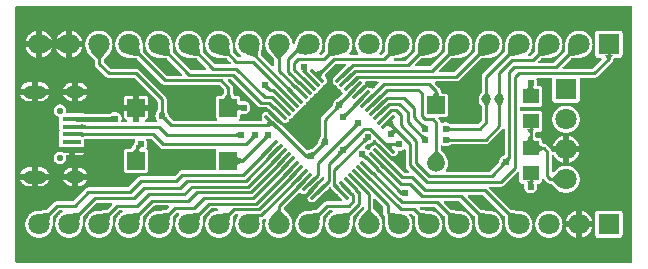
<source format=gtl>
G04 Layer: TopLayer*
G04 EasyEDA v6.4.7, 2020-12-25T10:38:26+08:00*
G04 e43d5a52300b4474860904ef7121ae38,6a067dcc3d704d6e9d47775c98f5c0bd,10*
G04 Gerber Generator version 0.2*
G04 Scale: 100 percent, Rotated: No, Reflected: No *
G04 Dimensions in inches *
G04 leading zeros omitted , absolute positions ,2 integer and 4 decimal *
%FSLAX24Y24*%
%MOIN*%
G90*
D02*

%ADD10C,0.010000*%
%ADD11C,0.015000*%
%ADD12C,0.020000*%
%ADD13C,0.011811*%
%ADD14C,0.024000*%
%ADD15C,0.021654*%
%ADD16R,0.062992X0.015748*%
%ADD18R,0.055100X0.051200*%
%ADD19R,0.070866X0.070866*%
%ADD20C,0.070866*%
%ADD21R,0.059055X0.059055*%
%ADD22C,0.059055*%
%ADD23C,0.031496*%
%ADD24C,0.041339*%
%ADD25C,0.042913*%

%LPD*%
G36*
G01X20675Y8707D02*
G01X191Y8707D01*
G01X179Y8705D01*
G01X174Y8703D01*
G01X164Y8697D01*
G01X160Y8693D01*
G01X154Y8683D01*
G01X152Y8678D01*
G01X151Y8672D01*
G01X151Y185D01*
G01X152Y179D01*
G01X154Y174D01*
G01X160Y164D01*
G01X164Y160D01*
G01X174Y154D01*
G01X179Y152D01*
G01X191Y150D01*
G01X20675Y150D01*
G01X20680Y151D01*
G01X20686Y152D01*
G01X20691Y154D01*
G01X20701Y160D01*
G01X20705Y164D01*
G01X20711Y174D01*
G01X20713Y179D01*
G01X20714Y185D01*
G01X20715Y190D01*
G01X20715Y8667D01*
G01X20714Y8672D01*
G01X20713Y8678D01*
G01X20711Y8683D01*
G01X20705Y8693D01*
G01X20701Y8697D01*
G01X20691Y8703D01*
G01X20686Y8705D01*
G01X20680Y8706D01*
G01X20675Y8707D01*
G37*

%LPC*%
G36*
G01X2952Y7884D02*
G01X2913Y7884D01*
G01X2856Y7878D01*
G01X2837Y7874D01*
G01X2799Y7864D01*
G01X2781Y7858D01*
G01X2745Y7844D01*
G01X2728Y7835D01*
G01X2710Y7826D01*
G01X2694Y7817D01*
G01X2662Y7795D01*
G01X2646Y7783D01*
G01X2632Y7771D01*
G01X2617Y7758D01*
G01X2591Y7730D01*
G01X2578Y7715D01*
G01X2566Y7700D01*
G01X2555Y7684D01*
G01X2545Y7668D01*
G01X2535Y7651D01*
G01X2526Y7634D01*
G01X2518Y7616D01*
G01X2510Y7599D01*
G01X2503Y7580D01*
G01X2497Y7562D01*
G01X2492Y7544D01*
G01X2487Y7525D01*
G01X2481Y7487D01*
G01X2479Y7467D01*
G01X2477Y7429D01*
G01X2479Y7389D01*
G01X2481Y7369D01*
G01X2484Y7349D01*
G01X2488Y7329D01*
G01X2493Y7310D01*
G01X2499Y7290D01*
G01X2505Y7271D01*
G01X2513Y7253D01*
G01X2521Y7234D01*
G01X2530Y7216D01*
G01X2540Y7199D01*
G01X2550Y7181D01*
G01X2586Y7133D01*
G01X2600Y7118D01*
G01X2599Y7118D01*
G01X2601Y7117D01*
G01X2603Y7114D01*
G01X2791Y6916D01*
G01X2797Y6906D01*
G01X2800Y6900D01*
G01X2801Y6895D01*
G01X2801Y6771D01*
G01X2803Y6747D01*
G01X2806Y6736D01*
G01X2809Y6724D01*
G01X2813Y6713D01*
G01X2818Y6702D01*
G01X2830Y6682D01*
G01X2846Y6664D01*
G01X3169Y6341D01*
G01X3189Y6327D01*
G01X3199Y6321D01*
G01X3210Y6316D01*
G01X3221Y6312D01*
G01X3232Y6309D01*
G01X3256Y6305D01*
G01X4093Y6305D01*
G01X4100Y6304D01*
G01X4106Y6303D01*
G01X4112Y6300D01*
G01X4117Y6297D01*
G01X4122Y6293D01*
G01X4876Y5539D01*
G01X4880Y5534D01*
G01X4883Y5529D01*
G01X4886Y5523D01*
G01X4888Y5511D01*
G01X4888Y5234D01*
G01X4886Y5222D01*
G01X4884Y5217D01*
G01X4864Y5176D01*
G01X4860Y5169D01*
G01X4853Y5158D01*
G01X4845Y5146D01*
G01X4839Y5133D01*
G01X4829Y5107D01*
G01X4825Y5094D01*
G01X4822Y5080D01*
G01X4820Y5067D01*
G01X4818Y5053D01*
G01X4818Y5025D01*
G01X4820Y5012D01*
G01X4822Y4998D01*
G01X4828Y4972D01*
G01X4833Y4959D01*
G01X4838Y4947D01*
G01X4844Y4935D01*
G01X4851Y4923D01*
G01X4858Y4912D01*
G01X4866Y4901D01*
G01X4870Y4895D01*
G01X4873Y4889D01*
G01X4875Y4882D01*
G01X4875Y4870D01*
G01X4874Y4864D01*
G01X4872Y4859D01*
G01X4869Y4854D01*
G01X4857Y4842D01*
G01X4852Y4839D01*
G01X4846Y4837D01*
G01X4841Y4836D01*
G01X4493Y4836D01*
G01X4487Y4837D01*
G01X4482Y4839D01*
G01X4477Y4842D01*
G01X4472Y4846D01*
G01X4468Y4850D01*
G01X4465Y4854D01*
G01X4462Y4859D01*
G01X4460Y4864D01*
G01X4458Y4876D01*
G01X4460Y4888D01*
G01X4462Y4894D01*
G01X4470Y4904D01*
G01X4474Y4908D01*
G01X4479Y4911D01*
G01X4485Y4914D01*
G01X4491Y4915D01*
G01X4500Y4917D01*
G01X4509Y4920D01*
G01X4518Y4924D01*
G01X4526Y4928D01*
G01X4533Y4934D01*
G01X4541Y4940D01*
G01X4547Y4946D01*
G01X4553Y4953D01*
G01X4559Y4961D01*
G01X4563Y4969D01*
G01X4567Y4978D01*
G01X4570Y4987D01*
G01X4572Y4996D01*
G01X4574Y5014D01*
G01X4574Y5214D01*
G01X4273Y5214D01*
G01X4273Y4876D01*
G01X4271Y4864D01*
G01X4269Y4859D01*
G01X4266Y4854D01*
G01X4263Y4850D01*
G01X4259Y4846D01*
G01X4254Y4842D01*
G01X4249Y4839D01*
G01X4244Y4837D01*
G01X4238Y4836D01*
G01X4107Y4836D01*
G01X4102Y4837D01*
G01X4096Y4839D01*
G01X4091Y4842D01*
G01X4079Y4854D01*
G01X4076Y4859D01*
G01X4074Y4864D01*
G01X4073Y4870D01*
G01X4073Y5214D01*
G01X3772Y5214D01*
G01X3772Y5005D01*
G01X3776Y4987D01*
G01X3782Y4969D01*
G01X3792Y4953D01*
G01X3798Y4946D01*
G01X3812Y4934D01*
G01X3820Y4928D01*
G01X3828Y4924D01*
G01X3837Y4920D01*
G01X3845Y4917D01*
G01X3855Y4915D01*
G01X3861Y4914D01*
G01X3871Y4908D01*
G01X3876Y4904D01*
G01X3880Y4899D01*
G01X3883Y4894D01*
G01X3887Y4882D01*
G01X3887Y4870D01*
G01X3886Y4864D01*
G01X3884Y4859D01*
G01X3881Y4854D01*
G01X3878Y4850D01*
G01X3874Y4846D01*
G01X3869Y4842D01*
G01X3864Y4839D01*
G01X3859Y4837D01*
G01X3853Y4836D01*
G01X3714Y4836D01*
G01X3709Y4837D01*
G01X3703Y4839D01*
G01X3698Y4842D01*
G01X3686Y4854D01*
G01X3683Y4859D01*
G01X3682Y4864D01*
G01X3680Y4870D01*
G01X3680Y4881D01*
G01X3682Y4887D01*
G01X3685Y4902D01*
G01X3688Y4918D01*
G01X3690Y4934D01*
G01X3691Y4949D01*
G01X3690Y4963D01*
G01X3689Y4976D01*
G01X3687Y4989D01*
G01X3684Y5002D01*
G01X3676Y5028D01*
G01X3671Y5040D01*
G01X3659Y5064D01*
G01X3643Y5086D01*
G01X3635Y5096D01*
G01X3626Y5106D01*
G01X3616Y5115D01*
G01X3606Y5123D01*
G01X3584Y5139D01*
G01X3560Y5151D01*
G01X3548Y5156D01*
G01X3522Y5164D01*
G01X3509Y5167D01*
G01X3496Y5169D01*
G01X3483Y5170D01*
G01X3455Y5170D01*
G01X3440Y5169D01*
G01X3412Y5163D01*
G01X3384Y5153D01*
G01X3370Y5147D01*
G01X3358Y5140D01*
G01X3345Y5132D01*
G01X3339Y5129D01*
G01X3332Y5126D01*
G01X3295Y5118D01*
G01X3286Y5117D01*
G01X2568Y5117D01*
G01X2344Y5120D01*
G01X1871Y5120D01*
G01X1865Y5122D01*
G01X1855Y5126D01*
G01X1850Y5130D01*
G01X1846Y5134D01*
G01X1843Y5138D01*
G01X1840Y5143D01*
G01X1838Y5149D01*
G01X1837Y5154D01*
G01X1836Y5160D01*
G01X1837Y5169D01*
G01X1840Y5185D01*
G01X1842Y5200D01*
G01X1843Y5216D01*
G01X1841Y5242D01*
G01X1839Y5255D01*
G01X1836Y5268D01*
G01X1832Y5281D01*
G01X1828Y5293D01*
G01X1823Y5305D01*
G01X1817Y5317D01*
G01X1803Y5339D01*
G01X1795Y5349D01*
G01X1777Y5369D01*
G01X1767Y5377D01*
G01X1756Y5385D01*
G01X1746Y5393D01*
G01X1734Y5399D01*
G01X1723Y5405D01*
G01X1710Y5411D01*
G01X1698Y5415D01*
G01X1685Y5419D01*
G01X1673Y5422D01*
G01X1660Y5424D01*
G01X1647Y5425D01*
G01X1620Y5425D01*
G01X1607Y5424D01*
G01X1594Y5422D01*
G01X1581Y5419D01*
G01X1569Y5415D01*
G01X1556Y5411D01*
G01X1544Y5405D01*
G01X1533Y5399D01*
G01X1521Y5393D01*
G01X1510Y5385D01*
G01X1490Y5369D01*
G01X1472Y5349D01*
G01X1464Y5339D01*
G01X1450Y5317D01*
G01X1444Y5305D01*
G01X1434Y5281D01*
G01X1428Y5255D01*
G01X1426Y5242D01*
G01X1424Y5216D01*
G01X1426Y5190D01*
G01X1428Y5177D01*
G01X1434Y5151D01*
G01X1444Y5127D01*
G01X1450Y5115D01*
G01X1464Y5093D01*
G01X1472Y5083D01*
G01X1481Y5073D01*
G01X1490Y5064D01*
G01X1500Y5055D01*
G01X1510Y5047D01*
G01X1521Y5039D01*
G01X1532Y5033D01*
G01X1556Y5021D01*
G01X1569Y5017D01*
G01X1587Y5011D01*
G01X1592Y5009D01*
G01X1597Y5005D01*
G01X1601Y5001D01*
G01X1604Y4997D01*
G01X1607Y4992D01*
G01X1611Y4980D01*
G01X1611Y4862D01*
G01X1613Y4844D01*
G01X1617Y4826D01*
G01X1619Y4819D01*
G01X1620Y4812D01*
G01X1619Y4805D01*
G01X1617Y4798D01*
G01X1615Y4790D01*
G01X1613Y4781D01*
G01X1611Y4763D01*
G01X1611Y4606D01*
G01X1613Y4588D01*
G01X1617Y4570D01*
G01X1619Y4564D01*
G01X1620Y4556D01*
G01X1619Y4549D01*
G01X1617Y4543D01*
G01X1613Y4525D01*
G01X1611Y4507D01*
G01X1611Y4350D01*
G01X1613Y4332D01*
G01X1615Y4323D01*
G01X1617Y4315D01*
G01X1619Y4308D01*
G01X1620Y4301D01*
G01X1619Y4294D01*
G01X1617Y4287D01*
G01X1613Y4269D01*
G01X1611Y4251D01*
G01X1611Y4094D01*
G01X1613Y4076D01*
G01X1615Y4067D01*
G01X1617Y4059D01*
G01X1619Y4052D01*
G01X1620Y4045D01*
G01X1619Y4038D01*
G01X1613Y4017D01*
G01X1634Y4017D01*
G01X1640Y4016D01*
G01X1645Y4015D01*
G01X1651Y4013D01*
G01X1656Y4010D01*
G01X1664Y4005D01*
G01X1673Y4001D01*
G01X1683Y3997D01*
G01X1692Y3995D01*
G01X1702Y3993D01*
G01X2352Y3993D01*
G01X2362Y3995D01*
G01X2371Y3997D01*
G01X2381Y4001D01*
G01X2390Y4005D01*
G01X2398Y4010D01*
G01X2403Y4013D01*
G01X2409Y4015D01*
G01X2415Y4016D01*
G01X2420Y4017D01*
G01X2441Y4017D01*
G01X2435Y4038D01*
G01X2434Y4045D01*
G01X2435Y4052D01*
G01X2437Y4059D01*
G01X2439Y4067D01*
G01X2443Y4085D01*
G01X2443Y4233D01*
G01X2444Y4240D01*
G01X2445Y4245D01*
G01X2447Y4251D01*
G01X2450Y4256D01*
G01X2454Y4261D01*
G01X2464Y4269D01*
G01X2470Y4271D01*
G01X2475Y4273D01*
G01X2498Y4277D01*
G01X2506Y4278D01*
G01X4112Y4278D01*
G01X4124Y4276D01*
G01X4129Y4274D01*
G01X4139Y4268D01*
G01X4143Y4264D01*
G01X4149Y4254D01*
G01X4151Y4249D01*
G01X4152Y4243D01*
G01X4152Y4232D01*
G01X4151Y4226D01*
G01X4149Y4221D01*
G01X4146Y4216D01*
G01X4132Y4192D01*
G01X4127Y4180D01*
G01X4122Y4167D01*
G01X4114Y4141D01*
G01X4112Y4128D01*
G01X4110Y4121D01*
G01X4095Y4078D01*
G01X4089Y4068D01*
G01X4085Y4063D01*
G01X4058Y4036D01*
G01X4051Y4027D01*
G01X4039Y4007D01*
G01X4034Y3997D01*
G01X4030Y3986D01*
G01X4027Y3980D01*
G01X4023Y3974D01*
G01X4007Y3954D01*
G01X3997Y3948D01*
G01X3991Y3946D01*
G01X3986Y3944D01*
G01X3873Y3944D01*
G01X3863Y3943D01*
G01X3854Y3942D01*
G01X3845Y3940D01*
G01X3836Y3937D01*
G01X3820Y3929D01*
G01X3812Y3923D01*
G01X3798Y3911D01*
G01X3792Y3904D01*
G01X3782Y3888D01*
G01X3776Y3870D01*
G01X3772Y3852D01*
G01X3772Y3233D01*
G01X3776Y3215D01*
G01X3779Y3206D01*
G01X3782Y3198D01*
G01X3792Y3182D01*
G01X3798Y3175D01*
G01X3805Y3168D01*
G01X3812Y3162D01*
G01X3828Y3152D01*
G01X3836Y3149D01*
G01X3845Y3146D01*
G01X3863Y3142D01*
G01X4482Y3142D01*
G01X4500Y3146D01*
G01X4518Y3152D01*
G01X4534Y3162D01*
G01X4541Y3168D01*
G01X4553Y3182D01*
G01X4559Y3190D01*
G01X4567Y3206D01*
G01X4570Y3215D01*
G01X4572Y3224D01*
G01X4573Y3233D01*
G01X4574Y3243D01*
G01X4574Y3843D01*
G01X4573Y3853D01*
G01X4572Y3862D01*
G01X4570Y3872D01*
G01X4562Y3890D01*
G01X4552Y3906D01*
G01X4538Y3920D01*
G01X4530Y3926D01*
G01X4521Y3935D01*
G01X4518Y3940D01*
G01X4515Y3946D01*
G01X4514Y3952D01*
G01X4513Y3959D01*
G01X4514Y3966D01*
G01X4516Y3973D01*
G01X4519Y3979D01*
G01X4526Y3991D01*
G01X4532Y4003D01*
G01X4537Y4015D01*
G01X4545Y4041D01*
G01X4548Y4054D01*
G01X4550Y4067D01*
G01X4551Y4081D01*
G01X4551Y4108D01*
G01X4549Y4123D01*
G01X4547Y4137D01*
G01X4544Y4151D01*
G01X4540Y4164D01*
G01X4535Y4178D01*
G01X4529Y4191D01*
G01X4522Y4204D01*
G01X4515Y4216D01*
G01X4512Y4221D01*
G01X4510Y4226D01*
G01X4508Y4232D01*
G01X4508Y4243D01*
G01X4510Y4249D01*
G01X4514Y4259D01*
G01X4518Y4264D01*
G01X4522Y4268D01*
G01X4526Y4271D01*
G01X4531Y4274D01*
G01X4537Y4276D01*
G01X4542Y4277D01*
G01X4548Y4278D01*
G01X4658Y4278D01*
G01X4665Y4277D01*
G01X4671Y4276D01*
G01X4677Y4273D01*
G01X4682Y4270D01*
G01X4687Y4266D01*
G01X4974Y3979D01*
G01X4994Y3965D01*
G01X5004Y3959D01*
G01X5015Y3954D01*
G01X5026Y3950D01*
G01X5037Y3947D01*
G01X5061Y3943D01*
G01X6816Y3943D01*
G01X6822Y3942D01*
G01X6827Y3941D01*
G01X6833Y3939D01*
G01X6838Y3936D01*
G01X6842Y3933D01*
G01X6846Y3929D01*
G01X6850Y3924D01*
G01X6854Y3914D01*
G01X6856Y3908D01*
G01X6856Y3903D01*
G01X6854Y3891D01*
G01X6852Y3886D01*
G01X6848Y3875D01*
G01X6845Y3865D01*
G01X6843Y3854D01*
G01X6843Y3262D01*
G01X6841Y3250D01*
G01X6839Y3245D01*
G01X6836Y3240D01*
G01X6833Y3236D01*
G01X6829Y3232D01*
G01X6824Y3228D01*
G01X6819Y3225D01*
G01X6814Y3223D01*
G01X6808Y3222D01*
G01X5709Y3222D01*
G01X5685Y3220D01*
G01X5673Y3218D01*
G01X5651Y3210D01*
G01X5640Y3205D01*
G01X5630Y3200D01*
G01X5610Y3186D01*
G01X5602Y3178D01*
G01X5461Y3036D01*
G01X5456Y3032D01*
G01X5451Y3029D01*
G01X5439Y3025D01*
G01X4331Y3025D01*
G01X4307Y3023D01*
G01X4295Y3021D01*
G01X4273Y3013D01*
G01X4262Y3008D01*
G01X4252Y3003D01*
G01X4232Y2989D01*
G01X4224Y2981D01*
G01X3910Y2666D01*
G01X3905Y2662D01*
G01X3900Y2659D01*
G01X3888Y2655D01*
G01X2583Y2655D01*
G01X2559Y2653D01*
G01X2547Y2651D01*
G01X2525Y2643D01*
G01X2514Y2638D01*
G01X2504Y2633D01*
G01X2484Y2619D01*
G01X2476Y2611D01*
G01X2075Y2209D01*
G01X2070Y2205D01*
G01X2065Y2202D01*
G01X2053Y2198D01*
G01X1551Y2198D01*
G01X1527Y2196D01*
G01X1515Y2194D01*
G01X1493Y2186D01*
G01X1482Y2181D01*
G01X1472Y2176D01*
G01X1452Y2162D01*
G01X1200Y1910D01*
G01X1195Y1907D01*
G01X1190Y1905D01*
G01X1184Y1903D01*
G01X1179Y1902D01*
G01X913Y1884D01*
G01X912Y1884D01*
G01X874Y1880D01*
G01X854Y1877D01*
G01X836Y1874D01*
G01X798Y1864D01*
G01X780Y1858D01*
G01X762Y1851D01*
G01X744Y1843D01*
G01X727Y1835D01*
G01X710Y1826D01*
G01X693Y1816D01*
G01X677Y1806D01*
G01X661Y1794D01*
G01X646Y1783D01*
G01X631Y1770D01*
G01X617Y1757D01*
G01X603Y1743D01*
G01X590Y1729D01*
G01X566Y1699D01*
G01X555Y1683D01*
G01X535Y1651D01*
G01X526Y1633D01*
G01X517Y1616D01*
G01X503Y1580D01*
G01X497Y1562D01*
G01X492Y1543D01*
G01X487Y1525D01*
G01X481Y1487D01*
G01X479Y1467D01*
G01X477Y1429D01*
G01X478Y1409D01*
G01X479Y1390D01*
G01X481Y1371D01*
G01X487Y1333D01*
G01X497Y1295D01*
G01X503Y1277D01*
G01X510Y1259D01*
G01X518Y1241D01*
G01X526Y1224D01*
G01X535Y1207D01*
G01X545Y1190D01*
G01X555Y1174D01*
G01X566Y1158D01*
G01X578Y1143D01*
G01X591Y1128D01*
G01X617Y1100D01*
G01X632Y1087D01*
G01X646Y1075D01*
G01X662Y1063D01*
G01X694Y1041D01*
G01X710Y1031D01*
G01X728Y1022D01*
G01X745Y1014D01*
G01X763Y1006D01*
G01X781Y999D01*
G01X799Y993D01*
G01X818Y988D01*
G01X856Y980D01*
G01X875Y977D01*
G01X894Y975D01*
G01X913Y974D01*
G01X933Y973D01*
G01X971Y975D01*
G01X990Y977D01*
G01X1009Y980D01*
G01X1027Y983D01*
G01X1046Y988D01*
G01X1064Y993D01*
G01X1083Y999D01*
G01X1100Y1006D01*
G01X1118Y1013D01*
G01X1135Y1021D01*
G01X1152Y1030D01*
G01X1169Y1040D01*
G01X1185Y1050D01*
G01X1201Y1061D01*
G01X1216Y1072D01*
G01X1230Y1084D01*
G01X1245Y1097D01*
G01X1284Y1139D01*
G01X1296Y1154D01*
G01X1307Y1170D01*
G01X1317Y1185D01*
G01X1327Y1202D01*
G01X1345Y1236D01*
G01X1353Y1253D01*
G01X1360Y1271D01*
G01X1366Y1289D01*
G01X1371Y1307D01*
G01X1376Y1326D01*
G01X1380Y1345D01*
G01X1383Y1363D01*
G01X1387Y1401D01*
G01X1387Y1402D01*
G01X1406Y1675D01*
G01X1407Y1681D01*
G01X1408Y1686D01*
G01X1414Y1696D01*
G01X1418Y1700D01*
G01X1601Y1884D01*
G01X1606Y1888D01*
G01X1611Y1891D01*
G01X1617Y1894D01*
G01X1623Y1895D01*
G01X1630Y1896D01*
G01X1681Y1896D01*
G01X1693Y1894D01*
G01X1698Y1892D01*
G01X1708Y1886D01*
G01X1712Y1882D01*
G01X1718Y1872D01*
G01X1720Y1867D01*
G01X1721Y1861D01*
G01X1721Y1850D01*
G01X1720Y1844D01*
G01X1718Y1839D01*
G01X1715Y1833D01*
G01X1707Y1825D01*
G01X1702Y1821D01*
G01X1685Y1811D01*
G01X1669Y1800D01*
G01X1653Y1788D01*
G01X1638Y1776D01*
G01X1623Y1763D01*
G01X1595Y1735D01*
G01X1582Y1720D01*
G01X1558Y1688D01*
G01X1547Y1672D01*
G01X1537Y1655D01*
G01X1528Y1638D01*
G01X1519Y1620D01*
G01X1511Y1602D01*
G01X1504Y1583D01*
G01X1498Y1565D01*
G01X1492Y1546D01*
G01X1488Y1527D01*
G01X1484Y1507D01*
G01X1481Y1488D01*
G01X1479Y1468D01*
G01X1478Y1449D01*
G01X1477Y1429D01*
G01X1478Y1409D01*
G01X1479Y1390D01*
G01X1481Y1371D01*
G01X1487Y1333D01*
G01X1497Y1295D01*
G01X1503Y1277D01*
G01X1510Y1259D01*
G01X1518Y1241D01*
G01X1526Y1224D01*
G01X1535Y1207D01*
G01X1545Y1190D01*
G01X1555Y1174D01*
G01X1566Y1158D01*
G01X1578Y1143D01*
G01X1591Y1128D01*
G01X1617Y1100D01*
G01X1632Y1087D01*
G01X1646Y1075D01*
G01X1662Y1063D01*
G01X1694Y1041D01*
G01X1710Y1031D01*
G01X1728Y1022D01*
G01X1745Y1014D01*
G01X1763Y1006D01*
G01X1781Y999D01*
G01X1799Y993D01*
G01X1818Y988D01*
G01X1856Y980D01*
G01X1875Y977D01*
G01X1894Y975D01*
G01X1913Y974D01*
G01X1933Y973D01*
G01X1971Y975D01*
G01X1990Y977D01*
G01X2009Y980D01*
G01X2027Y983D01*
G01X2046Y988D01*
G01X2064Y993D01*
G01X2082Y999D01*
G01X2118Y1013D01*
G01X2135Y1021D01*
G01X2169Y1039D01*
G01X2185Y1050D01*
G01X2200Y1061D01*
G01X2216Y1072D01*
G01X2230Y1084D01*
G01X2245Y1097D01*
G01X2284Y1139D01*
G01X2296Y1154D01*
G01X2307Y1169D01*
G01X2317Y1185D01*
G01X2327Y1202D01*
G01X2336Y1218D01*
G01X2345Y1236D01*
G01X2353Y1253D01*
G01X2360Y1271D01*
G01X2366Y1289D01*
G01X2371Y1307D01*
G01X2376Y1326D01*
G01X2380Y1344D01*
G01X2383Y1363D01*
G01X2387Y1401D01*
G01X2406Y1675D01*
G01X2407Y1680D01*
G01X2409Y1686D01*
G01X2411Y1691D01*
G01X2414Y1696D01*
G01X2857Y2139D01*
G01X2862Y2143D01*
G01X2867Y2146D01*
G01X2873Y2149D01*
G01X2879Y2150D01*
G01X2886Y2151D01*
G01X3344Y2151D01*
G01X3356Y2149D01*
G01X3361Y2147D01*
G01X3371Y2141D01*
G01X3375Y2137D01*
G01X3381Y2127D01*
G01X3383Y2122D01*
G01X3384Y2116D01*
G01X3384Y2105D01*
G01X3382Y2098D01*
G01X3380Y2093D01*
G01X3377Y2087D01*
G01X3373Y2082D01*
G01X3204Y1914D01*
G01X3200Y1910D01*
G01X3195Y1907D01*
G01X3190Y1905D01*
G01X3184Y1903D01*
G01X3179Y1902D01*
G01X2913Y1884D01*
G01X2912Y1884D01*
G01X2874Y1880D01*
G01X2854Y1877D01*
G01X2836Y1874D01*
G01X2798Y1864D01*
G01X2780Y1858D01*
G01X2762Y1851D01*
G01X2744Y1843D01*
G01X2727Y1835D01*
G01X2710Y1826D01*
G01X2693Y1816D01*
G01X2677Y1806D01*
G01X2661Y1794D01*
G01X2646Y1783D01*
G01X2631Y1770D01*
G01X2617Y1757D01*
G01X2603Y1743D01*
G01X2590Y1729D01*
G01X2566Y1699D01*
G01X2555Y1683D01*
G01X2535Y1651D01*
G01X2526Y1633D01*
G01X2517Y1616D01*
G01X2503Y1580D01*
G01X2497Y1562D01*
G01X2492Y1543D01*
G01X2487Y1525D01*
G01X2481Y1487D01*
G01X2479Y1467D01*
G01X2477Y1429D01*
G01X2478Y1409D01*
G01X2479Y1390D01*
G01X2481Y1371D01*
G01X2487Y1333D01*
G01X2497Y1295D01*
G01X2503Y1277D01*
G01X2510Y1259D01*
G01X2518Y1241D01*
G01X2526Y1224D01*
G01X2535Y1207D01*
G01X2545Y1190D01*
G01X2555Y1174D01*
G01X2566Y1158D01*
G01X2578Y1143D01*
G01X2591Y1128D01*
G01X2617Y1100D01*
G01X2632Y1087D01*
G01X2646Y1075D01*
G01X2662Y1063D01*
G01X2694Y1041D01*
G01X2710Y1031D01*
G01X2728Y1022D01*
G01X2745Y1014D01*
G01X2763Y1006D01*
G01X2781Y999D01*
G01X2799Y993D01*
G01X2818Y988D01*
G01X2856Y980D01*
G01X2875Y977D01*
G01X2894Y975D01*
G01X2913Y974D01*
G01X2933Y973D01*
G01X2971Y975D01*
G01X2990Y977D01*
G01X3009Y980D01*
G01X3027Y983D01*
G01X3046Y988D01*
G01X3064Y993D01*
G01X3083Y999D01*
G01X3100Y1006D01*
G01X3118Y1013D01*
G01X3135Y1021D01*
G01X3152Y1030D01*
G01X3169Y1040D01*
G01X3185Y1050D01*
G01X3201Y1061D01*
G01X3216Y1072D01*
G01X3230Y1084D01*
G01X3245Y1097D01*
G01X3284Y1139D01*
G01X3296Y1154D01*
G01X3307Y1170D01*
G01X3317Y1185D01*
G01X3327Y1202D01*
G01X3345Y1236D01*
G01X3353Y1253D01*
G01X3360Y1271D01*
G01X3366Y1289D01*
G01X3371Y1307D01*
G01X3376Y1326D01*
G01X3380Y1345D01*
G01X3383Y1363D01*
G01X3387Y1401D01*
G01X3387Y1402D01*
G01X3406Y1675D01*
G01X3407Y1681D01*
G01X3408Y1686D01*
G01X3414Y1696D01*
G01X3418Y1700D01*
G01X3601Y1884D01*
G01X3606Y1888D01*
G01X3611Y1891D01*
G01X3617Y1894D01*
G01X3623Y1895D01*
G01X3630Y1896D01*
G01X3681Y1896D01*
G01X3693Y1894D01*
G01X3698Y1892D01*
G01X3708Y1886D01*
G01X3712Y1882D01*
G01X3718Y1872D01*
G01X3720Y1867D01*
G01X3721Y1861D01*
G01X3721Y1850D01*
G01X3720Y1844D01*
G01X3718Y1839D01*
G01X3715Y1833D01*
G01X3707Y1825D01*
G01X3702Y1821D01*
G01X3685Y1811D01*
G01X3669Y1800D01*
G01X3653Y1788D01*
G01X3638Y1776D01*
G01X3623Y1763D01*
G01X3595Y1735D01*
G01X3582Y1720D01*
G01X3558Y1688D01*
G01X3547Y1672D01*
G01X3537Y1655D01*
G01X3528Y1638D01*
G01X3519Y1620D01*
G01X3511Y1602D01*
G01X3504Y1583D01*
G01X3498Y1565D01*
G01X3492Y1546D01*
G01X3488Y1527D01*
G01X3484Y1507D01*
G01X3481Y1488D01*
G01X3479Y1468D01*
G01X3478Y1449D01*
G01X3477Y1429D01*
G01X3478Y1409D01*
G01X3479Y1390D01*
G01X3481Y1371D01*
G01X3487Y1333D01*
G01X3497Y1295D01*
G01X3503Y1277D01*
G01X3510Y1259D01*
G01X3518Y1241D01*
G01X3526Y1224D01*
G01X3535Y1207D01*
G01X3545Y1190D01*
G01X3555Y1174D01*
G01X3566Y1158D01*
G01X3578Y1143D01*
G01X3591Y1128D01*
G01X3617Y1100D01*
G01X3632Y1087D01*
G01X3646Y1075D01*
G01X3662Y1063D01*
G01X3694Y1041D01*
G01X3710Y1031D01*
G01X3728Y1022D01*
G01X3745Y1014D01*
G01X3763Y1006D01*
G01X3781Y999D01*
G01X3799Y993D01*
G01X3818Y988D01*
G01X3856Y980D01*
G01X3875Y977D01*
G01X3894Y975D01*
G01X3913Y974D01*
G01X3933Y973D01*
G01X3971Y975D01*
G01X3990Y977D01*
G01X4009Y980D01*
G01X4027Y983D01*
G01X4046Y988D01*
G01X4064Y993D01*
G01X4082Y999D01*
G01X4118Y1013D01*
G01X4135Y1021D01*
G01X4152Y1030D01*
G01X4169Y1040D01*
G01X4185Y1050D01*
G01X4200Y1061D01*
G01X4216Y1072D01*
G01X4230Y1084D01*
G01X4245Y1097D01*
G01X4284Y1139D01*
G01X4296Y1154D01*
G01X4307Y1169D01*
G01X4317Y1185D01*
G01X4327Y1202D01*
G01X4336Y1218D01*
G01X4345Y1236D01*
G01X4353Y1253D01*
G01X4360Y1271D01*
G01X4366Y1289D01*
G01X4371Y1307D01*
G01X4376Y1326D01*
G01X4380Y1344D01*
G01X4383Y1363D01*
G01X4387Y1401D01*
G01X4406Y1675D01*
G01X4407Y1680D01*
G01X4409Y1686D01*
G01X4411Y1691D01*
G01X4414Y1696D01*
G01X4759Y2041D01*
G01X4764Y2045D01*
G01X4769Y2048D01*
G01X4775Y2051D01*
G01X4781Y2052D01*
G01X4788Y2053D01*
G01X5247Y2053D01*
G01X5253Y2052D01*
G01X5258Y2051D01*
G01X5264Y2049D01*
G01X5269Y2046D01*
G01X5273Y2043D01*
G01X5277Y2039D01*
G01X5281Y2034D01*
G01X5284Y2029D01*
G01X5286Y2024D01*
G01X5287Y2018D01*
G01X5287Y2007D01*
G01X5285Y2000D01*
G01X5283Y1995D01*
G01X5280Y1989D01*
G01X5205Y1914D01*
G01X5200Y1910D01*
G01X5190Y1904D01*
G01X5185Y1903D01*
G01X5179Y1902D01*
G01X4913Y1884D01*
G01X4912Y1884D01*
G01X4874Y1880D01*
G01X4836Y1874D01*
G01X4817Y1869D01*
G01X4799Y1864D01*
G01X4780Y1858D01*
G01X4762Y1851D01*
G01X4744Y1843D01*
G01X4727Y1835D01*
G01X4710Y1826D01*
G01X4693Y1816D01*
G01X4677Y1806D01*
G01X4661Y1795D01*
G01X4646Y1783D01*
G01X4631Y1770D01*
G01X4617Y1757D01*
G01X4604Y1744D01*
G01X4590Y1729D01*
G01X4578Y1715D01*
G01X4566Y1699D01*
G01X4555Y1684D01*
G01X4545Y1667D01*
G01X4535Y1651D01*
G01X4526Y1634D01*
G01X4510Y1598D01*
G01X4503Y1580D01*
G01X4497Y1562D01*
G01X4492Y1543D01*
G01X4487Y1525D01*
G01X4481Y1487D01*
G01X4479Y1467D01*
G01X4477Y1429D01*
G01X4478Y1409D01*
G01X4479Y1390D01*
G01X4481Y1371D01*
G01X4487Y1333D01*
G01X4497Y1295D01*
G01X4503Y1277D01*
G01X4510Y1259D01*
G01X4518Y1241D01*
G01X4526Y1224D01*
G01X4535Y1207D01*
G01X4545Y1190D01*
G01X4555Y1174D01*
G01X4566Y1158D01*
G01X4578Y1143D01*
G01X4591Y1128D01*
G01X4617Y1100D01*
G01X4632Y1087D01*
G01X4646Y1075D01*
G01X4662Y1063D01*
G01X4694Y1041D01*
G01X4710Y1031D01*
G01X4728Y1022D01*
G01X4745Y1014D01*
G01X4763Y1006D01*
G01X4781Y999D01*
G01X4799Y993D01*
G01X4818Y988D01*
G01X4856Y980D01*
G01X4875Y977D01*
G01X4894Y975D01*
G01X4913Y974D01*
G01X4933Y973D01*
G01X4971Y975D01*
G01X4990Y977D01*
G01X5009Y980D01*
G01X5027Y983D01*
G01X5046Y988D01*
G01X5064Y993D01*
G01X5082Y999D01*
G01X5118Y1013D01*
G01X5135Y1021D01*
G01X5169Y1039D01*
G01X5185Y1050D01*
G01X5200Y1061D01*
G01X5216Y1072D01*
G01X5230Y1084D01*
G01X5245Y1097D01*
G01X5258Y1111D01*
G01X5271Y1124D01*
G01X5284Y1139D01*
G01X5296Y1154D01*
G01X5307Y1169D01*
G01X5317Y1185D01*
G01X5327Y1202D01*
G01X5336Y1218D01*
G01X5345Y1235D01*
G01X5353Y1253D01*
G01X5360Y1271D01*
G01X5366Y1289D01*
G01X5371Y1307D01*
G01X5376Y1326D01*
G01X5380Y1344D01*
G01X5383Y1363D01*
G01X5387Y1401D01*
G01X5406Y1674D01*
G01X5407Y1680D01*
G01X5409Y1686D01*
G01X5411Y1691D01*
G01X5414Y1696D01*
G01X5523Y1805D01*
G01X5528Y1809D01*
G01X5533Y1812D01*
G01X5539Y1815D01*
G01X5545Y1816D01*
G01X5552Y1817D01*
G01X5580Y1817D01*
G01X5586Y1816D01*
G01X5591Y1815D01*
G01X5597Y1813D01*
G01X5602Y1810D01*
G01X5606Y1807D01*
G01X5610Y1803D01*
G01X5614Y1798D01*
G01X5618Y1788D01*
G01X5620Y1782D01*
G01X5620Y1771D01*
G01X5616Y1759D01*
G01X5612Y1753D01*
G01X5608Y1749D01*
G01X5582Y1719D01*
G01X5570Y1704D01*
G01X5558Y1688D01*
G01X5547Y1672D01*
G01X5537Y1655D01*
G01X5528Y1637D01*
G01X5519Y1620D01*
G01X5511Y1602D01*
G01X5504Y1583D01*
G01X5498Y1565D01*
G01X5492Y1546D01*
G01X5488Y1527D01*
G01X5484Y1507D01*
G01X5481Y1488D01*
G01X5479Y1468D01*
G01X5478Y1449D01*
G01X5477Y1429D01*
G01X5478Y1409D01*
G01X5479Y1390D01*
G01X5481Y1371D01*
G01X5487Y1333D01*
G01X5497Y1295D01*
G01X5503Y1277D01*
G01X5510Y1259D01*
G01X5518Y1241D01*
G01X5526Y1224D01*
G01X5535Y1207D01*
G01X5545Y1190D01*
G01X5555Y1174D01*
G01X5566Y1158D01*
G01X5578Y1143D01*
G01X5591Y1128D01*
G01X5617Y1100D01*
G01X5632Y1087D01*
G01X5646Y1075D01*
G01X5662Y1063D01*
G01X5694Y1041D01*
G01X5710Y1031D01*
G01X5728Y1022D01*
G01X5745Y1014D01*
G01X5763Y1006D01*
G01X5781Y999D01*
G01X5799Y993D01*
G01X5818Y988D01*
G01X5856Y980D01*
G01X5875Y977D01*
G01X5894Y975D01*
G01X5913Y974D01*
G01X5933Y973D01*
G01X5971Y975D01*
G01X5990Y977D01*
G01X6009Y980D01*
G01X6027Y983D01*
G01X6046Y988D01*
G01X6064Y993D01*
G01X6083Y999D01*
G01X6100Y1006D01*
G01X6118Y1013D01*
G01X6135Y1021D01*
G01X6152Y1030D01*
G01X6169Y1040D01*
G01X6185Y1050D01*
G01X6201Y1061D01*
G01X6216Y1072D01*
G01X6230Y1084D01*
G01X6245Y1097D01*
G01X6284Y1139D01*
G01X6296Y1154D01*
G01X6307Y1170D01*
G01X6317Y1185D01*
G01X6327Y1202D01*
G01X6345Y1236D01*
G01X6353Y1253D01*
G01X6360Y1271D01*
G01X6366Y1289D01*
G01X6371Y1307D01*
G01X6376Y1326D01*
G01X6380Y1345D01*
G01X6383Y1363D01*
G01X6387Y1401D01*
G01X6387Y1402D01*
G01X6406Y1675D01*
G01X6407Y1681D01*
G01X6408Y1686D01*
G01X6414Y1696D01*
G01X6418Y1700D01*
G01X6664Y1947D01*
G01X6669Y1951D01*
G01X6674Y1954D01*
G01X6680Y1957D01*
G01X6686Y1958D01*
G01X6693Y1959D01*
G01X6860Y1959D01*
G01X6865Y1958D01*
G01X6871Y1957D01*
G01X6876Y1955D01*
G01X6886Y1949D01*
G01X6890Y1945D01*
G01X6896Y1935D01*
G01X6898Y1930D01*
G01X6899Y1924D01*
G01X6900Y1919D01*
G01X6899Y1913D01*
G01X6898Y1908D01*
G01X6896Y1902D01*
G01X6893Y1897D01*
G01X6890Y1893D01*
G01X6882Y1885D01*
G01X6877Y1882D01*
G01X6871Y1880D01*
G01X6866Y1879D01*
G01X6846Y1876D01*
G01X6827Y1872D01*
G01X6808Y1867D01*
G01X6789Y1861D01*
G01X6753Y1847D01*
G01X6735Y1839D01*
G01X6717Y1830D01*
G01X6683Y1810D01*
G01X6667Y1799D01*
G01X6652Y1787D01*
G01X6636Y1775D01*
G01X6622Y1762D01*
G01X6594Y1734D01*
G01X6581Y1719D01*
G01X6569Y1703D01*
G01X6547Y1671D01*
G01X6537Y1654D01*
G01X6528Y1637D01*
G01X6519Y1619D01*
G01X6511Y1601D01*
G01X6504Y1583D01*
G01X6492Y1545D01*
G01X6484Y1507D01*
G01X6481Y1488D01*
G01X6479Y1468D01*
G01X6478Y1448D01*
G01X6477Y1429D01*
G01X6478Y1409D01*
G01X6479Y1390D01*
G01X6481Y1371D01*
G01X6487Y1333D01*
G01X6497Y1295D01*
G01X6503Y1277D01*
G01X6510Y1259D01*
G01X6518Y1241D01*
G01X6526Y1224D01*
G01X6535Y1207D01*
G01X6545Y1190D01*
G01X6555Y1174D01*
G01X6566Y1158D01*
G01X6578Y1143D01*
G01X6591Y1128D01*
G01X6617Y1100D01*
G01X6632Y1087D01*
G01X6646Y1075D01*
G01X6662Y1063D01*
G01X6694Y1041D01*
G01X6710Y1031D01*
G01X6728Y1022D01*
G01X6745Y1014D01*
G01X6763Y1006D01*
G01X6781Y999D01*
G01X6799Y993D01*
G01X6818Y988D01*
G01X6856Y980D01*
G01X6875Y977D01*
G01X6894Y975D01*
G01X6913Y974D01*
G01X6933Y973D01*
G01X6971Y975D01*
G01X6990Y977D01*
G01X7009Y980D01*
G01X7027Y983D01*
G01X7046Y988D01*
G01X7064Y993D01*
G01X7083Y999D01*
G01X7100Y1006D01*
G01X7118Y1013D01*
G01X7135Y1021D01*
G01X7152Y1030D01*
G01X7169Y1040D01*
G01X7185Y1050D01*
G01X7201Y1061D01*
G01X7216Y1072D01*
G01X7230Y1084D01*
G01X7245Y1097D01*
G01X7284Y1139D01*
G01X7296Y1154D01*
G01X7307Y1170D01*
G01X7317Y1185D01*
G01X7327Y1202D01*
G01X7345Y1236D01*
G01X7353Y1253D01*
G01X7360Y1271D01*
G01X7366Y1289D01*
G01X7371Y1307D01*
G01X7376Y1326D01*
G01X7380Y1345D01*
G01X7383Y1363D01*
G01X7387Y1401D01*
G01X7387Y1402D01*
G01X7406Y1675D01*
G01X7407Y1681D01*
G01X7408Y1686D01*
G01X7414Y1696D01*
G01X7418Y1700D01*
G01X7483Y1766D01*
G01X7488Y1770D01*
G01X7493Y1773D01*
G01X7499Y1776D01*
G01X7505Y1777D01*
G01X7512Y1778D01*
G01X7545Y1778D01*
G01X7557Y1776D01*
G01X7562Y1774D01*
G01X7572Y1768D01*
G01X7576Y1764D01*
G01X7582Y1754D01*
G01X7584Y1749D01*
G01X7585Y1743D01*
G01X7585Y1731D01*
G01X7583Y1725D01*
G01X7580Y1718D01*
G01X7577Y1713D01*
G01X7565Y1698D01*
G01X7554Y1682D01*
G01X7544Y1666D01*
G01X7534Y1649D01*
G01X7525Y1632D01*
G01X7517Y1615D01*
G01X7509Y1597D01*
G01X7497Y1561D01*
G01X7492Y1543D01*
G01X7487Y1524D01*
G01X7481Y1486D01*
G01X7479Y1467D01*
G01X7477Y1429D01*
G01X7478Y1409D01*
G01X7479Y1390D01*
G01X7481Y1371D01*
G01X7487Y1333D01*
G01X7497Y1295D01*
G01X7503Y1277D01*
G01X7510Y1259D01*
G01X7518Y1241D01*
G01X7526Y1224D01*
G01X7535Y1207D01*
G01X7545Y1190D01*
G01X7555Y1174D01*
G01X7566Y1158D01*
G01X7578Y1143D01*
G01X7591Y1128D01*
G01X7617Y1100D01*
G01X7632Y1087D01*
G01X7646Y1075D01*
G01X7662Y1063D01*
G01X7694Y1041D01*
G01X7710Y1031D01*
G01X7728Y1022D01*
G01X7745Y1014D01*
G01X7763Y1006D01*
G01X7781Y999D01*
G01X7799Y993D01*
G01X7818Y988D01*
G01X7856Y980D01*
G01X7875Y977D01*
G01X7894Y975D01*
G01X7913Y974D01*
G01X7933Y973D01*
G01X7971Y975D01*
G01X7990Y977D01*
G01X8009Y980D01*
G01X8047Y988D01*
G01X8066Y993D01*
G01X8084Y999D01*
G01X8102Y1006D01*
G01X8138Y1022D01*
G01X8155Y1031D01*
G01X8171Y1041D01*
G01X8188Y1052D01*
G01X8203Y1063D01*
G01X8219Y1075D01*
G01X8233Y1087D01*
G01X8248Y1100D01*
G01X8274Y1128D01*
G01X8287Y1143D01*
G01X8299Y1158D01*
G01X8310Y1174D01*
G01X8320Y1190D01*
G01X8330Y1207D01*
G01X8339Y1224D01*
G01X8347Y1241D01*
G01X8355Y1259D01*
G01X8362Y1277D01*
G01X8368Y1295D01*
G01X8378Y1333D01*
G01X8384Y1371D01*
G01X8386Y1390D01*
G01X8387Y1409D01*
G01X8388Y1429D01*
G01X8387Y1452D01*
G01X8386Y1474D01*
G01X8383Y1497D01*
G01X8382Y1501D01*
G01X8380Y1552D01*
G01X8380Y1560D01*
G01X8381Y1566D01*
G01X8390Y1581D01*
G01X8395Y1585D01*
G01X8405Y1591D01*
G01X8416Y1596D01*
G01X8426Y1601D01*
G01X8436Y1608D01*
G01X8442Y1611D01*
G01X8447Y1613D01*
G01X8459Y1615D01*
G01X8465Y1614D01*
G01X8470Y1613D01*
G01X8476Y1611D01*
G01X8481Y1608D01*
G01X8485Y1605D01*
G01X8489Y1601D01*
G01X8493Y1596D01*
G01X8496Y1591D01*
G01X8498Y1586D01*
G01X8499Y1580D01*
G01X8499Y1569D01*
G01X8497Y1563D01*
G01X8492Y1544D01*
G01X8484Y1506D01*
G01X8481Y1487D01*
G01X8479Y1468D01*
G01X8478Y1448D01*
G01X8477Y1429D01*
G01X8478Y1409D01*
G01X8479Y1390D01*
G01X8481Y1371D01*
G01X8487Y1333D01*
G01X8497Y1295D01*
G01X8503Y1277D01*
G01X8510Y1259D01*
G01X8518Y1241D01*
G01X8526Y1224D01*
G01X8535Y1207D01*
G01X8545Y1190D01*
G01X8555Y1174D01*
G01X8566Y1158D01*
G01X8578Y1143D01*
G01X8591Y1128D01*
G01X8617Y1100D01*
G01X8632Y1087D01*
G01X8646Y1075D01*
G01X8662Y1063D01*
G01X8694Y1041D01*
G01X8710Y1031D01*
G01X8728Y1022D01*
G01X8745Y1014D01*
G01X8763Y1006D01*
G01X8781Y999D01*
G01X8799Y993D01*
G01X8818Y988D01*
G01X8856Y980D01*
G01X8875Y977D01*
G01X8894Y975D01*
G01X8913Y974D01*
G01X8933Y973D01*
G01X8971Y975D01*
G01X8990Y977D01*
G01X9009Y980D01*
G01X9047Y988D01*
G01X9066Y993D01*
G01X9084Y999D01*
G01X9102Y1006D01*
G01X9138Y1022D01*
G01X9155Y1031D01*
G01X9171Y1041D01*
G01X9188Y1052D01*
G01X9203Y1063D01*
G01X9219Y1075D01*
G01X9233Y1087D01*
G01X9248Y1100D01*
G01X9274Y1128D01*
G01X9287Y1143D01*
G01X9299Y1158D01*
G01X9310Y1174D01*
G01X9320Y1190D01*
G01X9330Y1207D01*
G01X9339Y1224D01*
G01X9347Y1241D01*
G01X9355Y1259D01*
G01X9362Y1277D01*
G01X9368Y1295D01*
G01X9378Y1333D01*
G01X9384Y1371D01*
G01X9386Y1390D01*
G01X9387Y1409D01*
G01X9388Y1429D01*
G01X9387Y1449D01*
G01X9386Y1468D01*
G01X9384Y1488D01*
G01X9381Y1507D01*
G01X9377Y1527D01*
G01X9373Y1546D01*
G01X9361Y1584D01*
G01X9354Y1602D01*
G01X9346Y1620D01*
G01X9337Y1638D01*
G01X9328Y1655D01*
G01X9306Y1689D01*
G01X9295Y1705D01*
G01X9269Y1735D01*
G01X9269Y1736D01*
G01X9097Y1934D01*
G01X9093Y1938D01*
G01X9090Y1943D01*
G01X9088Y1949D01*
G01X9087Y1954D01*
G01X9087Y1966D01*
G01X9091Y1978D01*
G01X9094Y1983D01*
G01X9597Y2486D01*
G01X9603Y2490D01*
G01X9608Y2492D01*
G01X9615Y2493D01*
G01X9621Y2494D01*
G01X9627Y2493D01*
G01X9634Y2492D01*
G01X9640Y2489D01*
G01X9645Y2486D01*
G01X9650Y2481D01*
G01X9668Y2465D01*
G01X9678Y2457D01*
G01X9700Y2445D01*
G01X9730Y2435D01*
G01X9736Y2431D01*
G01X9741Y2427D01*
G01X9753Y2431D01*
G01X9766Y2431D01*
G01X9778Y2432D01*
G01X9791Y2433D01*
G01X9802Y2435D01*
G01X9814Y2438D01*
G01X9826Y2442D01*
G01X9837Y2447D01*
G01X9847Y2453D01*
G01X9857Y2460D01*
G01X9863Y2463D01*
G01X9868Y2465D01*
G01X9880Y2467D01*
G01X9892Y2465D01*
G01X9897Y2463D01*
G01X9902Y2460D01*
G01X9906Y2457D01*
G01X9910Y2453D01*
G01X9914Y2448D01*
G01X9917Y2443D01*
G01X9919Y2438D01*
G01X9920Y2432D01*
G01X9920Y2421D01*
G01X9916Y2409D01*
G01X9907Y2394D01*
G01X9901Y2383D01*
G01X9896Y2372D01*
G01X9892Y2361D01*
G01X9889Y2349D01*
G01X9885Y2325D01*
G01X9885Y2306D01*
G01X9883Y2294D01*
G01X9880Y2288D01*
G01X9885Y2283D01*
G01X9888Y2277D01*
G01X9891Y2270D01*
G01X9894Y2259D01*
G01X9898Y2248D01*
G01X9903Y2238D01*
G01X9909Y2228D01*
G01X9916Y2218D01*
G01X9923Y2209D01*
G01X9939Y2193D01*
G01X9948Y2185D01*
G01X9957Y2179D01*
G01X9967Y2173D01*
G01X9978Y2168D01*
G01X9988Y2163D01*
G01X9999Y2159D01*
G01X10010Y2157D01*
G01X10022Y2155D01*
G01X10033Y2153D01*
G01X10056Y2153D01*
G01X10068Y2154D01*
G01X10079Y2157D01*
G01X10090Y2159D01*
G01X10101Y2163D01*
G01X10111Y2167D01*
G01X10121Y2172D01*
G01X10131Y2178D01*
G01X10141Y2185D01*
G01X10150Y2192D01*
G01X10501Y2543D01*
G01X10501Y2544D01*
G01X10593Y2647D01*
G01X10603Y2657D01*
G01X10608Y2661D01*
G01X10613Y2664D01*
G01X10619Y2667D01*
G01X10631Y2669D01*
G01X10637Y2668D01*
G01X10644Y2667D01*
G01X10649Y2664D01*
G01X10655Y2661D01*
G01X10660Y2657D01*
G01X10664Y2652D01*
G01X10677Y2636D01*
G01X10678Y2635D01*
G01X10756Y2546D01*
G01X10757Y2545D01*
G01X10763Y2538D01*
G01X10769Y2532D01*
G01X10768Y2532D01*
G01X10770Y2531D01*
G01X11035Y2266D01*
G01X11039Y2261D01*
G01X11042Y2256D01*
G01X11046Y2244D01*
G01X11046Y2232D01*
G01X11045Y2226D01*
G01X11043Y2221D01*
G01X11040Y2216D01*
G01X11028Y2204D01*
G01X11023Y2201D01*
G01X11018Y2199D01*
G01X11012Y2198D01*
G01X10551Y2198D01*
G01X10527Y2196D01*
G01X10515Y2194D01*
G01X10493Y2186D01*
G01X10482Y2181D01*
G01X10472Y2176D01*
G01X10452Y2162D01*
G01X10200Y1910D01*
G01X10195Y1907D01*
G01X10190Y1905D01*
G01X10184Y1903D01*
G01X10179Y1902D01*
G01X9913Y1884D01*
G01X9912Y1884D01*
G01X9874Y1880D01*
G01X9854Y1877D01*
G01X9836Y1874D01*
G01X9798Y1864D01*
G01X9780Y1858D01*
G01X9762Y1851D01*
G01X9744Y1843D01*
G01X9727Y1835D01*
G01X9710Y1826D01*
G01X9693Y1816D01*
G01X9677Y1806D01*
G01X9661Y1794D01*
G01X9646Y1783D01*
G01X9631Y1770D01*
G01X9617Y1757D01*
G01X9603Y1743D01*
G01X9590Y1729D01*
G01X9566Y1699D01*
G01X9555Y1683D01*
G01X9535Y1651D01*
G01X9526Y1633D01*
G01X9517Y1616D01*
G01X9503Y1580D01*
G01X9497Y1562D01*
G01X9492Y1543D01*
G01X9487Y1525D01*
G01X9481Y1487D01*
G01X9479Y1467D01*
G01X9477Y1429D01*
G01X9478Y1409D01*
G01X9479Y1390D01*
G01X9481Y1371D01*
G01X9487Y1333D01*
G01X9497Y1295D01*
G01X9503Y1277D01*
G01X9510Y1259D01*
G01X9518Y1241D01*
G01X9526Y1224D01*
G01X9535Y1207D01*
G01X9545Y1190D01*
G01X9555Y1174D01*
G01X9566Y1158D01*
G01X9578Y1143D01*
G01X9591Y1128D01*
G01X9617Y1100D01*
G01X9632Y1087D01*
G01X9646Y1075D01*
G01X9662Y1063D01*
G01X9694Y1041D01*
G01X9710Y1031D01*
G01X9728Y1022D01*
G01X9745Y1014D01*
G01X9763Y1006D01*
G01X9781Y999D01*
G01X9799Y993D01*
G01X9818Y988D01*
G01X9856Y980D01*
G01X9875Y977D01*
G01X9894Y975D01*
G01X9913Y974D01*
G01X9933Y973D01*
G01X9971Y975D01*
G01X9990Y977D01*
G01X10009Y980D01*
G01X10027Y983D01*
G01X10046Y988D01*
G01X10064Y993D01*
G01X10083Y999D01*
G01X10100Y1006D01*
G01X10118Y1013D01*
G01X10135Y1021D01*
G01X10152Y1030D01*
G01X10169Y1040D01*
G01X10185Y1050D01*
G01X10201Y1061D01*
G01X10216Y1072D01*
G01X10230Y1084D01*
G01X10245Y1097D01*
G01X10284Y1139D01*
G01X10296Y1154D01*
G01X10307Y1170D01*
G01X10317Y1185D01*
G01X10327Y1202D01*
G01X10345Y1236D01*
G01X10353Y1253D01*
G01X10360Y1271D01*
G01X10366Y1289D01*
G01X10371Y1307D01*
G01X10376Y1326D01*
G01X10380Y1345D01*
G01X10383Y1363D01*
G01X10387Y1401D01*
G01X10387Y1402D01*
G01X10406Y1675D01*
G01X10407Y1681D01*
G01X10408Y1686D01*
G01X10414Y1696D01*
G01X10418Y1700D01*
G01X10601Y1884D01*
G01X10606Y1888D01*
G01X10611Y1891D01*
G01X10617Y1894D01*
G01X10623Y1895D01*
G01X10630Y1896D01*
G01X10681Y1896D01*
G01X10693Y1894D01*
G01X10698Y1892D01*
G01X10708Y1886D01*
G01X10712Y1882D01*
G01X10718Y1872D01*
G01X10720Y1867D01*
G01X10721Y1861D01*
G01X10721Y1850D01*
G01X10720Y1844D01*
G01X10718Y1839D01*
G01X10715Y1833D01*
G01X10707Y1825D01*
G01X10702Y1821D01*
G01X10685Y1811D01*
G01X10669Y1800D01*
G01X10653Y1788D01*
G01X10638Y1776D01*
G01X10623Y1763D01*
G01X10595Y1735D01*
G01X10582Y1720D01*
G01X10558Y1688D01*
G01X10547Y1672D01*
G01X10537Y1655D01*
G01X10528Y1638D01*
G01X10519Y1620D01*
G01X10511Y1602D01*
G01X10504Y1583D01*
G01X10498Y1565D01*
G01X10492Y1546D01*
G01X10488Y1527D01*
G01X10484Y1507D01*
G01X10481Y1488D01*
G01X10479Y1468D01*
G01X10478Y1449D01*
G01X10477Y1429D01*
G01X10478Y1409D01*
G01X10479Y1390D01*
G01X10481Y1371D01*
G01X10487Y1333D01*
G01X10497Y1295D01*
G01X10503Y1277D01*
G01X10510Y1259D01*
G01X10518Y1241D01*
G01X10526Y1224D01*
G01X10535Y1207D01*
G01X10545Y1190D01*
G01X10555Y1174D01*
G01X10566Y1158D01*
G01X10578Y1143D01*
G01X10591Y1128D01*
G01X10617Y1100D01*
G01X10632Y1087D01*
G01X10646Y1075D01*
G01X10662Y1063D01*
G01X10694Y1041D01*
G01X10710Y1031D01*
G01X10728Y1022D01*
G01X10745Y1014D01*
G01X10763Y1006D01*
G01X10781Y999D01*
G01X10799Y993D01*
G01X10818Y988D01*
G01X10856Y980D01*
G01X10875Y977D01*
G01X10894Y975D01*
G01X10913Y974D01*
G01X10933Y973D01*
G01X10971Y975D01*
G01X10990Y977D01*
G01X11009Y980D01*
G01X11027Y983D01*
G01X11046Y988D01*
G01X11064Y993D01*
G01X11083Y999D01*
G01X11100Y1006D01*
G01X11118Y1013D01*
G01X11135Y1021D01*
G01X11152Y1030D01*
G01X11169Y1040D01*
G01X11185Y1050D01*
G01X11201Y1061D01*
G01X11216Y1072D01*
G01X11230Y1084D01*
G01X11245Y1097D01*
G01X11284Y1139D01*
G01X11296Y1154D01*
G01X11307Y1170D01*
G01X11317Y1185D01*
G01X11327Y1202D01*
G01X11345Y1236D01*
G01X11353Y1253D01*
G01X11360Y1271D01*
G01X11366Y1289D01*
G01X11371Y1307D01*
G01X11376Y1326D01*
G01X11380Y1345D01*
G01X11383Y1363D01*
G01X11387Y1401D01*
G01X11387Y1402D01*
G01X11406Y1675D01*
G01X11407Y1681D01*
G01X11408Y1686D01*
G01X11414Y1696D01*
G01X11418Y1700D01*
G01X11713Y1996D01*
G01X11718Y2000D01*
G01X11723Y2003D01*
G01X11729Y2006D01*
G01X11735Y2007D01*
G01X11742Y2008D01*
G01X11747Y2007D01*
G01X11753Y2006D01*
G01X11758Y2004D01*
G01X11768Y1998D01*
G01X11772Y1994D01*
G01X11778Y1984D01*
G01X11780Y1979D01*
G01X11781Y1973D01*
G01X11782Y1968D01*
G01X11782Y1964D01*
G01X11780Y1952D01*
G01X11778Y1947D01*
G01X11775Y1942D01*
G01X11772Y1938D01*
G01X11595Y1734D01*
G01X11569Y1704D01*
G01X11558Y1688D01*
G01X11547Y1671D01*
G01X11537Y1654D01*
G01X11528Y1637D01*
G01X11519Y1619D01*
G01X11511Y1601D01*
G01X11504Y1583D01*
G01X11492Y1545D01*
G01X11484Y1507D01*
G01X11481Y1488D01*
G01X11479Y1468D01*
G01X11478Y1448D01*
G01X11477Y1429D01*
G01X11478Y1409D01*
G01X11479Y1390D01*
G01X11481Y1371D01*
G01X11487Y1333D01*
G01X11497Y1295D01*
G01X11503Y1277D01*
G01X11510Y1259D01*
G01X11518Y1241D01*
G01X11526Y1224D01*
G01X11535Y1207D01*
G01X11545Y1190D01*
G01X11555Y1174D01*
G01X11566Y1158D01*
G01X11578Y1143D01*
G01X11591Y1128D01*
G01X11617Y1100D01*
G01X11632Y1087D01*
G01X11646Y1075D01*
G01X11662Y1063D01*
G01X11694Y1041D01*
G01X11710Y1031D01*
G01X11728Y1022D01*
G01X11745Y1014D01*
G01X11763Y1006D01*
G01X11781Y999D01*
G01X11799Y993D01*
G01X11818Y988D01*
G01X11856Y980D01*
G01X11875Y977D01*
G01X11894Y975D01*
G01X11913Y974D01*
G01X11933Y973D01*
G01X11971Y975D01*
G01X11990Y977D01*
G01X12009Y980D01*
G01X12047Y988D01*
G01X12066Y993D01*
G01X12084Y999D01*
G01X12102Y1006D01*
G01X12138Y1022D01*
G01X12155Y1031D01*
G01X12171Y1041D01*
G01X12188Y1052D01*
G01X12203Y1063D01*
G01X12219Y1075D01*
G01X12233Y1087D01*
G01X12248Y1100D01*
G01X12274Y1128D01*
G01X12287Y1143D01*
G01X12299Y1158D01*
G01X12310Y1174D01*
G01X12320Y1190D01*
G01X12330Y1207D01*
G01X12339Y1224D01*
G01X12347Y1241D01*
G01X12355Y1259D01*
G01X12362Y1277D01*
G01X12368Y1295D01*
G01X12378Y1333D01*
G01X12384Y1371D01*
G01X12386Y1390D01*
G01X12387Y1409D01*
G01X12388Y1429D01*
G01X12387Y1449D01*
G01X12386Y1468D01*
G01X12384Y1488D01*
G01X12381Y1507D01*
G01X12377Y1527D01*
G01X12373Y1546D01*
G01X12361Y1584D01*
G01X12354Y1602D01*
G01X12346Y1620D01*
G01X12337Y1638D01*
G01X12328Y1655D01*
G01X12306Y1689D01*
G01X12295Y1705D01*
G01X12269Y1735D01*
G01X12269Y1736D01*
G01X12093Y1938D01*
G01X12090Y1942D01*
G01X12087Y1947D01*
G01X12085Y1953D01*
G01X12084Y1958D01*
G01X12084Y2252D01*
G01X12085Y2258D01*
G01X12087Y2263D01*
G01X12093Y2273D01*
G01X12097Y2277D01*
G01X12107Y2283D01*
G01X12112Y2285D01*
G01X12118Y2286D01*
G01X12123Y2287D01*
G01X12130Y2286D01*
G01X12136Y2285D01*
G01X12142Y2282D01*
G01X12147Y2279D01*
G01X12152Y2275D01*
G01X12396Y2031D01*
G01X12400Y2026D01*
G01X12403Y2021D01*
G01X12406Y2015D01*
G01X12407Y2009D01*
G01X12407Y1803D01*
G01X12408Y1791D01*
G01X12409Y1780D01*
G01X12411Y1769D01*
G01X12414Y1758D01*
G01X12418Y1747D01*
G01X12428Y1727D01*
G01X12434Y1717D01*
G01X12441Y1708D01*
G01X12448Y1700D01*
G01X12456Y1688D01*
G01X12458Y1682D01*
G01X12459Y1675D01*
G01X12478Y1400D01*
G01X12478Y1397D01*
G01X12480Y1378D01*
G01X12483Y1358D01*
G01X12486Y1339D01*
G01X12490Y1320D01*
G01X12495Y1301D01*
G01X12501Y1282D01*
G01X12515Y1246D01*
G01X12524Y1228D01*
G01X12542Y1194D01*
G01X12553Y1178D01*
G01X12564Y1161D01*
G01X12588Y1131D01*
G01X12601Y1116D01*
G01X12615Y1103D01*
G01X12629Y1089D01*
G01X12644Y1077D01*
G01X12659Y1064D01*
G01X12675Y1053D01*
G01X12692Y1042D01*
G01X12708Y1032D01*
G01X12726Y1023D01*
G01X12743Y1015D01*
G01X12761Y1007D01*
G01X12779Y1000D01*
G01X12817Y988D01*
G01X12855Y980D01*
G01X12874Y977D01*
G01X12894Y975D01*
G01X12913Y974D01*
G01X12933Y973D01*
G01X12971Y975D01*
G01X12990Y977D01*
G01X13009Y980D01*
G01X13047Y988D01*
G01X13066Y993D01*
G01X13084Y999D01*
G01X13102Y1006D01*
G01X13138Y1022D01*
G01X13155Y1031D01*
G01X13171Y1041D01*
G01X13188Y1052D01*
G01X13203Y1063D01*
G01X13219Y1075D01*
G01X13233Y1087D01*
G01X13248Y1100D01*
G01X13274Y1128D01*
G01X13287Y1143D01*
G01X13299Y1158D01*
G01X13310Y1174D01*
G01X13320Y1190D01*
G01X13330Y1207D01*
G01X13339Y1224D01*
G01X13347Y1241D01*
G01X13355Y1259D01*
G01X13362Y1277D01*
G01X13368Y1295D01*
G01X13378Y1333D01*
G01X13384Y1371D01*
G01X13386Y1390D01*
G01X13387Y1409D01*
G01X13388Y1429D01*
G01X13386Y1467D01*
G01X13384Y1486D01*
G01X13378Y1524D01*
G01X13373Y1543D01*
G01X13368Y1561D01*
G01X13356Y1597D01*
G01X13348Y1615D01*
G01X13340Y1632D01*
G01X13331Y1649D01*
G01X13321Y1666D01*
G01X13311Y1682D01*
G01X13300Y1698D01*
G01X13288Y1713D01*
G01X13285Y1718D01*
G01X13282Y1725D01*
G01X13280Y1731D01*
G01X13280Y1743D01*
G01X13281Y1749D01*
G01X13283Y1754D01*
G01X13289Y1764D01*
G01X13294Y1768D01*
G01X13298Y1771D01*
G01X13303Y1774D01*
G01X13308Y1776D01*
G01X13320Y1778D01*
G01X13353Y1778D01*
G01X13360Y1777D01*
G01X13366Y1776D01*
G01X13372Y1773D01*
G01X13377Y1770D01*
G01X13382Y1766D01*
G01X13447Y1700D01*
G01X13451Y1696D01*
G01X13457Y1686D01*
G01X13458Y1681D01*
G01X13459Y1675D01*
G01X13478Y1400D01*
G01X13478Y1397D01*
G01X13480Y1378D01*
G01X13483Y1358D01*
G01X13486Y1339D01*
G01X13490Y1320D01*
G01X13495Y1301D01*
G01X13501Y1282D01*
G01X13515Y1246D01*
G01X13524Y1228D01*
G01X13542Y1194D01*
G01X13553Y1178D01*
G01X13564Y1161D01*
G01X13588Y1131D01*
G01X13601Y1116D01*
G01X13615Y1103D01*
G01X13629Y1089D01*
G01X13644Y1077D01*
G01X13659Y1064D01*
G01X13675Y1053D01*
G01X13692Y1042D01*
G01X13708Y1032D01*
G01X13726Y1023D01*
G01X13743Y1015D01*
G01X13761Y1007D01*
G01X13779Y1000D01*
G01X13817Y988D01*
G01X13855Y980D01*
G01X13874Y977D01*
G01X13894Y975D01*
G01X13913Y974D01*
G01X13933Y973D01*
G01X13971Y975D01*
G01X13990Y977D01*
G01X14009Y980D01*
G01X14047Y988D01*
G01X14066Y993D01*
G01X14084Y999D01*
G01X14102Y1006D01*
G01X14138Y1022D01*
G01X14155Y1031D01*
G01X14171Y1041D01*
G01X14188Y1052D01*
G01X14203Y1063D01*
G01X14219Y1075D01*
G01X14233Y1087D01*
G01X14248Y1100D01*
G01X14274Y1128D01*
G01X14287Y1143D01*
G01X14299Y1158D01*
G01X14310Y1174D01*
G01X14320Y1190D01*
G01X14330Y1207D01*
G01X14339Y1224D01*
G01X14347Y1241D01*
G01X14355Y1259D01*
G01X14362Y1277D01*
G01X14368Y1295D01*
G01X14378Y1333D01*
G01X14384Y1371D01*
G01X14386Y1390D01*
G01X14387Y1409D01*
G01X14388Y1429D01*
G01X14386Y1467D01*
G01X14384Y1487D01*
G01X14378Y1525D01*
G01X14373Y1543D01*
G01X14368Y1562D01*
G01X14362Y1580D01*
G01X14348Y1616D01*
G01X14339Y1633D01*
G01X14330Y1651D01*
G01X14310Y1683D01*
G01X14299Y1699D01*
G01X14275Y1729D01*
G01X14262Y1743D01*
G01X14248Y1757D01*
G01X14234Y1770D01*
G01X14219Y1783D01*
G01X14204Y1794D01*
G01X14188Y1806D01*
G01X14172Y1816D01*
G01X14155Y1826D01*
G01X14138Y1835D01*
G01X14121Y1843D01*
G01X14103Y1851D01*
G01X14085Y1858D01*
G01X14067Y1864D01*
G01X14029Y1874D01*
G01X14011Y1877D01*
G01X13991Y1880D01*
G01X13953Y1884D01*
G01X13952Y1884D01*
G01X13686Y1902D01*
G01X13681Y1903D01*
G01X13675Y1905D01*
G01X13670Y1907D01*
G01X13665Y1910D01*
G01X13661Y1914D01*
G01X13629Y1945D01*
G01X13625Y1950D01*
G01X13622Y1956D01*
G01X13620Y1961D01*
G01X13618Y1968D01*
G01X13618Y1979D01*
G01X13619Y1985D01*
G01X13621Y1990D01*
G01X13627Y2000D01*
G01X13631Y2004D01*
G01X13641Y2010D01*
G01X13646Y2012D01*
G01X13658Y2014D01*
G01X14117Y2014D01*
G01X14124Y2013D01*
G01X14130Y2012D01*
G01X14136Y2009D01*
G01X14141Y2006D01*
G01X14146Y2002D01*
G01X14447Y1700D01*
G01X14451Y1696D01*
G01X14457Y1686D01*
G01X14458Y1680D01*
G01X14459Y1675D01*
G01X14478Y1400D01*
G01X14478Y1397D01*
G01X14480Y1378D01*
G01X14483Y1358D01*
G01X14486Y1339D01*
G01X14490Y1320D01*
G01X14495Y1301D01*
G01X14501Y1282D01*
G01X14515Y1246D01*
G01X14524Y1228D01*
G01X14542Y1194D01*
G01X14564Y1162D01*
G01X14576Y1146D01*
G01X14588Y1131D01*
G01X14601Y1116D01*
G01X14615Y1103D01*
G01X14629Y1089D01*
G01X14644Y1077D01*
G01X14659Y1064D01*
G01X14675Y1053D01*
G01X14692Y1042D01*
G01X14708Y1032D01*
G01X14726Y1023D01*
G01X14743Y1015D01*
G01X14761Y1007D01*
G01X14779Y1000D01*
G01X14817Y988D01*
G01X14855Y980D01*
G01X14874Y977D01*
G01X14894Y975D01*
G01X14913Y974D01*
G01X14933Y973D01*
G01X14971Y975D01*
G01X14990Y977D01*
G01X15009Y980D01*
G01X15047Y988D01*
G01X15066Y993D01*
G01X15084Y999D01*
G01X15102Y1006D01*
G01X15138Y1022D01*
G01X15155Y1031D01*
G01X15171Y1041D01*
G01X15188Y1052D01*
G01X15203Y1063D01*
G01X15219Y1075D01*
G01X15233Y1087D01*
G01X15248Y1100D01*
G01X15274Y1128D01*
G01X15287Y1143D01*
G01X15299Y1158D01*
G01X15310Y1174D01*
G01X15320Y1190D01*
G01X15330Y1207D01*
G01X15339Y1224D01*
G01X15347Y1241D01*
G01X15355Y1259D01*
G01X15362Y1277D01*
G01X15368Y1295D01*
G01X15378Y1333D01*
G01X15384Y1371D01*
G01X15386Y1390D01*
G01X15387Y1409D01*
G01X15388Y1429D01*
G01X15386Y1467D01*
G01X15384Y1487D01*
G01X15378Y1525D01*
G01X15373Y1543D01*
G01X15368Y1562D01*
G01X15362Y1580D01*
G01X15348Y1616D01*
G01X15339Y1633D01*
G01X15330Y1651D01*
G01X15310Y1683D01*
G01X15299Y1699D01*
G01X15275Y1729D01*
G01X15262Y1743D01*
G01X15248Y1757D01*
G01X15234Y1770D01*
G01X15219Y1783D01*
G01X15204Y1794D01*
G01X15188Y1806D01*
G01X15172Y1816D01*
G01X15155Y1826D01*
G01X15138Y1835D01*
G01X15121Y1843D01*
G01X15103Y1851D01*
G01X15085Y1858D01*
G01X15067Y1864D01*
G01X15029Y1874D01*
G01X15011Y1877D01*
G01X14991Y1880D01*
G01X14953Y1884D01*
G01X14952Y1884D01*
G01X14686Y1902D01*
G01X14681Y1903D01*
G01X14675Y1905D01*
G01X14670Y1907D01*
G01X14665Y1910D01*
G01X14661Y1914D01*
G01X14432Y2142D01*
G01X14428Y2147D01*
G01X14425Y2153D01*
G01X14423Y2158D01*
G01X14421Y2165D01*
G01X14421Y2176D01*
G01X14422Y2182D01*
G01X14424Y2187D01*
G01X14430Y2197D01*
G01X14434Y2201D01*
G01X14444Y2207D01*
G01X14449Y2209D01*
G01X14461Y2211D01*
G01X14920Y2211D01*
G01X14927Y2210D01*
G01X14933Y2209D01*
G01X14939Y2206D01*
G01X14944Y2203D01*
G01X14949Y2199D01*
G01X15447Y1700D01*
G01X15451Y1696D01*
G01X15457Y1686D01*
G01X15458Y1681D01*
G01X15459Y1675D01*
G01X15478Y1400D01*
G01X15478Y1397D01*
G01X15480Y1378D01*
G01X15483Y1358D01*
G01X15486Y1339D01*
G01X15490Y1320D01*
G01X15495Y1301D01*
G01X15501Y1282D01*
G01X15515Y1246D01*
G01X15524Y1228D01*
G01X15542Y1194D01*
G01X15553Y1178D01*
G01X15564Y1161D01*
G01X15588Y1131D01*
G01X15601Y1116D01*
G01X15615Y1103D01*
G01X15629Y1089D01*
G01X15644Y1077D01*
G01X15659Y1064D01*
G01X15675Y1053D01*
G01X15692Y1042D01*
G01X15708Y1032D01*
G01X15726Y1023D01*
G01X15743Y1015D01*
G01X15761Y1007D01*
G01X15779Y1000D01*
G01X15817Y988D01*
G01X15855Y980D01*
G01X15874Y977D01*
G01X15894Y975D01*
G01X15913Y974D01*
G01X15933Y973D01*
G01X15971Y975D01*
G01X15990Y977D01*
G01X16009Y980D01*
G01X16047Y988D01*
G01X16066Y993D01*
G01X16084Y999D01*
G01X16102Y1006D01*
G01X16138Y1022D01*
G01X16155Y1031D01*
G01X16171Y1041D01*
G01X16188Y1052D01*
G01X16203Y1063D01*
G01X16219Y1075D01*
G01X16233Y1087D01*
G01X16248Y1100D01*
G01X16274Y1128D01*
G01X16287Y1143D01*
G01X16299Y1158D01*
G01X16310Y1174D01*
G01X16320Y1190D01*
G01X16330Y1207D01*
G01X16339Y1224D01*
G01X16347Y1241D01*
G01X16355Y1259D01*
G01X16362Y1277D01*
G01X16368Y1295D01*
G01X16378Y1333D01*
G01X16384Y1371D01*
G01X16386Y1390D01*
G01X16387Y1409D01*
G01X16388Y1429D01*
G01X16386Y1467D01*
G01X16384Y1487D01*
G01X16378Y1525D01*
G01X16373Y1543D01*
G01X16368Y1562D01*
G01X16362Y1580D01*
G01X16348Y1616D01*
G01X16339Y1633D01*
G01X16330Y1651D01*
G01X16310Y1683D01*
G01X16299Y1699D01*
G01X16275Y1729D01*
G01X16262Y1743D01*
G01X16248Y1757D01*
G01X16234Y1770D01*
G01X16219Y1783D01*
G01X16204Y1794D01*
G01X16188Y1806D01*
G01X16172Y1816D01*
G01X16155Y1826D01*
G01X16138Y1835D01*
G01X16121Y1843D01*
G01X16103Y1851D01*
G01X16085Y1858D01*
G01X16067Y1864D01*
G01X16029Y1874D01*
G01X16011Y1877D01*
G01X15991Y1880D01*
G01X15953Y1884D01*
G01X15952Y1884D01*
G01X15686Y1902D01*
G01X15681Y1903D01*
G01X15675Y1905D01*
G01X15670Y1907D01*
G01X15665Y1910D01*
G01X15661Y1914D01*
G01X15235Y2339D01*
G01X15231Y2344D01*
G01X15228Y2350D01*
G01X15226Y2355D01*
G01X15224Y2362D01*
G01X15224Y2373D01*
G01X15225Y2379D01*
G01X15227Y2384D01*
G01X15233Y2394D01*
G01X15237Y2398D01*
G01X15247Y2404D01*
G01X15252Y2406D01*
G01X15264Y2408D01*
G01X15723Y2408D01*
G01X15730Y2407D01*
G01X15736Y2406D01*
G01X15742Y2403D01*
G01X15747Y2400D01*
G01X15752Y2396D01*
G01X16447Y1700D01*
G01X16451Y1696D01*
G01X16457Y1686D01*
G01X16458Y1681D01*
G01X16459Y1675D01*
G01X16478Y1400D01*
G01X16478Y1397D01*
G01X16480Y1378D01*
G01X16483Y1358D01*
G01X16486Y1339D01*
G01X16490Y1320D01*
G01X16495Y1301D01*
G01X16501Y1282D01*
G01X16515Y1246D01*
G01X16524Y1228D01*
G01X16542Y1194D01*
G01X16553Y1178D01*
G01X16564Y1161D01*
G01X16588Y1131D01*
G01X16601Y1116D01*
G01X16615Y1102D01*
G01X16629Y1089D01*
G01X16644Y1076D01*
G01X16659Y1064D01*
G01X16675Y1053D01*
G01X16692Y1042D01*
G01X16708Y1032D01*
G01X16726Y1023D01*
G01X16743Y1015D01*
G01X16761Y1007D01*
G01X16779Y1000D01*
G01X16817Y988D01*
G01X16855Y980D01*
G01X16874Y977D01*
G01X16894Y975D01*
G01X16913Y974D01*
G01X16933Y973D01*
G01X16971Y975D01*
G01X16990Y977D01*
G01X17009Y980D01*
G01X17047Y988D01*
G01X17066Y993D01*
G01X17084Y999D01*
G01X17102Y1006D01*
G01X17138Y1022D01*
G01X17155Y1031D01*
G01X17171Y1041D01*
G01X17188Y1052D01*
G01X17203Y1063D01*
G01X17219Y1075D01*
G01X17233Y1087D01*
G01X17248Y1100D01*
G01X17274Y1128D01*
G01X17287Y1143D01*
G01X17299Y1158D01*
G01X17310Y1174D01*
G01X17320Y1190D01*
G01X17330Y1207D01*
G01X17339Y1224D01*
G01X17347Y1241D01*
G01X17355Y1259D01*
G01X17362Y1277D01*
G01X17368Y1295D01*
G01X17378Y1333D01*
G01X17384Y1371D01*
G01X17386Y1390D01*
G01X17387Y1409D01*
G01X17388Y1429D01*
G01X17386Y1467D01*
G01X17384Y1487D01*
G01X17378Y1525D01*
G01X17373Y1543D01*
G01X17368Y1562D01*
G01X17362Y1580D01*
G01X17348Y1616D01*
G01X17339Y1633D01*
G01X17330Y1651D01*
G01X17310Y1683D01*
G01X17299Y1699D01*
G01X17275Y1729D01*
G01X17262Y1743D01*
G01X17248Y1757D01*
G01X17234Y1770D01*
G01X17219Y1783D01*
G01X17204Y1794D01*
G01X17188Y1806D01*
G01X17172Y1816D01*
G01X17155Y1826D01*
G01X17138Y1835D01*
G01X17121Y1843D01*
G01X17103Y1851D01*
G01X17085Y1858D01*
G01X17067Y1864D01*
G01X17029Y1874D01*
G01X17011Y1877D01*
G01X16991Y1880D01*
G01X16953Y1884D01*
G01X16952Y1884D01*
G01X16686Y1902D01*
G01X16681Y1903D01*
G01X16675Y1905D01*
G01X16670Y1907D01*
G01X16665Y1910D01*
G01X16661Y1914D01*
G01X15960Y2614D01*
G01X15956Y2619D01*
G01X15953Y2625D01*
G01X15951Y2630D01*
G01X15949Y2637D01*
G01X15949Y2648D01*
G01X15950Y2654D01*
G01X15952Y2659D01*
G01X15958Y2669D01*
G01X15962Y2673D01*
G01X15972Y2679D01*
G01X15977Y2681D01*
G01X15989Y2683D01*
G01X16350Y2683D01*
G01X16374Y2687D01*
G01X16385Y2690D01*
G01X16396Y2694D01*
G01X16407Y2699D01*
G01X16417Y2705D01*
G01X16437Y2719D01*
G01X16445Y2727D01*
G01X16877Y3160D01*
G01X16882Y3164D01*
G01X16888Y3167D01*
G01X16893Y3170D01*
G01X16900Y3171D01*
G01X16906Y3172D01*
G01X16911Y3171D01*
G01X16917Y3170D01*
G01X16927Y3166D01*
G01X16932Y3162D01*
G01X16936Y3158D01*
G01X16942Y3148D01*
G01X16944Y3143D01*
G01X16945Y3138D01*
G01X16946Y3132D01*
G01X16946Y2864D01*
G01X16950Y2846D01*
G01X16956Y2828D01*
G01X16966Y2812D01*
G01X16972Y2805D01*
G01X16986Y2793D01*
G01X16994Y2787D01*
G01X17010Y2779D01*
G01X17019Y2776D01*
G01X17028Y2774D01*
G01X17037Y2773D01*
G01X17047Y2772D01*
G01X17073Y2772D01*
G01X17079Y2771D01*
G01X17084Y2769D01*
G01X17089Y2766D01*
G01X17093Y2763D01*
G01X17098Y2758D01*
G01X17101Y2754D01*
G01X17104Y2749D01*
G01X17106Y2744D01*
G01X17107Y2738D01*
G01X17107Y2732D01*
G01X17102Y2692D01*
G01X17101Y2677D01*
G01X17102Y2663D01*
G01X17103Y2650D01*
G01X17105Y2637D01*
G01X17111Y2611D01*
G01X17116Y2598D01*
G01X17121Y2586D01*
G01X17133Y2562D01*
G01X17140Y2551D01*
G01X17148Y2540D01*
G01X17166Y2520D01*
G01X17176Y2511D01*
G01X17186Y2503D01*
G01X17197Y2495D01*
G01X17208Y2488D01*
G01X17220Y2481D01*
G01X17232Y2475D01*
G01X17244Y2470D01*
G01X17257Y2466D01*
G01X17269Y2462D01*
G01X17282Y2459D01*
G01X17296Y2457D01*
G01X17309Y2456D01*
G01X17336Y2456D01*
G01X17349Y2457D01*
G01X17362Y2459D01*
G01X17375Y2462D01*
G01X17401Y2470D01*
G01X17413Y2475D01*
G01X17425Y2481D01*
G01X17437Y2488D01*
G01X17448Y2495D01*
G01X17459Y2503D01*
G01X17469Y2511D01*
G01X17479Y2520D01*
G01X17488Y2530D01*
G01X17496Y2540D01*
G01X17504Y2551D01*
G01X17511Y2562D01*
G01X17518Y2574D01*
G01X17524Y2586D01*
G01X17529Y2598D01*
G01X17537Y2624D01*
G01X17540Y2637D01*
G01X17542Y2650D01*
G01X17543Y2663D01*
G01X17543Y2692D01*
G01X17541Y2708D01*
G01X17538Y2724D01*
G01X17537Y2732D01*
G01X17539Y2744D01*
G01X17541Y2749D01*
G01X17544Y2754D01*
G01X17547Y2758D01*
G01X17551Y2763D01*
G01X17561Y2769D01*
G01X17566Y2771D01*
G01X17572Y2772D01*
G01X17598Y2772D01*
G01X17616Y2774D01*
G01X17625Y2776D01*
G01X17634Y2779D01*
G01X17643Y2783D01*
G01X17651Y2787D01*
G01X17659Y2793D01*
G01X17666Y2799D01*
G01X17672Y2805D01*
G01X17678Y2812D01*
G01X17684Y2820D01*
G01X17688Y2828D01*
G01X17692Y2837D01*
G01X17695Y2846D01*
G01X17697Y2855D01*
G01X17699Y2873D01*
G01X17699Y2901D01*
G01X17700Y2907D01*
G01X17702Y2912D01*
G01X17705Y2917D01*
G01X17709Y2922D01*
G01X17713Y2926D01*
G01X17717Y2929D01*
G01X17722Y2932D01*
G01X17728Y2934D01*
G01X17733Y2935D01*
G01X17745Y2935D01*
G01X17757Y2931D01*
G01X17762Y2928D01*
G01X17767Y2924D01*
G01X17877Y2814D01*
G01X17886Y2807D01*
G01X17895Y2801D01*
G01X17905Y2795D01*
G01X17915Y2790D01*
G01X17926Y2786D01*
G01X17936Y2783D01*
G01X17947Y2780D01*
G01X17959Y2779D01*
G01X17970Y2778D01*
G01X17977Y2777D01*
G01X17983Y2775D01*
G01X17989Y2772D01*
G01X17995Y2768D01*
G01X18202Y2587D01*
G01X18204Y2586D01*
G01X18219Y2573D01*
G01X18234Y2562D01*
G01X18266Y2540D01*
G01X18317Y2513D01*
G01X18353Y2499D01*
G01X18371Y2493D01*
G01X18390Y2488D01*
G01X18408Y2483D01*
G01X18446Y2477D01*
G01X18465Y2475D01*
G01X18484Y2474D01*
G01X18504Y2473D01*
G01X18542Y2475D01*
G01X18561Y2477D01*
G01X18581Y2480D01*
G01X18599Y2484D01*
G01X18618Y2488D01*
G01X18637Y2493D01*
G01X18655Y2499D01*
G01X18673Y2506D01*
G01X18709Y2522D01*
G01X18726Y2531D01*
G01X18742Y2541D01*
G01X18759Y2551D01*
G01X18774Y2563D01*
G01X18790Y2574D01*
G01X18804Y2587D01*
G01X18819Y2600D01*
G01X18845Y2628D01*
G01X18858Y2643D01*
G01X18870Y2658D01*
G01X18881Y2674D01*
G01X18891Y2690D01*
G01X18901Y2707D01*
G01X18910Y2724D01*
G01X18918Y2741D01*
G01X18926Y2759D01*
G01X18933Y2777D01*
G01X18939Y2795D01*
G01X18949Y2833D01*
G01X18955Y2871D01*
G01X18957Y2890D01*
G01X18958Y2909D01*
G01X18959Y2929D01*
G01X18957Y2967D01*
G01X18955Y2987D01*
G01X18949Y3025D01*
G01X18944Y3043D01*
G01X18939Y3062D01*
G01X18933Y3080D01*
G01X18926Y3099D01*
G01X18918Y3116D01*
G01X18910Y3134D01*
G01X18901Y3151D01*
G01X18891Y3167D01*
G01X18881Y3184D01*
G01X18870Y3199D01*
G01X18858Y3215D01*
G01X18845Y3230D01*
G01X18832Y3244D01*
G01X18819Y3257D01*
G01X18804Y3271D01*
G01X18790Y3283D01*
G01X18774Y3295D01*
G01X18759Y3306D01*
G01X18742Y3316D01*
G01X18726Y3326D01*
G01X18709Y3335D01*
G01X18691Y3344D01*
G01X18655Y3358D01*
G01X18637Y3364D01*
G01X18599Y3374D01*
G01X18581Y3378D01*
G01X18561Y3380D01*
G01X18523Y3384D01*
G01X18484Y3384D01*
G01X18464Y3382D01*
G01X18445Y3380D01*
G01X18425Y3377D01*
G01X18387Y3369D01*
G01X18349Y3357D01*
G01X18331Y3350D01*
G01X18313Y3342D01*
G01X18295Y3333D01*
G01X18278Y3324D01*
G01X18261Y3314D01*
G01X18244Y3303D01*
G01X18228Y3292D01*
G01X18198Y3266D01*
G01X18197Y3266D01*
G01X18091Y3173D01*
G01X18081Y3167D01*
G01X18076Y3165D01*
G01X18070Y3164D01*
G01X18065Y3163D01*
G01X18053Y3165D01*
G01X18048Y3167D01*
G01X18038Y3173D01*
G01X18034Y3177D01*
G01X18028Y3187D01*
G01X18026Y3192D01*
G01X18025Y3198D01*
G01X18025Y3705D01*
G01X18026Y3711D01*
G01X18028Y3716D01*
G01X18034Y3726D01*
G01X18038Y3730D01*
G01X18048Y3736D01*
G01X18053Y3738D01*
G01X18059Y3739D01*
G01X18071Y3739D01*
G01X18083Y3735D01*
G01X18088Y3732D01*
G01X18093Y3728D01*
G01X18097Y3723D01*
G01X18100Y3718D01*
G01X18109Y3701D01*
G01X18131Y3667D01*
G01X18142Y3651D01*
G01X18168Y3621D01*
G01X18196Y3593D01*
G01X18211Y3580D01*
G01X18226Y3568D01*
G01X18242Y3556D01*
G01X18258Y3545D01*
G01X18275Y3535D01*
G01X18293Y3525D01*
G01X18310Y3516D01*
G01X18328Y3508D01*
G01X18347Y3501D01*
G01X18365Y3495D01*
G01X18384Y3489D01*
G01X18404Y3485D01*
G01X18404Y3829D01*
G01X18057Y3829D01*
G01X18051Y3830D01*
G01X18046Y3832D01*
G01X18036Y3838D01*
G01X18032Y3842D01*
G01X18026Y3852D01*
G01X18024Y3857D01*
G01X18023Y3862D01*
G01X18020Y3874D01*
G01X18017Y3885D01*
G01X18013Y3896D01*
G01X18008Y3907D01*
G01X18003Y3917D01*
G01X17996Y3926D01*
G01X17989Y3936D01*
G01X17982Y3944D01*
G01X17854Y4072D01*
G01X17844Y4079D01*
G01X17835Y4085D01*
G01X17824Y4091D01*
G01X17814Y4096D01*
G01X17803Y4100D01*
G01X17791Y4103D01*
G01X17780Y4106D01*
G01X17774Y4107D01*
G01X17768Y4110D01*
G01X17721Y4133D01*
G01X17715Y4136D01*
G01X17711Y4140D01*
G01X17707Y4145D01*
G01X17703Y4151D01*
G01X17701Y4156D01*
G01X17699Y4163D01*
G01X17699Y4212D01*
G01X17698Y4222D01*
G01X17697Y4231D01*
G01X17695Y4240D01*
G01X17692Y4249D01*
G01X17684Y4265D01*
G01X17678Y4273D01*
G01X17666Y4287D01*
G01X17659Y4293D01*
G01X17643Y4303D01*
G01X17616Y4312D01*
G01X17607Y4313D01*
G01X17535Y4313D01*
G01X17528Y4314D01*
G01X17522Y4315D01*
G01X17516Y4318D01*
G01X17511Y4321D01*
G01X17506Y4325D01*
G01X17502Y4330D01*
G01X17499Y4335D01*
G01X17478Y4378D01*
G01X17475Y4383D01*
G01X17474Y4389D01*
G01X17473Y4396D01*
G01X17473Y4422D01*
G01X17475Y4434D01*
G01X17502Y4488D01*
G01X17506Y4493D01*
G01X17511Y4497D01*
G01X17516Y4500D01*
G01X17522Y4503D01*
G01X17528Y4504D01*
G01X17535Y4505D01*
G01X17607Y4505D01*
G01X17616Y4506D01*
G01X17625Y4508D01*
G01X17634Y4511D01*
G01X17643Y4515D01*
G01X17659Y4525D01*
G01X17666Y4531D01*
G01X17684Y4552D01*
G01X17688Y4561D01*
G01X17692Y4569D01*
G01X17695Y4578D01*
G01X17697Y4587D01*
G01X17698Y4596D01*
G01X17699Y4606D01*
G01X17699Y5118D01*
G01X17697Y5136D01*
G01X17695Y5145D01*
G01X17692Y5154D01*
G01X17688Y5163D01*
G01X17684Y5171D01*
G01X17678Y5178D01*
G01X17672Y5186D01*
G01X17666Y5192D01*
G01X17659Y5198D01*
G01X17643Y5208D01*
G01X17634Y5212D01*
G01X17625Y5215D01*
G01X17616Y5217D01*
G01X17598Y5219D01*
G01X17047Y5219D01*
G01X17036Y5218D01*
G01X17025Y5216D01*
G01X17014Y5213D01*
G01X17002Y5211D01*
G01X16990Y5213D01*
G01X16980Y5217D01*
G01X16975Y5221D01*
G01X16971Y5225D01*
G01X16968Y5229D01*
G01X16965Y5234D01*
G01X16963Y5240D01*
G01X16962Y5245D01*
G01X16961Y5251D01*
G01X16961Y5299D01*
G01X16962Y5305D01*
G01X16963Y5310D01*
G01X16965Y5316D01*
G01X16968Y5321D01*
G01X16971Y5325D01*
G01X16975Y5329D01*
G01X16980Y5333D01*
G01X16990Y5337D01*
G01X16996Y5339D01*
G01X17008Y5339D01*
G01X17014Y5337D01*
G01X17025Y5334D01*
G01X17036Y5332D01*
G01X17607Y5332D01*
G01X17616Y5333D01*
G01X17625Y5335D01*
G01X17634Y5338D01*
G01X17643Y5342D01*
G01X17659Y5352D01*
G01X17666Y5358D01*
G01X17684Y5379D01*
G01X17688Y5388D01*
G01X17692Y5396D01*
G01X17695Y5405D01*
G01X17697Y5414D01*
G01X17698Y5423D01*
G01X17699Y5433D01*
G01X17699Y5945D01*
G01X17697Y5963D01*
G01X17695Y5972D01*
G01X17692Y5981D01*
G01X17688Y5990D01*
G01X17684Y5998D01*
G01X17678Y6005D01*
G01X17672Y6013D01*
G01X17666Y6019D01*
G01X17659Y6025D01*
G01X17643Y6035D01*
G01X17634Y6039D01*
G01X17625Y6042D01*
G01X17616Y6044D01*
G01X17598Y6046D01*
G01X17572Y6046D01*
G01X17566Y6047D01*
G01X17561Y6049D01*
G01X17551Y6055D01*
G01X17547Y6059D01*
G01X17541Y6069D01*
G01X17539Y6074D01*
G01X17537Y6086D01*
G01X17538Y6094D01*
G01X17541Y6110D01*
G01X17543Y6125D01*
G01X17543Y6155D01*
G01X17542Y6168D01*
G01X17540Y6182D01*
G01X17537Y6195D01*
G01X17533Y6208D01*
G01X17523Y6234D01*
G01X17514Y6252D01*
G01X17513Y6258D01*
G01X17512Y6265D01*
G01X17513Y6270D01*
G01X17514Y6276D01*
G01X17516Y6281D01*
G01X17522Y6291D01*
G01X17526Y6295D01*
G01X17536Y6301D01*
G01X17541Y6303D01*
G01X17547Y6304D01*
G01X17552Y6305D01*
G01X18008Y6305D01*
G01X18020Y6303D01*
G01X18025Y6301D01*
G01X18030Y6298D01*
G01X18034Y6295D01*
G01X18038Y6291D01*
G01X18042Y6286D01*
G01X18045Y6281D01*
G01X18047Y6276D01*
G01X18048Y6270D01*
G01X18048Y5574D01*
G01X18050Y5556D01*
G01X18052Y5547D01*
G01X18055Y5538D01*
G01X18059Y5529D01*
G01X18063Y5521D01*
G01X18069Y5514D01*
G01X18075Y5506D01*
G01X18081Y5500D01*
G01X18088Y5494D01*
G01X18104Y5484D01*
G01X18113Y5480D01*
G01X18122Y5477D01*
G01X18131Y5475D01*
G01X18149Y5473D01*
G01X18858Y5473D01*
G01X18876Y5475D01*
G01X18886Y5477D01*
G01X18894Y5480D01*
G01X18903Y5484D01*
G01X18919Y5494D01*
G01X18933Y5506D01*
G01X18939Y5514D01*
G01X18944Y5521D01*
G01X18948Y5529D01*
G01X18952Y5538D01*
G01X18955Y5547D01*
G01X18957Y5556D01*
G01X18959Y5574D01*
G01X18959Y6270D01*
G01X18961Y6276D01*
G01X18965Y6286D01*
G01X18969Y6291D01*
G01X18973Y6295D01*
G01X18977Y6298D01*
G01X18982Y6301D01*
G01X18988Y6303D01*
G01X18993Y6304D01*
G01X18999Y6305D01*
G01X19460Y6305D01*
G01X19484Y6309D01*
G01X19495Y6312D01*
G01X19506Y6316D01*
G01X19517Y6321D01*
G01X19527Y6327D01*
G01X19547Y6341D01*
G01X19555Y6349D01*
G01X20039Y6834D01*
G01X20047Y6843D01*
G01X20061Y6861D01*
G01X20071Y6881D01*
G01X20079Y6903D01*
G01X20083Y6913D01*
G01X20105Y6953D01*
G01X20113Y6963D01*
G01X20117Y6966D01*
G01X20123Y6969D01*
G01X20128Y6972D01*
G01X20134Y6973D01*
G01X20287Y6973D01*
G01X20305Y6975D01*
G01X20315Y6977D01*
G01X20323Y6980D01*
G01X20332Y6984D01*
G01X20348Y6994D01*
G01X20355Y7000D01*
G01X20361Y7006D01*
G01X20367Y7014D01*
G01X20373Y7021D01*
G01X20377Y7029D01*
G01X20381Y7038D01*
G01X20384Y7047D01*
G01X20386Y7056D01*
G01X20388Y7074D01*
G01X20388Y7783D01*
G01X20387Y7792D01*
G01X20386Y7802D01*
G01X20384Y7811D01*
G01X20381Y7820D01*
G01X20373Y7836D01*
G01X20367Y7844D01*
G01X20355Y7858D01*
G01X20348Y7864D01*
G01X20332Y7874D01*
G01X20323Y7877D01*
G01X20315Y7880D01*
G01X20305Y7882D01*
G01X20296Y7884D01*
G01X19569Y7884D01*
G01X19551Y7880D01*
G01X19533Y7874D01*
G01X19517Y7864D01*
G01X19510Y7858D01*
G01X19498Y7844D01*
G01X19492Y7836D01*
G01X19484Y7820D01*
G01X19481Y7811D01*
G01X19479Y7802D01*
G01X19478Y7792D01*
G01X19477Y7783D01*
G01X19477Y7074D01*
G01X19479Y7056D01*
G01X19481Y7047D01*
G01X19484Y7038D01*
G01X19488Y7029D01*
G01X19492Y7021D01*
G01X19498Y7014D01*
G01X19504Y7006D01*
G01X19510Y7000D01*
G01X19517Y6994D01*
G01X19533Y6984D01*
G01X19542Y6980D01*
G01X19551Y6977D01*
G01X19560Y6975D01*
G01X19578Y6973D01*
G01X19661Y6973D01*
G01X19667Y6972D01*
G01X19672Y6970D01*
G01X19682Y6964D01*
G01X19686Y6960D01*
G01X19692Y6950D01*
G01X19694Y6945D01*
G01X19695Y6939D01*
G01X19695Y6927D01*
G01X19691Y6915D01*
G01X19688Y6910D01*
G01X19684Y6905D01*
G01X19393Y6614D01*
G01X19387Y6611D01*
G01X19382Y6609D01*
G01X19376Y6607D01*
G01X18416Y6607D01*
G01X18410Y6608D01*
G01X18405Y6610D01*
G01X18400Y6613D01*
G01X18395Y6617D01*
G01X18391Y6621D01*
G01X18388Y6625D01*
G01X18385Y6630D01*
G01X18383Y6635D01*
G01X18381Y6647D01*
G01X18383Y6659D01*
G01X18386Y6665D01*
G01X18389Y6670D01*
G01X18393Y6675D01*
G01X18665Y6947D01*
G01X18675Y6953D01*
G01X18687Y6955D01*
G01X18962Y6974D01*
G01X18967Y6975D01*
G01X18968Y6975D01*
G01X18987Y6977D01*
G01X19007Y6980D01*
G01X19026Y6983D01*
G01X19045Y6987D01*
G01X19063Y6993D01*
G01X19082Y6999D01*
G01X19100Y7005D01*
G01X19118Y7013D01*
G01X19135Y7021D01*
G01X19153Y7030D01*
G01X19169Y7040D01*
G01X19186Y7050D01*
G01X19202Y7062D01*
G01X19217Y7073D01*
G01X19232Y7086D01*
G01X19246Y7099D01*
G01X19260Y7113D01*
G01X19273Y7127D01*
G01X19286Y7142D01*
G01X19298Y7157D01*
G01X19320Y7189D01*
G01X19330Y7206D01*
G01X19339Y7223D01*
G01X19347Y7240D01*
G01X19355Y7258D01*
G01X19362Y7276D01*
G01X19368Y7295D01*
G01X19373Y7314D01*
G01X19378Y7332D01*
G01X19381Y7352D01*
G01X19384Y7371D01*
G01X19386Y7390D01*
G01X19387Y7409D01*
G01X19388Y7429D01*
G01X19386Y7467D01*
G01X19384Y7487D01*
G01X19378Y7525D01*
G01X19373Y7544D01*
G01X19368Y7562D01*
G01X19362Y7580D01*
G01X19355Y7599D01*
G01X19347Y7616D01*
G01X19339Y7634D01*
G01X19330Y7651D01*
G01X19320Y7668D01*
G01X19310Y7684D01*
G01X19299Y7700D01*
G01X19287Y7715D01*
G01X19274Y7730D01*
G01X19248Y7758D01*
G01X19233Y7771D01*
G01X19219Y7783D01*
G01X19203Y7795D01*
G01X19188Y7806D01*
G01X19171Y7817D01*
G01X19155Y7826D01*
G01X19138Y7835D01*
G01X19120Y7844D01*
G01X19084Y7858D01*
G01X19066Y7864D01*
G01X19028Y7874D01*
G01X19009Y7878D01*
G01X18952Y7884D01*
G01X18913Y7884D01*
G01X18893Y7882D01*
G01X18874Y7880D01*
G01X18855Y7877D01*
G01X18835Y7874D01*
G01X18816Y7869D01*
G01X18798Y7864D01*
G01X18779Y7857D01*
G01X18743Y7843D01*
G01X18725Y7834D01*
G01X18708Y7825D01*
G01X18691Y7815D01*
G01X18659Y7793D01*
G01X18644Y7781D01*
G01X18614Y7755D01*
G01X18601Y7741D01*
G01X18575Y7711D01*
G01X18563Y7695D01*
G01X18552Y7679D01*
G01X18542Y7663D01*
G01X18532Y7646D01*
G01X18523Y7628D01*
G01X18515Y7610D01*
G01X18501Y7574D01*
G01X18495Y7555D01*
G01X18490Y7536D01*
G01X18482Y7498D01*
G01X18480Y7479D01*
G01X18478Y7459D01*
G01X18478Y7458D01*
G01X18459Y7182D01*
G01X18458Y7177D01*
G01X18457Y7171D01*
G01X18451Y7161D01*
G01X18447Y7157D01*
G01X18107Y6815D01*
G01X18102Y6811D01*
G01X18096Y6808D01*
G01X18091Y6806D01*
G01X18085Y6804D01*
G01X17613Y6804D01*
G01X17607Y6805D01*
G01X17602Y6807D01*
G01X17597Y6810D01*
G01X17592Y6814D01*
G01X17588Y6818D01*
G01X17585Y6822D01*
G01X17582Y6827D01*
G01X17580Y6832D01*
G01X17578Y6844D01*
G01X17580Y6856D01*
G01X17583Y6862D01*
G01X17586Y6867D01*
G01X17590Y6872D01*
G01X17661Y6943D01*
G01X17666Y6947D01*
G01X17670Y6950D01*
G01X17676Y6953D01*
G01X17681Y6954D01*
G01X17687Y6955D01*
G01X17962Y6974D01*
G01X17967Y6975D01*
G01X17968Y6975D01*
G01X17987Y6977D01*
G01X18007Y6980D01*
G01X18026Y6983D01*
G01X18045Y6988D01*
G01X18063Y6993D01*
G01X18082Y6999D01*
G01X18100Y7005D01*
G01X18136Y7021D01*
G01X18153Y7030D01*
G01X18170Y7040D01*
G01X18186Y7050D01*
G01X18202Y7062D01*
G01X18217Y7073D01*
G01X18232Y7086D01*
G01X18246Y7099D01*
G01X18260Y7113D01*
G01X18273Y7127D01*
G01X18286Y7142D01*
G01X18298Y7157D01*
G01X18320Y7189D01*
G01X18330Y7206D01*
G01X18339Y7223D01*
G01X18347Y7240D01*
G01X18355Y7258D01*
G01X18362Y7276D01*
G01X18368Y7295D01*
G01X18373Y7314D01*
G01X18378Y7332D01*
G01X18381Y7352D01*
G01X18384Y7371D01*
G01X18386Y7390D01*
G01X18387Y7409D01*
G01X18388Y7429D01*
G01X18386Y7467D01*
G01X18384Y7487D01*
G01X18378Y7525D01*
G01X18373Y7544D01*
G01X18368Y7562D01*
G01X18362Y7580D01*
G01X18355Y7599D01*
G01X18347Y7616D01*
G01X18339Y7634D01*
G01X18330Y7651D01*
G01X18320Y7668D01*
G01X18310Y7684D01*
G01X18299Y7700D01*
G01X18287Y7715D01*
G01X18274Y7730D01*
G01X18248Y7758D01*
G01X18233Y7771D01*
G01X18219Y7783D01*
G01X18203Y7795D01*
G01X18188Y7806D01*
G01X18171Y7817D01*
G01X18155Y7826D01*
G01X18138Y7835D01*
G01X18120Y7844D01*
G01X18084Y7858D01*
G01X18066Y7864D01*
G01X18028Y7874D01*
G01X18009Y7878D01*
G01X17952Y7884D01*
G01X17913Y7884D01*
G01X17893Y7882D01*
G01X17874Y7880D01*
G01X17855Y7877D01*
G01X17835Y7874D01*
G01X17816Y7869D01*
G01X17798Y7864D01*
G01X17779Y7857D01*
G01X17743Y7843D01*
G01X17725Y7834D01*
G01X17708Y7825D01*
G01X17691Y7815D01*
G01X17659Y7793D01*
G01X17643Y7781D01*
G01X17629Y7768D01*
G01X17614Y7754D01*
G01X17601Y7741D01*
G01X17575Y7711D01*
G01X17563Y7695D01*
G01X17552Y7679D01*
G01X17542Y7663D01*
G01X17532Y7646D01*
G01X17523Y7628D01*
G01X17515Y7610D01*
G01X17501Y7574D01*
G01X17495Y7555D01*
G01X17490Y7536D01*
G01X17482Y7498D01*
G01X17480Y7478D01*
G01X17478Y7459D01*
G01X17478Y7458D01*
G01X17459Y7182D01*
G01X17458Y7176D01*
G01X17457Y7171D01*
G01X17451Y7161D01*
G01X17448Y7157D01*
G01X17338Y7047D01*
G01X17332Y7044D01*
G01X17327Y7042D01*
G01X17321Y7040D01*
G01X17278Y7040D01*
G01X17273Y7041D01*
G01X17267Y7043D01*
G01X17262Y7046D01*
G01X17250Y7058D01*
G01X17246Y7068D01*
G01X17244Y7074D01*
G01X17244Y7086D01*
G01X17248Y7098D01*
G01X17256Y7108D01*
G01X17269Y7122D01*
G01X17282Y7137D01*
G01X17295Y7153D01*
G01X17317Y7185D01*
G01X17337Y7219D01*
G01X17346Y7237D01*
G01X17353Y7255D01*
G01X17361Y7274D01*
G01X17367Y7292D01*
G01X17372Y7311D01*
G01X17377Y7331D01*
G01X17381Y7350D01*
G01X17384Y7370D01*
G01X17386Y7389D01*
G01X17388Y7429D01*
G01X17386Y7467D01*
G01X17384Y7487D01*
G01X17378Y7525D01*
G01X17373Y7544D01*
G01X17368Y7562D01*
G01X17362Y7580D01*
G01X17355Y7599D01*
G01X17347Y7616D01*
G01X17339Y7634D01*
G01X17330Y7651D01*
G01X17320Y7668D01*
G01X17310Y7684D01*
G01X17299Y7700D01*
G01X17287Y7715D01*
G01X17274Y7730D01*
G01X17248Y7758D01*
G01X17233Y7771D01*
G01X17219Y7783D01*
G01X17203Y7795D01*
G01X17188Y7806D01*
G01X17171Y7817D01*
G01X17155Y7826D01*
G01X17138Y7835D01*
G01X17120Y7844D01*
G01X17084Y7858D01*
G01X17066Y7864D01*
G01X17028Y7874D01*
G01X17009Y7878D01*
G01X16952Y7884D01*
G01X16913Y7884D01*
G01X16893Y7882D01*
G01X16874Y7880D01*
G01X16855Y7877D01*
G01X16835Y7874D01*
G01X16816Y7869D01*
G01X16798Y7864D01*
G01X16779Y7857D01*
G01X16743Y7843D01*
G01X16725Y7834D01*
G01X16708Y7825D01*
G01X16691Y7815D01*
G01X16659Y7793D01*
G01X16644Y7781D01*
G01X16614Y7755D01*
G01X16601Y7741D01*
G01X16575Y7711D01*
G01X16563Y7695D01*
G01X16552Y7679D01*
G01X16542Y7663D01*
G01X16532Y7646D01*
G01X16523Y7628D01*
G01X16515Y7610D01*
G01X16501Y7574D01*
G01X16495Y7555D01*
G01X16490Y7536D01*
G01X16482Y7498D01*
G01X16480Y7479D01*
G01X16478Y7459D01*
G01X16478Y7458D01*
G01X16459Y7182D01*
G01X16458Y7177D01*
G01X16457Y7171D01*
G01X16451Y7161D01*
G01X15739Y6449D01*
G01X15731Y6440D01*
G01X15724Y6431D01*
G01X15717Y6421D01*
G01X15711Y6410D01*
G01X15706Y6400D01*
G01X15702Y6389D01*
G01X15699Y6377D01*
G01X15697Y6366D01*
G01X15695Y6354D01*
G01X15695Y5845D01*
G01X15694Y5837D01*
G01X15692Y5830D01*
G01X15689Y5823D01*
G01X15647Y5756D01*
G01X15635Y5740D01*
G01X15627Y5728D01*
G01X15620Y5715D01*
G01X15613Y5703D01*
G01X15607Y5689D01*
G01X15602Y5676D01*
G01X15594Y5648D01*
G01X15591Y5633D01*
G01X15589Y5619D01*
G01X15588Y5605D01*
G01X15587Y5590D01*
G01X15588Y5576D01*
G01X15589Y5561D01*
G01X15591Y5547D01*
G01X15594Y5532D01*
G01X15598Y5518D01*
G01X15602Y5505D01*
G01X15607Y5491D01*
G01X15613Y5478D01*
G01X15627Y5452D01*
G01X15635Y5440D01*
G01X15644Y5429D01*
G01X15647Y5425D01*
G01X15689Y5357D01*
G01X15692Y5350D01*
G01X15694Y5343D01*
G01X15694Y4895D01*
G01X15693Y4889D01*
G01X15687Y4877D01*
G01X15683Y4873D01*
G01X15579Y4768D01*
G01X15574Y4764D01*
G01X15569Y4761D01*
G01X15557Y4757D01*
G01X14677Y4757D01*
G01X14671Y4759D01*
G01X14666Y4761D01*
G01X14625Y4780D01*
G01X14618Y4784D01*
G01X14607Y4792D01*
G01X14595Y4799D01*
G01X14582Y4805D01*
G01X14570Y4811D01*
G01X14556Y4816D01*
G01X14543Y4820D01*
G01X14529Y4823D01*
G01X14516Y4825D01*
G01X14488Y4827D01*
G01X14460Y4825D01*
G01X14446Y4823D01*
G01X14432Y4820D01*
G01X14419Y4816D01*
G01X14406Y4811D01*
G01X14380Y4799D01*
G01X14374Y4796D01*
G01X14368Y4794D01*
G01X14355Y4794D01*
G01X14343Y4798D01*
G01X14338Y4801D01*
G01X14329Y4810D01*
G01X14325Y4816D01*
G01X14323Y4821D01*
G01X14321Y4827D01*
G01X14319Y4839D01*
G01X14316Y4850D01*
G01X14312Y4861D01*
G01X14307Y4872D01*
G01X14295Y4892D01*
G01X14279Y4910D01*
G01X14265Y4924D01*
G01X14257Y4934D01*
G01X14255Y4940D01*
G01X14253Y4952D01*
G01X14253Y4958D01*
G01X14255Y4964D01*
G01X14259Y4974D01*
G01X14263Y4979D01*
G01X14267Y4983D01*
G01X14271Y4986D01*
G01X14276Y4989D01*
G01X14282Y4991D01*
G01X14287Y4992D01*
G01X14468Y4992D01*
G01X14477Y4993D01*
G01X14487Y4994D01*
G01X14496Y4996D01*
G01X14504Y4999D01*
G01X14513Y5003D01*
G01X14521Y5007D01*
G01X14529Y5013D01*
G01X14543Y5025D01*
G01X14549Y5032D01*
G01X14554Y5040D01*
G01X14558Y5048D01*
G01X14562Y5057D01*
G01X14565Y5066D01*
G01X14569Y5084D01*
G01X14569Y5693D01*
G01X14567Y5702D01*
G01X14565Y5712D01*
G01X14562Y5720D01*
G01X14558Y5729D01*
G01X14554Y5737D01*
G01X14549Y5745D01*
G01X14543Y5752D01*
G01X14536Y5759D01*
G01X14529Y5764D01*
G01X14521Y5770D01*
G01X14513Y5774D01*
G01X14504Y5778D01*
G01X14496Y5781D01*
G01X14487Y5783D01*
G01X14477Y5784D01*
G01X14468Y5785D01*
G01X14378Y5785D01*
G01X14366Y5789D01*
G01X14356Y5797D01*
G01X14352Y5802D01*
G01X14349Y5807D01*
G01X14325Y5855D01*
G01X14323Y5867D01*
G01X14323Y5879D01*
G01X14322Y5890D01*
G01X14319Y5902D01*
G01X14316Y5913D01*
G01X14312Y5924D01*
G01X14307Y5935D01*
G01X14295Y5955D01*
G01X14279Y5973D01*
G01X14133Y6118D01*
G01X14129Y6123D01*
G01X14126Y6129D01*
G01X14124Y6134D01*
G01X14122Y6141D01*
G01X14122Y6152D01*
G01X14123Y6158D01*
G01X14125Y6163D01*
G01X14131Y6173D01*
G01X14135Y6177D01*
G01X14145Y6183D01*
G01X14150Y6185D01*
G01X14162Y6187D01*
G01X14853Y6187D01*
G01X14877Y6191D01*
G01X14888Y6194D01*
G01X14899Y6198D01*
G01X14910Y6203D01*
G01X14920Y6209D01*
G01X14940Y6223D01*
G01X15661Y6944D01*
G01X15665Y6947D01*
G01X15675Y6953D01*
G01X15681Y6954D01*
G01X15686Y6955D01*
G01X15962Y6974D01*
G01X15966Y6975D01*
G01X15968Y6975D01*
G01X16006Y6979D01*
G01X16044Y6987D01*
G01X16082Y6999D01*
G01X16100Y7005D01*
G01X16118Y7013D01*
G01X16135Y7021D01*
G01X16152Y7030D01*
G01X16186Y7050D01*
G01X16202Y7061D01*
G01X16217Y7073D01*
G01X16232Y7086D01*
G01X16260Y7112D01*
G01X16286Y7142D01*
G01X16298Y7157D01*
G01X16320Y7189D01*
G01X16329Y7206D01*
G01X16339Y7223D01*
G01X16347Y7240D01*
G01X16355Y7258D01*
G01X16362Y7276D01*
G01X16368Y7295D01*
G01X16373Y7314D01*
G01X16378Y7332D01*
G01X16381Y7351D01*
G01X16384Y7371D01*
G01X16386Y7390D01*
G01X16387Y7409D01*
G01X16388Y7429D01*
G01X16386Y7467D01*
G01X16384Y7487D01*
G01X16378Y7525D01*
G01X16373Y7544D01*
G01X16368Y7562D01*
G01X16362Y7580D01*
G01X16355Y7599D01*
G01X16347Y7616D01*
G01X16339Y7634D01*
G01X16330Y7651D01*
G01X16320Y7668D01*
G01X16310Y7684D01*
G01X16299Y7700D01*
G01X16287Y7715D01*
G01X16274Y7730D01*
G01X16248Y7758D01*
G01X16233Y7771D01*
G01X16219Y7783D01*
G01X16203Y7795D01*
G01X16188Y7806D01*
G01X16171Y7817D01*
G01X16155Y7826D01*
G01X16138Y7835D01*
G01X16120Y7844D01*
G01X16084Y7858D01*
G01X16066Y7864D01*
G01X16028Y7874D01*
G01X16009Y7878D01*
G01X15952Y7884D01*
G01X15913Y7884D01*
G01X15893Y7882D01*
G01X15874Y7880D01*
G01X15855Y7877D01*
G01X15835Y7874D01*
G01X15816Y7869D01*
G01X15798Y7864D01*
G01X15779Y7858D01*
G01X15761Y7851D01*
G01X15743Y7843D01*
G01X15725Y7834D01*
G01X15708Y7825D01*
G01X15691Y7815D01*
G01X15659Y7793D01*
G01X15644Y7781D01*
G01X15614Y7755D01*
G01X15601Y7741D01*
G01X15575Y7711D01*
G01X15563Y7695D01*
G01X15552Y7679D01*
G01X15542Y7663D01*
G01X15532Y7646D01*
G01X15523Y7628D01*
G01X15515Y7611D01*
G01X15508Y7593D01*
G01X15501Y7574D01*
G01X15495Y7555D01*
G01X15490Y7537D01*
G01X15486Y7517D01*
G01X15480Y7479D01*
G01X15478Y7459D01*
G01X15478Y7458D01*
G01X15459Y7183D01*
G01X15457Y7171D01*
G01X15451Y7161D01*
G01X15447Y7157D01*
G01X14791Y6500D01*
G01X14786Y6496D01*
G01X14781Y6493D01*
G01X14769Y6489D01*
G01X14297Y6489D01*
G01X14291Y6490D01*
G01X14286Y6492D01*
G01X14281Y6495D01*
G01X14276Y6499D01*
G01X14272Y6503D01*
G01X14269Y6507D01*
G01X14266Y6512D01*
G01X14264Y6517D01*
G01X14263Y6523D01*
G01X14263Y6535D01*
G01X14267Y6547D01*
G01X14270Y6552D01*
G01X14274Y6557D01*
G01X14661Y6944D01*
G01X14665Y6947D01*
G01X14675Y6953D01*
G01X14681Y6954D01*
G01X14686Y6955D01*
G01X14962Y6974D01*
G01X14966Y6975D01*
G01X14968Y6975D01*
G01X15006Y6979D01*
G01X15044Y6987D01*
G01X15082Y6999D01*
G01X15100Y7005D01*
G01X15118Y7013D01*
G01X15135Y7021D01*
G01X15152Y7030D01*
G01X15186Y7050D01*
G01X15202Y7061D01*
G01X15217Y7073D01*
G01X15232Y7086D01*
G01X15260Y7112D01*
G01X15286Y7142D01*
G01X15298Y7157D01*
G01X15320Y7189D01*
G01X15329Y7206D01*
G01X15339Y7223D01*
G01X15347Y7240D01*
G01X15355Y7258D01*
G01X15362Y7276D01*
G01X15368Y7295D01*
G01X15373Y7314D01*
G01X15378Y7332D01*
G01X15381Y7351D01*
G01X15384Y7371D01*
G01X15386Y7390D01*
G01X15387Y7409D01*
G01X15388Y7429D01*
G01X15386Y7467D01*
G01X15384Y7487D01*
G01X15378Y7525D01*
G01X15373Y7544D01*
G01X15368Y7562D01*
G01X15362Y7580D01*
G01X15355Y7599D01*
G01X15347Y7616D01*
G01X15339Y7634D01*
G01X15330Y7651D01*
G01X15320Y7668D01*
G01X15310Y7684D01*
G01X15299Y7700D01*
G01X15287Y7715D01*
G01X15274Y7730D01*
G01X15248Y7758D01*
G01X15233Y7771D01*
G01X15219Y7783D01*
G01X15203Y7795D01*
G01X15188Y7806D01*
G01X15171Y7817D01*
G01X15155Y7826D01*
G01X15138Y7835D01*
G01X15120Y7844D01*
G01X15084Y7858D01*
G01X15066Y7864D01*
G01X15028Y7874D01*
G01X15009Y7878D01*
G01X14952Y7884D01*
G01X14913Y7884D01*
G01X14893Y7882D01*
G01X14874Y7880D01*
G01X14855Y7877D01*
G01X14835Y7874D01*
G01X14816Y7869D01*
G01X14798Y7864D01*
G01X14779Y7858D01*
G01X14761Y7851D01*
G01X14743Y7843D01*
G01X14725Y7834D01*
G01X14708Y7825D01*
G01X14691Y7815D01*
G01X14659Y7793D01*
G01X14644Y7781D01*
G01X14614Y7755D01*
G01X14601Y7741D01*
G01X14575Y7711D01*
G01X14563Y7695D01*
G01X14552Y7679D01*
G01X14542Y7663D01*
G01X14532Y7646D01*
G01X14523Y7628D01*
G01X14515Y7611D01*
G01X14508Y7593D01*
G01X14501Y7574D01*
G01X14495Y7555D01*
G01X14490Y7537D01*
G01X14486Y7517D01*
G01X14480Y7479D01*
G01X14478Y7459D01*
G01X14478Y7458D01*
G01X14459Y7183D01*
G01X14457Y7171D01*
G01X14451Y7161D01*
G01X14447Y7157D01*
G01X13988Y6697D01*
G01X13983Y6693D01*
G01X13978Y6690D01*
G01X13966Y6686D01*
G01X13494Y6686D01*
G01X13488Y6687D01*
G01X13483Y6689D01*
G01X13478Y6692D01*
G01X13473Y6696D01*
G01X13469Y6700D01*
G01X13466Y6704D01*
G01X13463Y6709D01*
G01X13461Y6714D01*
G01X13460Y6720D01*
G01X13460Y6732D01*
G01X13464Y6744D01*
G01X13467Y6749D01*
G01X13471Y6754D01*
G01X13661Y6944D01*
G01X13665Y6947D01*
G01X13675Y6953D01*
G01X13681Y6954D01*
G01X13686Y6955D01*
G01X13962Y6974D01*
G01X13966Y6975D01*
G01X13968Y6975D01*
G01X14006Y6979D01*
G01X14044Y6987D01*
G01X14082Y6999D01*
G01X14100Y7005D01*
G01X14118Y7013D01*
G01X14135Y7021D01*
G01X14152Y7030D01*
G01X14186Y7050D01*
G01X14202Y7061D01*
G01X14217Y7073D01*
G01X14232Y7086D01*
G01X14260Y7112D01*
G01X14286Y7142D01*
G01X14298Y7157D01*
G01X14320Y7189D01*
G01X14329Y7206D01*
G01X14339Y7223D01*
G01X14347Y7240D01*
G01X14355Y7258D01*
G01X14362Y7276D01*
G01X14368Y7295D01*
G01X14373Y7314D01*
G01X14378Y7332D01*
G01X14381Y7351D01*
G01X14384Y7371D01*
G01X14386Y7390D01*
G01X14387Y7409D01*
G01X14388Y7429D01*
G01X14386Y7467D01*
G01X14384Y7487D01*
G01X14378Y7525D01*
G01X14373Y7544D01*
G01X14368Y7562D01*
G01X14362Y7580D01*
G01X14355Y7599D01*
G01X14347Y7616D01*
G01X14339Y7634D01*
G01X14330Y7651D01*
G01X14320Y7668D01*
G01X14310Y7684D01*
G01X14299Y7700D01*
G01X14287Y7715D01*
G01X14274Y7730D01*
G01X14248Y7758D01*
G01X14233Y7771D01*
G01X14219Y7783D01*
G01X14203Y7795D01*
G01X14188Y7806D01*
G01X14171Y7817D01*
G01X14155Y7826D01*
G01X14138Y7835D01*
G01X14120Y7844D01*
G01X14084Y7858D01*
G01X14066Y7864D01*
G01X14028Y7874D01*
G01X14009Y7878D01*
G01X13952Y7884D01*
G01X13913Y7884D01*
G01X13893Y7882D01*
G01X13874Y7880D01*
G01X13855Y7877D01*
G01X13835Y7874D01*
G01X13816Y7869D01*
G01X13798Y7864D01*
G01X13779Y7858D01*
G01X13761Y7851D01*
G01X13743Y7843D01*
G01X13725Y7834D01*
G01X13708Y7825D01*
G01X13691Y7815D01*
G01X13659Y7793D01*
G01X13644Y7781D01*
G01X13614Y7755D01*
G01X13601Y7741D01*
G01X13575Y7711D01*
G01X13563Y7695D01*
G01X13552Y7679D01*
G01X13542Y7663D01*
G01X13532Y7646D01*
G01X13523Y7628D01*
G01X13515Y7611D01*
G01X13508Y7593D01*
G01X13501Y7574D01*
G01X13495Y7555D01*
G01X13490Y7537D01*
G01X13486Y7517D01*
G01X13480Y7479D01*
G01X13478Y7459D01*
G01X13478Y7458D01*
G01X13459Y7183D01*
G01X13457Y7171D01*
G01X13451Y7161D01*
G01X13447Y7157D01*
G01X13185Y6894D01*
G01X13180Y6890D01*
G01X13175Y6887D01*
G01X13163Y6883D01*
G01X12792Y6883D01*
G01X12786Y6884D01*
G01X12781Y6886D01*
G01X12776Y6889D01*
G01X12771Y6893D01*
G01X12767Y6897D01*
G01X12764Y6901D01*
G01X12761Y6906D01*
G01X12759Y6911D01*
G01X12757Y6923D01*
G01X12759Y6935D01*
G01X12761Y6940D01*
G01X12764Y6945D01*
G01X12768Y6950D01*
G01X12773Y6954D01*
G01X12783Y6960D01*
G01X12789Y6962D01*
G01X12795Y6963D01*
G01X12962Y6974D01*
G01X12966Y6975D01*
G01X12968Y6975D01*
G01X13006Y6979D01*
G01X13044Y6987D01*
G01X13082Y6999D01*
G01X13100Y7005D01*
G01X13118Y7013D01*
G01X13135Y7021D01*
G01X13152Y7030D01*
G01X13186Y7050D01*
G01X13202Y7061D01*
G01X13217Y7073D01*
G01X13232Y7086D01*
G01X13260Y7112D01*
G01X13286Y7142D01*
G01X13298Y7157D01*
G01X13320Y7189D01*
G01X13329Y7206D01*
G01X13339Y7223D01*
G01X13347Y7240D01*
G01X13355Y7258D01*
G01X13362Y7276D01*
G01X13368Y7295D01*
G01X13373Y7314D01*
G01X13378Y7332D01*
G01X13381Y7351D01*
G01X13384Y7371D01*
G01X13386Y7390D01*
G01X13387Y7409D01*
G01X13388Y7429D01*
G01X13386Y7467D01*
G01X13384Y7487D01*
G01X13378Y7525D01*
G01X13373Y7544D01*
G01X13368Y7562D01*
G01X13362Y7580D01*
G01X13355Y7599D01*
G01X13347Y7616D01*
G01X13339Y7634D01*
G01X13330Y7651D01*
G01X13320Y7668D01*
G01X13310Y7684D01*
G01X13299Y7700D01*
G01X13287Y7715D01*
G01X13274Y7730D01*
G01X13248Y7758D01*
G01X13233Y7771D01*
G01X13219Y7783D01*
G01X13203Y7795D01*
G01X13188Y7806D01*
G01X13171Y7817D01*
G01X13155Y7826D01*
G01X13138Y7835D01*
G01X13120Y7844D01*
G01X13084Y7858D01*
G01X13066Y7864D01*
G01X13028Y7874D01*
G01X13009Y7878D01*
G01X12952Y7884D01*
G01X12913Y7884D01*
G01X12893Y7882D01*
G01X12874Y7880D01*
G01X12855Y7877D01*
G01X12835Y7874D01*
G01X12816Y7869D01*
G01X12798Y7864D01*
G01X12779Y7858D01*
G01X12761Y7851D01*
G01X12743Y7843D01*
G01X12725Y7834D01*
G01X12708Y7825D01*
G01X12691Y7815D01*
G01X12659Y7793D01*
G01X12644Y7781D01*
G01X12614Y7755D01*
G01X12601Y7741D01*
G01X12575Y7711D01*
G01X12563Y7695D01*
G01X12552Y7679D01*
G01X12542Y7663D01*
G01X12532Y7646D01*
G01X12523Y7628D01*
G01X12515Y7611D01*
G01X12508Y7593D01*
G01X12501Y7574D01*
G01X12495Y7555D01*
G01X12490Y7537D01*
G01X12486Y7517D01*
G01X12480Y7479D01*
G01X12478Y7459D01*
G01X12478Y7458D01*
G01X12459Y7183D01*
G01X12457Y7171D01*
G01X12451Y7161D01*
G01X12447Y7157D01*
G01X12382Y7091D01*
G01X12377Y7087D01*
G01X12372Y7084D01*
G01X12360Y7080D01*
G01X12314Y7080D01*
G01X12308Y7081D01*
G01X12303Y7083D01*
G01X12298Y7086D01*
G01X12293Y7090D01*
G01X12289Y7094D01*
G01X12286Y7098D01*
G01X12283Y7103D01*
G01X12281Y7108D01*
G01X12280Y7114D01*
G01X12280Y7126D01*
G01X12282Y7133D01*
G01X12288Y7145D01*
G01X12300Y7160D01*
G01X12311Y7176D01*
G01X12331Y7208D01*
G01X12340Y7225D01*
G01X12348Y7243D01*
G01X12356Y7260D01*
G01X12362Y7278D01*
G01X12368Y7297D01*
G01X12373Y7315D01*
G01X12378Y7334D01*
G01X12381Y7352D01*
G01X12384Y7371D01*
G01X12386Y7391D01*
G01X12388Y7429D01*
G01X12386Y7467D01*
G01X12384Y7487D01*
G01X12378Y7525D01*
G01X12373Y7544D01*
G01X12368Y7562D01*
G01X12362Y7580D01*
G01X12355Y7599D01*
G01X12347Y7616D01*
G01X12339Y7634D01*
G01X12330Y7651D01*
G01X12320Y7668D01*
G01X12310Y7684D01*
G01X12299Y7700D01*
G01X12287Y7715D01*
G01X12274Y7730D01*
G01X12248Y7758D01*
G01X12233Y7771D01*
G01X12219Y7783D01*
G01X12203Y7795D01*
G01X12188Y7806D01*
G01X12171Y7817D01*
G01X12155Y7826D01*
G01X12138Y7835D01*
G01X12120Y7844D01*
G01X12084Y7858D01*
G01X12066Y7864D01*
G01X12028Y7874D01*
G01X12009Y7878D01*
G01X11952Y7884D01*
G01X11913Y7884D01*
G01X11856Y7878D01*
G01X11837Y7874D01*
G01X11799Y7864D01*
G01X11781Y7858D01*
G01X11745Y7844D01*
G01X11728Y7835D01*
G01X11710Y7826D01*
G01X11694Y7817D01*
G01X11662Y7795D01*
G01X11646Y7783D01*
G01X11632Y7771D01*
G01X11617Y7758D01*
G01X11591Y7730D01*
G01X11578Y7715D01*
G01X11566Y7700D01*
G01X11555Y7684D01*
G01X11545Y7668D01*
G01X11535Y7651D01*
G01X11526Y7634D01*
G01X11518Y7616D01*
G01X11510Y7599D01*
G01X11503Y7580D01*
G01X11497Y7562D01*
G01X11492Y7544D01*
G01X11487Y7525D01*
G01X11481Y7487D01*
G01X11479Y7467D01*
G01X11477Y7429D01*
G01X11479Y7391D01*
G01X11481Y7371D01*
G01X11484Y7352D01*
G01X11487Y7334D01*
G01X11492Y7315D01*
G01X11497Y7297D01*
G01X11503Y7278D01*
G01X11510Y7260D01*
G01X11517Y7243D01*
G01X11525Y7225D01*
G01X11534Y7208D01*
G01X11554Y7176D01*
G01X11565Y7160D01*
G01X11577Y7145D01*
G01X11583Y7133D01*
G01X11585Y7126D01*
G01X11585Y7114D01*
G01X11584Y7108D01*
G01X11582Y7103D01*
G01X11579Y7098D01*
G01X11576Y7094D01*
G01X11572Y7090D01*
G01X11567Y7086D01*
G01X11562Y7083D01*
G01X11557Y7081D01*
G01X11551Y7080D01*
G01X11314Y7080D01*
G01X11308Y7081D01*
G01X11303Y7083D01*
G01X11298Y7086D01*
G01X11293Y7090D01*
G01X11289Y7094D01*
G01X11286Y7098D01*
G01X11283Y7103D01*
G01X11281Y7108D01*
G01X11280Y7114D01*
G01X11280Y7126D01*
G01X11282Y7133D01*
G01X11288Y7145D01*
G01X11300Y7160D01*
G01X11311Y7176D01*
G01X11331Y7208D01*
G01X11340Y7225D01*
G01X11348Y7243D01*
G01X11356Y7260D01*
G01X11362Y7278D01*
G01X11368Y7297D01*
G01X11373Y7315D01*
G01X11378Y7334D01*
G01X11381Y7352D01*
G01X11384Y7371D01*
G01X11386Y7391D01*
G01X11388Y7429D01*
G01X11386Y7467D01*
G01X11384Y7487D01*
G01X11378Y7525D01*
G01X11373Y7544D01*
G01X11368Y7562D01*
G01X11362Y7580D01*
G01X11355Y7599D01*
G01X11347Y7616D01*
G01X11339Y7634D01*
G01X11330Y7651D01*
G01X11320Y7668D01*
G01X11310Y7684D01*
G01X11299Y7700D01*
G01X11287Y7715D01*
G01X11274Y7730D01*
G01X11248Y7758D01*
G01X11233Y7771D01*
G01X11219Y7783D01*
G01X11203Y7795D01*
G01X11188Y7806D01*
G01X11171Y7817D01*
G01X11155Y7826D01*
G01X11138Y7835D01*
G01X11120Y7844D01*
G01X11084Y7858D01*
G01X11066Y7864D01*
G01X11028Y7874D01*
G01X11009Y7878D01*
G01X10952Y7884D01*
G01X10913Y7884D01*
G01X10893Y7882D01*
G01X10874Y7880D01*
G01X10855Y7877D01*
G01X10835Y7874D01*
G01X10816Y7869D01*
G01X10798Y7864D01*
G01X10779Y7858D01*
G01X10761Y7851D01*
G01X10743Y7843D01*
G01X10725Y7834D01*
G01X10708Y7825D01*
G01X10691Y7815D01*
G01X10659Y7793D01*
G01X10644Y7781D01*
G01X10614Y7755D01*
G01X10601Y7741D01*
G01X10575Y7711D01*
G01X10563Y7695D01*
G01X10552Y7679D01*
G01X10542Y7663D01*
G01X10532Y7646D01*
G01X10523Y7628D01*
G01X10515Y7611D01*
G01X10508Y7593D01*
G01X10501Y7574D01*
G01X10495Y7555D01*
G01X10490Y7537D01*
G01X10486Y7517D01*
G01X10480Y7479D01*
G01X10478Y7459D01*
G01X10478Y7458D01*
G01X10459Y7183D01*
G01X10457Y7171D01*
G01X10451Y7161D01*
G01X10447Y7157D01*
G01X10382Y7091D01*
G01X10377Y7087D01*
G01X10372Y7084D01*
G01X10360Y7080D01*
G01X10314Y7080D01*
G01X10308Y7081D01*
G01X10303Y7083D01*
G01X10298Y7086D01*
G01X10293Y7090D01*
G01X10289Y7094D01*
G01X10286Y7098D01*
G01X10283Y7103D01*
G01X10281Y7108D01*
G01X10280Y7114D01*
G01X10280Y7126D01*
G01X10282Y7133D01*
G01X10288Y7145D01*
G01X10300Y7160D01*
G01X10311Y7176D01*
G01X10331Y7208D01*
G01X10340Y7225D01*
G01X10348Y7243D01*
G01X10356Y7260D01*
G01X10362Y7278D01*
G01X10368Y7297D01*
G01X10373Y7315D01*
G01X10378Y7334D01*
G01X10381Y7352D01*
G01X10384Y7371D01*
G01X10386Y7391D01*
G01X10388Y7429D01*
G01X10386Y7467D01*
G01X10384Y7487D01*
G01X10378Y7525D01*
G01X10373Y7544D01*
G01X10368Y7562D01*
G01X10362Y7580D01*
G01X10355Y7599D01*
G01X10347Y7616D01*
G01X10339Y7634D01*
G01X10330Y7651D01*
G01X10320Y7668D01*
G01X10310Y7684D01*
G01X10299Y7700D01*
G01X10287Y7715D01*
G01X10274Y7730D01*
G01X10248Y7758D01*
G01X10233Y7771D01*
G01X10219Y7783D01*
G01X10203Y7795D01*
G01X10188Y7806D01*
G01X10171Y7817D01*
G01X10155Y7826D01*
G01X10138Y7835D01*
G01X10120Y7844D01*
G01X10084Y7858D01*
G01X10066Y7864D01*
G01X10028Y7874D01*
G01X10009Y7878D01*
G01X9952Y7884D01*
G01X9913Y7884D01*
G01X9894Y7882D01*
G01X9874Y7880D01*
G01X9836Y7874D01*
G01X9798Y7864D01*
G01X9780Y7858D01*
G01X9761Y7851D01*
G01X9743Y7843D01*
G01X9726Y7835D01*
G01X9692Y7815D01*
G01X9676Y7805D01*
G01X9644Y7781D01*
G01X9629Y7769D01*
G01X9615Y7755D01*
G01X9602Y7741D01*
G01X9588Y7727D01*
G01X9576Y7712D01*
G01X9564Y7696D01*
G01X9553Y7680D01*
G01X9543Y7664D01*
G01X9533Y7647D01*
G01X9524Y7630D01*
G01X9508Y7594D01*
G01X9502Y7576D01*
G01X9501Y7575D01*
G01X9463Y7467D01*
G01X9460Y7461D01*
G01X9457Y7456D01*
G01X9453Y7452D01*
G01X9448Y7448D01*
G01X9443Y7445D01*
G01X9437Y7442D01*
G01X9431Y7441D01*
G01X9419Y7441D01*
G01X9414Y7442D01*
G01X9408Y7444D01*
G01X9403Y7447D01*
G01X9398Y7451D01*
G01X9394Y7455D01*
G01X9388Y7465D01*
G01X9386Y7471D01*
G01X9385Y7476D01*
G01X9383Y7496D01*
G01X9380Y7515D01*
G01X9365Y7572D01*
G01X9358Y7591D01*
G01X9351Y7609D01*
G01X9343Y7627D01*
G01X9334Y7644D01*
G01X9314Y7678D01*
G01X9303Y7694D01*
G01X9291Y7710D01*
G01X9265Y7740D01*
G01X9252Y7754D01*
G01X9222Y7780D01*
G01X9207Y7792D01*
G01X9191Y7804D01*
G01X9175Y7814D01*
G01X9158Y7825D01*
G01X9141Y7834D01*
G01X9105Y7850D01*
G01X9087Y7857D01*
G01X9068Y7864D01*
G01X9030Y7874D01*
G01X9011Y7877D01*
G01X8991Y7880D01*
G01X8972Y7882D01*
G01X8952Y7884D01*
G01X8913Y7884D01*
G01X8856Y7878D01*
G01X8837Y7874D01*
G01X8799Y7864D01*
G01X8781Y7858D01*
G01X8745Y7844D01*
G01X8728Y7835D01*
G01X8710Y7826D01*
G01X8694Y7817D01*
G01X8662Y7795D01*
G01X8646Y7783D01*
G01X8632Y7771D01*
G01X8617Y7758D01*
G01X8591Y7730D01*
G01X8578Y7715D01*
G01X8566Y7700D01*
G01X8555Y7684D01*
G01X8545Y7668D01*
G01X8535Y7651D01*
G01X8526Y7634D01*
G01X8518Y7616D01*
G01X8510Y7599D01*
G01X8503Y7580D01*
G01X8497Y7562D01*
G01X8492Y7544D01*
G01X8487Y7525D01*
G01X8481Y7487D01*
G01X8479Y7467D01*
G01X8477Y7429D01*
G01X8478Y7409D01*
G01X8479Y7388D01*
G01X8481Y7368D01*
G01X8484Y7348D01*
G01X8488Y7329D01*
G01X8493Y7309D01*
G01X8499Y7290D01*
G01X8513Y7252D01*
G01X8521Y7233D01*
G01X8530Y7215D01*
G01X8540Y7198D01*
G01X8562Y7164D01*
G01X8574Y7148D01*
G01X8587Y7132D01*
G01X8591Y7128D01*
G01X8772Y6920D01*
G01X8778Y6910D01*
G01X8780Y6905D01*
G01X8781Y6899D01*
G01X8782Y6894D01*
G01X8782Y6726D01*
G01X8781Y6720D01*
G01X8780Y6715D01*
G01X8778Y6709D01*
G01X8775Y6704D01*
G01X8772Y6700D01*
G01X8768Y6696D01*
G01X8763Y6692D01*
G01X8758Y6689D01*
G01X8753Y6688D01*
G01X8747Y6686D01*
G01X8735Y6686D01*
G01X8723Y6690D01*
G01X8713Y6698D01*
G01X8349Y7062D01*
G01X8341Y7072D01*
G01X8339Y7078D01*
G01X8337Y7090D01*
G01X8338Y7097D01*
G01X8381Y7348D01*
G01X8384Y7368D01*
G01X8386Y7388D01*
G01X8387Y7409D01*
G01X8388Y7429D01*
G01X8386Y7467D01*
G01X8384Y7487D01*
G01X8378Y7525D01*
G01X8373Y7544D01*
G01X8368Y7562D01*
G01X8362Y7580D01*
G01X8355Y7599D01*
G01X8347Y7616D01*
G01X8339Y7634D01*
G01X8330Y7651D01*
G01X8320Y7668D01*
G01X8310Y7684D01*
G01X8299Y7700D01*
G01X8287Y7715D01*
G01X8274Y7730D01*
G01X8248Y7758D01*
G01X8233Y7771D01*
G01X8219Y7783D01*
G01X8203Y7795D01*
G01X8188Y7806D01*
G01X8171Y7817D01*
G01X8155Y7826D01*
G01X8138Y7835D01*
G01X8120Y7844D01*
G01X8084Y7858D01*
G01X8066Y7864D01*
G01X8028Y7874D01*
G01X8009Y7878D01*
G01X7952Y7884D01*
G01X7913Y7884D01*
G01X7856Y7878D01*
G01X7837Y7874D01*
G01X7799Y7864D01*
G01X7781Y7858D01*
G01X7745Y7844D01*
G01X7728Y7835D01*
G01X7710Y7826D01*
G01X7694Y7817D01*
G01X7662Y7795D01*
G01X7646Y7783D01*
G01X7632Y7771D01*
G01X7617Y7758D01*
G01X7591Y7730D01*
G01X7578Y7715D01*
G01X7566Y7700D01*
G01X7555Y7684D01*
G01X7545Y7668D01*
G01X7535Y7651D01*
G01X7526Y7634D01*
G01X7518Y7616D01*
G01X7510Y7599D01*
G01X7503Y7580D01*
G01X7497Y7562D01*
G01X7492Y7544D01*
G01X7487Y7525D01*
G01X7481Y7487D01*
G01X7479Y7467D01*
G01X7477Y7429D01*
G01X7478Y7409D01*
G01X7479Y7390D01*
G01X7481Y7370D01*
G01X7484Y7351D01*
G01X7492Y7313D01*
G01X7498Y7294D01*
G01X7504Y7276D01*
G01X7511Y7257D01*
G01X7518Y7240D01*
G01X7527Y7222D01*
G01X7536Y7205D01*
G01X7546Y7188D01*
G01X7568Y7156D01*
G01X7580Y7140D01*
G01X7593Y7126D01*
G01X7606Y7111D01*
G01X7620Y7098D01*
G01X7650Y7072D01*
G01X7654Y7068D01*
G01X7658Y7063D01*
G01X7661Y7058D01*
G01X7663Y7053D01*
G01X7665Y7041D01*
G01X7663Y7029D01*
G01X7661Y7024D01*
G01X7658Y7019D01*
G01X7655Y7015D01*
G01X7651Y7011D01*
G01X7646Y7007D01*
G01X7641Y7004D01*
G01X7636Y7002D01*
G01X7630Y7001D01*
G01X7584Y7001D01*
G01X7572Y7005D01*
G01X7567Y7008D01*
G01X7562Y7012D01*
G01X7418Y7157D01*
G01X7414Y7161D01*
G01X7411Y7166D01*
G01X7409Y7171D01*
G01X7407Y7177D01*
G01X7406Y7183D01*
G01X7387Y7454D01*
G01X7387Y7455D01*
G01X7386Y7474D01*
G01X7380Y7512D01*
G01X7376Y7530D01*
G01X7372Y7549D01*
G01X7360Y7585D01*
G01X7353Y7603D01*
G01X7345Y7621D01*
G01X7337Y7638D01*
G01X7328Y7655D01*
G01X7318Y7671D01*
G01X7296Y7703D01*
G01X7284Y7718D01*
G01X7272Y7732D01*
G01X7259Y7746D01*
G01X7245Y7760D01*
G01X7231Y7773D01*
G01X7201Y7797D01*
G01X7185Y7807D01*
G01X7169Y7818D01*
G01X7153Y7827D01*
G01X7136Y7836D01*
G01X7118Y7844D01*
G01X7101Y7852D01*
G01X7083Y7859D01*
G01X7065Y7865D01*
G01X7046Y7870D01*
G01X7028Y7874D01*
G01X7009Y7878D01*
G01X6990Y7881D01*
G01X6971Y7883D01*
G01X6952Y7884D01*
G01X6913Y7884D01*
G01X6856Y7878D01*
G01X6837Y7874D01*
G01X6799Y7864D01*
G01X6781Y7858D01*
G01X6745Y7844D01*
G01X6728Y7835D01*
G01X6710Y7826D01*
G01X6694Y7817D01*
G01X6662Y7795D01*
G01X6646Y7783D01*
G01X6632Y7771D01*
G01X6617Y7758D01*
G01X6591Y7730D01*
G01X6578Y7715D01*
G01X6566Y7700D01*
G01X6555Y7684D01*
G01X6545Y7668D01*
G01X6535Y7651D01*
G01X6526Y7634D01*
G01X6518Y7616D01*
G01X6510Y7599D01*
G01X6503Y7580D01*
G01X6497Y7562D01*
G01X6492Y7544D01*
G01X6487Y7525D01*
G01X6481Y7487D01*
G01X6479Y7467D01*
G01X6477Y7429D01*
G01X6478Y7409D01*
G01X6479Y7390D01*
G01X6481Y7371D01*
G01X6484Y7351D01*
G01X6488Y7332D01*
G01X6492Y7314D01*
G01X6497Y7295D01*
G01X6503Y7276D01*
G01X6510Y7258D01*
G01X6518Y7240D01*
G01X6526Y7223D01*
G01X6536Y7206D01*
G01X6545Y7189D01*
G01X6567Y7157D01*
G01X6579Y7142D01*
G01X6592Y7127D01*
G01X6605Y7113D01*
G01X6619Y7099D01*
G01X6633Y7086D01*
G01X6648Y7073D01*
G01X6663Y7061D01*
G01X6679Y7050D01*
G01X6713Y7030D01*
G01X6730Y7021D01*
G01X6747Y7013D01*
G01X6765Y7005D01*
G01X6783Y6999D01*
G01X6821Y6987D01*
G01X6840Y6983D01*
G01X6878Y6977D01*
G01X6897Y6975D01*
G01X6899Y6975D01*
G01X6903Y6974D01*
G01X7179Y6955D01*
G01X7184Y6954D01*
G01X7190Y6953D01*
G01X7200Y6947D01*
G01X7204Y6944D01*
G01X7315Y6833D01*
G01X7319Y6828D01*
G01X7322Y6823D01*
G01X7326Y6811D01*
G01X7326Y6799D01*
G01X7325Y6793D01*
G01X7323Y6788D01*
G01X7320Y6783D01*
G01X7317Y6779D01*
G01X7313Y6775D01*
G01X7308Y6771D01*
G01X7303Y6768D01*
G01X7298Y6766D01*
G01X7292Y6765D01*
G01X6820Y6765D01*
G01X6808Y6769D01*
G01X6803Y6772D01*
G01X6798Y6776D01*
G01X6418Y7157D01*
G01X6414Y7161D01*
G01X6411Y7166D01*
G01X6409Y7171D01*
G01X6407Y7177D01*
G01X6406Y7183D01*
G01X6387Y7454D01*
G01X6387Y7455D01*
G01X6386Y7474D01*
G01X6380Y7512D01*
G01X6376Y7530D01*
G01X6372Y7549D01*
G01X6360Y7585D01*
G01X6353Y7603D01*
G01X6345Y7621D01*
G01X6337Y7638D01*
G01X6328Y7655D01*
G01X6318Y7671D01*
G01X6296Y7703D01*
G01X6284Y7718D01*
G01X6272Y7732D01*
G01X6259Y7746D01*
G01X6245Y7760D01*
G01X6231Y7773D01*
G01X6201Y7797D01*
G01X6185Y7807D01*
G01X6169Y7818D01*
G01X6153Y7827D01*
G01X6136Y7836D01*
G01X6118Y7844D01*
G01X6101Y7852D01*
G01X6083Y7859D01*
G01X6065Y7865D01*
G01X6046Y7870D01*
G01X6028Y7874D01*
G01X6009Y7878D01*
G01X5990Y7881D01*
G01X5971Y7883D01*
G01X5952Y7884D01*
G01X5913Y7884D01*
G01X5856Y7878D01*
G01X5837Y7874D01*
G01X5799Y7864D01*
G01X5781Y7858D01*
G01X5745Y7844D01*
G01X5728Y7835D01*
G01X5710Y7826D01*
G01X5694Y7817D01*
G01X5662Y7795D01*
G01X5646Y7783D01*
G01X5632Y7771D01*
G01X5617Y7758D01*
G01X5591Y7730D01*
G01X5578Y7715D01*
G01X5566Y7700D01*
G01X5555Y7684D01*
G01X5545Y7668D01*
G01X5535Y7651D01*
G01X5526Y7634D01*
G01X5518Y7616D01*
G01X5510Y7599D01*
G01X5503Y7580D01*
G01X5497Y7562D01*
G01X5492Y7544D01*
G01X5487Y7525D01*
G01X5481Y7487D01*
G01X5479Y7467D01*
G01X5477Y7429D01*
G01X5478Y7409D01*
G01X5479Y7390D01*
G01X5481Y7371D01*
G01X5484Y7351D01*
G01X5488Y7332D01*
G01X5492Y7314D01*
G01X5497Y7295D01*
G01X5503Y7276D01*
G01X5510Y7258D01*
G01X5518Y7240D01*
G01X5526Y7223D01*
G01X5536Y7206D01*
G01X5545Y7189D01*
G01X5567Y7157D01*
G01X5579Y7142D01*
G01X5592Y7127D01*
G01X5605Y7113D01*
G01X5619Y7099D01*
G01X5633Y7086D01*
G01X5648Y7073D01*
G01X5663Y7061D01*
G01X5679Y7050D01*
G01X5713Y7030D01*
G01X5730Y7021D01*
G01X5747Y7013D01*
G01X5765Y7005D01*
G01X5783Y6999D01*
G01X5821Y6987D01*
G01X5840Y6983D01*
G01X5878Y6977D01*
G01X5897Y6975D01*
G01X5899Y6975D01*
G01X5903Y6974D01*
G01X6179Y6955D01*
G01X6184Y6954D01*
G01X6190Y6953D01*
G01X6200Y6947D01*
G01X6204Y6944D01*
G01X6512Y6636D01*
G01X6516Y6631D01*
G01X6519Y6626D01*
G01X6523Y6614D01*
G01X6523Y6602D01*
G01X6522Y6596D01*
G01X6520Y6591D01*
G01X6517Y6586D01*
G01X6514Y6582D01*
G01X6510Y6578D01*
G01X6505Y6574D01*
G01X6500Y6571D01*
G01X6495Y6569D01*
G01X6489Y6568D01*
G01X6017Y6568D01*
G01X6005Y6572D01*
G01X6000Y6575D01*
G01X5995Y6579D01*
G01X5418Y7157D01*
G01X5414Y7161D01*
G01X5411Y7166D01*
G01X5409Y7171D01*
G01X5407Y7177D01*
G01X5406Y7183D01*
G01X5387Y7454D01*
G01X5387Y7455D01*
G01X5386Y7474D01*
G01X5380Y7512D01*
G01X5376Y7530D01*
G01X5372Y7549D01*
G01X5360Y7585D01*
G01X5353Y7603D01*
G01X5345Y7621D01*
G01X5337Y7638D01*
G01X5328Y7655D01*
G01X5318Y7671D01*
G01X5296Y7703D01*
G01X5284Y7718D01*
G01X5272Y7732D01*
G01X5259Y7746D01*
G01X5245Y7760D01*
G01X5231Y7773D01*
G01X5201Y7797D01*
G01X5185Y7807D01*
G01X5169Y7818D01*
G01X5153Y7827D01*
G01X5136Y7836D01*
G01X5118Y7844D01*
G01X5101Y7852D01*
G01X5083Y7859D01*
G01X5065Y7865D01*
G01X5046Y7870D01*
G01X5028Y7874D01*
G01X5009Y7878D01*
G01X4990Y7881D01*
G01X4971Y7883D01*
G01X4952Y7884D01*
G01X4913Y7884D01*
G01X4856Y7878D01*
G01X4837Y7874D01*
G01X4799Y7864D01*
G01X4781Y7858D01*
G01X4745Y7844D01*
G01X4728Y7835D01*
G01X4710Y7826D01*
G01X4694Y7817D01*
G01X4662Y7795D01*
G01X4646Y7783D01*
G01X4632Y7771D01*
G01X4617Y7758D01*
G01X4591Y7730D01*
G01X4578Y7715D01*
G01X4566Y7700D01*
G01X4555Y7684D01*
G01X4545Y7668D01*
G01X4535Y7651D01*
G01X4526Y7634D01*
G01X4518Y7616D01*
G01X4510Y7599D01*
G01X4503Y7580D01*
G01X4497Y7562D01*
G01X4492Y7544D01*
G01X4487Y7525D01*
G01X4481Y7487D01*
G01X4479Y7467D01*
G01X4477Y7429D01*
G01X4478Y7409D01*
G01X4479Y7390D01*
G01X4481Y7371D01*
G01X4484Y7351D01*
G01X4488Y7332D01*
G01X4492Y7314D01*
G01X4497Y7295D01*
G01X4503Y7276D01*
G01X4510Y7258D01*
G01X4518Y7240D01*
G01X4526Y7223D01*
G01X4536Y7206D01*
G01X4545Y7189D01*
G01X4567Y7157D01*
G01X4579Y7142D01*
G01X4592Y7127D01*
G01X4605Y7113D01*
G01X4619Y7099D01*
G01X4633Y7086D01*
G01X4648Y7073D01*
G01X4663Y7061D01*
G01X4679Y7050D01*
G01X4713Y7030D01*
G01X4730Y7021D01*
G01X4747Y7013D01*
G01X4765Y7005D01*
G01X4783Y6999D01*
G01X4821Y6987D01*
G01X4840Y6983D01*
G01X4878Y6977D01*
G01X4897Y6975D01*
G01X4899Y6975D01*
G01X4903Y6974D01*
G01X5179Y6955D01*
G01X5184Y6954D01*
G01X5190Y6953D01*
G01X5200Y6947D01*
G01X5204Y6944D01*
G01X5709Y6439D01*
G01X5713Y6434D01*
G01X5716Y6429D01*
G01X5720Y6417D01*
G01X5720Y6405D01*
G01X5719Y6400D01*
G01X5717Y6394D01*
G01X5714Y6389D01*
G01X5711Y6385D01*
G01X5707Y6381D01*
G01X5702Y6377D01*
G01X5697Y6374D01*
G01X5692Y6372D01*
G01X5686Y6371D01*
G01X5214Y6371D01*
G01X5202Y6375D01*
G01X5197Y6378D01*
G01X5192Y6382D01*
G01X4418Y7157D01*
G01X4414Y7161D01*
G01X4411Y7166D01*
G01X4409Y7171D01*
G01X4407Y7177D01*
G01X4406Y7183D01*
G01X4387Y7454D01*
G01X4387Y7455D01*
G01X4386Y7474D01*
G01X4380Y7512D01*
G01X4376Y7530D01*
G01X4372Y7549D01*
G01X4360Y7585D01*
G01X4353Y7603D01*
G01X4345Y7621D01*
G01X4337Y7638D01*
G01X4328Y7655D01*
G01X4318Y7671D01*
G01X4296Y7703D01*
G01X4284Y7718D01*
G01X4272Y7732D01*
G01X4259Y7746D01*
G01X4245Y7760D01*
G01X4231Y7773D01*
G01X4201Y7797D01*
G01X4185Y7807D01*
G01X4169Y7818D01*
G01X4153Y7827D01*
G01X4136Y7836D01*
G01X4118Y7844D01*
G01X4101Y7852D01*
G01X4083Y7859D01*
G01X4065Y7865D01*
G01X4046Y7870D01*
G01X4028Y7874D01*
G01X4009Y7878D01*
G01X3990Y7881D01*
G01X3971Y7883D01*
G01X3952Y7884D01*
G01X3913Y7884D01*
G01X3856Y7878D01*
G01X3837Y7874D01*
G01X3799Y7864D01*
G01X3781Y7858D01*
G01X3745Y7844D01*
G01X3728Y7835D01*
G01X3710Y7826D01*
G01X3694Y7817D01*
G01X3662Y7795D01*
G01X3646Y7783D01*
G01X3632Y7771D01*
G01X3617Y7758D01*
G01X3591Y7730D01*
G01X3578Y7715D01*
G01X3566Y7700D01*
G01X3555Y7684D01*
G01X3545Y7668D01*
G01X3535Y7651D01*
G01X3526Y7634D01*
G01X3518Y7616D01*
G01X3510Y7599D01*
G01X3503Y7580D01*
G01X3497Y7562D01*
G01X3492Y7544D01*
G01X3487Y7525D01*
G01X3481Y7487D01*
G01X3479Y7467D01*
G01X3477Y7429D01*
G01X3478Y7409D01*
G01X3479Y7390D01*
G01X3481Y7371D01*
G01X3484Y7351D01*
G01X3488Y7332D01*
G01X3492Y7314D01*
G01X3497Y7295D01*
G01X3503Y7276D01*
G01X3510Y7258D01*
G01X3518Y7240D01*
G01X3526Y7223D01*
G01X3536Y7206D01*
G01X3545Y7189D01*
G01X3567Y7157D01*
G01X3579Y7142D01*
G01X3592Y7127D01*
G01X3605Y7113D01*
G01X3619Y7099D01*
G01X3633Y7086D01*
G01X3648Y7073D01*
G01X3663Y7061D01*
G01X3679Y7050D01*
G01X3713Y7030D01*
G01X3730Y7021D01*
G01X3747Y7013D01*
G01X3765Y7005D01*
G01X3783Y6999D01*
G01X3821Y6987D01*
G01X3840Y6983D01*
G01X3878Y6977D01*
G01X3897Y6975D01*
G01X3899Y6975D01*
G01X3903Y6974D01*
G01X4179Y6955D01*
G01X4184Y6954D01*
G01X4190Y6953D01*
G01X4200Y6947D01*
G01X4204Y6944D01*
G01X5043Y6105D01*
G01X5063Y6091D01*
G01X5073Y6085D01*
G01X5084Y6080D01*
G01X5095Y6076D01*
G01X5106Y6073D01*
G01X5130Y6069D01*
G01X6928Y6069D01*
G01X6935Y6068D01*
G01X6941Y6067D01*
G01X6947Y6064D01*
G01X6952Y6061D01*
G01X6957Y6057D01*
G01X7081Y5933D01*
G01X7085Y5928D01*
G01X7088Y5923D01*
G01X7091Y5917D01*
G01X7093Y5905D01*
G01X7093Y5798D01*
G01X7091Y5786D01*
G01X7064Y5732D01*
G01X7060Y5727D01*
G01X7055Y5723D01*
G01X7050Y5720D01*
G01X7044Y5717D01*
G01X7038Y5716D01*
G01X7031Y5715D01*
G01X6934Y5715D01*
G01X6925Y5714D01*
G01X6916Y5712D01*
G01X6907Y5709D01*
G01X6899Y5705D01*
G01X6890Y5700D01*
G01X6883Y5695D01*
G01X6876Y5689D01*
G01X6869Y5682D01*
G01X6863Y5675D01*
G01X6858Y5668D01*
G01X6853Y5659D01*
G01X6849Y5651D01*
G01X6846Y5642D01*
G01X6844Y5633D01*
G01X6843Y5624D01*
G01X6843Y5005D01*
G01X6847Y4985D01*
G01X6850Y4976D01*
G01X6854Y4967D01*
G01X6860Y4958D01*
G01X6865Y4950D01*
G01X6872Y4943D01*
G01X6876Y4938D01*
G01X6879Y4933D01*
G01X6882Y4927D01*
G01X6884Y4915D01*
G01X6882Y4903D01*
G01X6880Y4898D01*
G01X6877Y4893D01*
G01X6874Y4889D01*
G01X6870Y4885D01*
G01X6865Y4881D01*
G01X6860Y4878D01*
G01X6855Y4876D01*
G01X6850Y4875D01*
G01X5426Y4875D01*
G01X5414Y4879D01*
G01X5409Y4882D01*
G01X5404Y4886D01*
G01X5284Y5007D01*
G01X5280Y5012D01*
G01X5274Y5022D01*
G01X5259Y5065D01*
G01X5257Y5072D01*
G01X5255Y5085D01*
G01X5252Y5098D01*
G01X5248Y5111D01*
G01X5243Y5123D01*
G01X5238Y5136D01*
G01X5231Y5148D01*
G01X5217Y5170D01*
G01X5213Y5176D01*
G01X5193Y5217D01*
G01X5191Y5223D01*
G01X5190Y5228D01*
G01X5190Y5590D01*
G01X5189Y5602D01*
G01X5188Y5613D01*
G01X5185Y5625D01*
G01X5182Y5636D01*
G01X5178Y5648D01*
G01X5173Y5658D01*
G01X5167Y5669D01*
G01X5161Y5679D01*
G01X5145Y5697D01*
G01X4271Y6571D01*
G01X4251Y6585D01*
G01X4241Y6590D01*
G01X4230Y6595D01*
G01X4208Y6603D01*
G01X4196Y6605D01*
G01X4184Y6606D01*
G01X4173Y6607D01*
G01X3340Y6607D01*
G01X3328Y6611D01*
G01X3323Y6614D01*
G01X3318Y6618D01*
G01X3115Y6822D01*
G01X3111Y6826D01*
G01X3105Y6838D01*
G01X3104Y6844D01*
G01X3104Y6906D01*
G01X3106Y6913D01*
G01X3109Y6919D01*
G01X3112Y6924D01*
G01X3287Y7142D01*
G01X3289Y7145D01*
G01X3288Y7144D01*
G01X3289Y7146D01*
G01X3301Y7161D01*
G01X3312Y7177D01*
G01X3322Y7193D01*
G01X3331Y7209D01*
G01X3340Y7226D01*
G01X3348Y7243D01*
G01X3356Y7261D01*
G01X3374Y7315D01*
G01X3378Y7334D01*
G01X3384Y7372D01*
G01X3386Y7391D01*
G01X3388Y7429D01*
G01X3386Y7467D01*
G01X3384Y7487D01*
G01X3378Y7525D01*
G01X3373Y7544D01*
G01X3368Y7562D01*
G01X3362Y7580D01*
G01X3355Y7599D01*
G01X3347Y7616D01*
G01X3339Y7634D01*
G01X3330Y7651D01*
G01X3320Y7668D01*
G01X3310Y7684D01*
G01X3299Y7700D01*
G01X3287Y7715D01*
G01X3274Y7730D01*
G01X3248Y7758D01*
G01X3233Y7771D01*
G01X3219Y7783D01*
G01X3203Y7795D01*
G01X3188Y7806D01*
G01X3171Y7817D01*
G01X3155Y7826D01*
G01X3138Y7835D01*
G01X3120Y7844D01*
G01X3084Y7858D01*
G01X3066Y7864D01*
G01X3028Y7874D01*
G01X3009Y7878D01*
G01X2952Y7884D01*
G37*
G36*
G01X20296Y1884D02*
G01X19569Y1884D01*
G01X19551Y1880D01*
G01X19533Y1874D01*
G01X19517Y1864D01*
G01X19510Y1858D01*
G01X19498Y1844D01*
G01X19492Y1836D01*
G01X19484Y1820D01*
G01X19481Y1811D01*
G01X19479Y1802D01*
G01X19478Y1792D01*
G01X19477Y1783D01*
G01X19477Y1074D01*
G01X19479Y1056D01*
G01X19481Y1047D01*
G01X19484Y1038D01*
G01X19488Y1029D01*
G01X19492Y1021D01*
G01X19498Y1014D01*
G01X19504Y1006D01*
G01X19510Y1000D01*
G01X19517Y994D01*
G01X19533Y984D01*
G01X19542Y980D01*
G01X19551Y977D01*
G01X19560Y975D01*
G01X19578Y973D01*
G01X20287Y973D01*
G01X20305Y975D01*
G01X20315Y977D01*
G01X20323Y980D01*
G01X20332Y984D01*
G01X20348Y994D01*
G01X20355Y1000D01*
G01X20361Y1006D01*
G01X20367Y1014D01*
G01X20373Y1021D01*
G01X20377Y1029D01*
G01X20381Y1038D01*
G01X20384Y1047D01*
G01X20386Y1056D01*
G01X20388Y1074D01*
G01X20388Y1783D01*
G01X20387Y1792D01*
G01X20386Y1802D01*
G01X20384Y1811D01*
G01X20381Y1820D01*
G01X20373Y1836D01*
G01X20367Y1844D01*
G01X20355Y1858D01*
G01X20348Y1864D01*
G01X20332Y1874D01*
G01X20323Y1877D01*
G01X20315Y1880D01*
G01X20305Y1882D01*
G01X20296Y1884D01*
G37*
G36*
G01X17952Y1884D02*
G01X17913Y1884D01*
G01X17856Y1878D01*
G01X17837Y1874D01*
G01X17799Y1864D01*
G01X17781Y1858D01*
G01X17745Y1844D01*
G01X17728Y1835D01*
G01X17710Y1826D01*
G01X17694Y1817D01*
G01X17662Y1795D01*
G01X17646Y1783D01*
G01X17632Y1771D01*
G01X17617Y1758D01*
G01X17591Y1730D01*
G01X17578Y1715D01*
G01X17566Y1700D01*
G01X17555Y1684D01*
G01X17545Y1668D01*
G01X17535Y1651D01*
G01X17526Y1634D01*
G01X17518Y1616D01*
G01X17510Y1599D01*
G01X17503Y1580D01*
G01X17497Y1562D01*
G01X17492Y1544D01*
G01X17487Y1525D01*
G01X17481Y1487D01*
G01X17479Y1467D01*
G01X17477Y1429D01*
G01X17478Y1409D01*
G01X17479Y1390D01*
G01X17481Y1371D01*
G01X17487Y1333D01*
G01X17497Y1295D01*
G01X17503Y1277D01*
G01X17510Y1259D01*
G01X17518Y1241D01*
G01X17526Y1224D01*
G01X17535Y1207D01*
G01X17545Y1190D01*
G01X17555Y1174D01*
G01X17566Y1158D01*
G01X17578Y1143D01*
G01X17591Y1128D01*
G01X17617Y1100D01*
G01X17632Y1087D01*
G01X17646Y1075D01*
G01X17662Y1063D01*
G01X17694Y1041D01*
G01X17710Y1031D01*
G01X17728Y1022D01*
G01X17745Y1014D01*
G01X17763Y1006D01*
G01X17781Y999D01*
G01X17799Y993D01*
G01X17818Y988D01*
G01X17856Y980D01*
G01X17875Y977D01*
G01X17894Y975D01*
G01X17913Y974D01*
G01X17933Y973D01*
G01X17971Y975D01*
G01X17990Y977D01*
G01X18009Y980D01*
G01X18047Y988D01*
G01X18066Y993D01*
G01X18084Y999D01*
G01X18102Y1006D01*
G01X18138Y1022D01*
G01X18155Y1031D01*
G01X18171Y1041D01*
G01X18188Y1052D01*
G01X18203Y1063D01*
G01X18219Y1075D01*
G01X18233Y1087D01*
G01X18248Y1100D01*
G01X18274Y1128D01*
G01X18287Y1143D01*
G01X18299Y1158D01*
G01X18310Y1174D01*
G01X18320Y1190D01*
G01X18330Y1207D01*
G01X18339Y1224D01*
G01X18347Y1241D01*
G01X18355Y1259D01*
G01X18362Y1277D01*
G01X18368Y1295D01*
G01X18378Y1333D01*
G01X18384Y1371D01*
G01X18386Y1390D01*
G01X18387Y1409D01*
G01X18388Y1429D01*
G01X18386Y1467D01*
G01X18384Y1487D01*
G01X18378Y1525D01*
G01X18373Y1544D01*
G01X18368Y1562D01*
G01X18362Y1580D01*
G01X18355Y1599D01*
G01X18347Y1616D01*
G01X18339Y1634D01*
G01X18330Y1651D01*
G01X18320Y1668D01*
G01X18310Y1684D01*
G01X18299Y1700D01*
G01X18287Y1715D01*
G01X18274Y1730D01*
G01X18248Y1758D01*
G01X18233Y1771D01*
G01X18219Y1783D01*
G01X18203Y1795D01*
G01X18188Y1806D01*
G01X18171Y1817D01*
G01X18155Y1826D01*
G01X18138Y1835D01*
G01X18120Y1844D01*
G01X18084Y1858D01*
G01X18066Y1864D01*
G01X18028Y1874D01*
G01X18009Y1878D01*
G01X17952Y1884D01*
G37*
G36*
G01X18523Y5384D02*
G01X18484Y5384D01*
G01X18427Y5378D01*
G01X18408Y5374D01*
G01X18370Y5364D01*
G01X18352Y5358D01*
G01X18316Y5344D01*
G01X18299Y5335D01*
G01X18281Y5326D01*
G01X18249Y5306D01*
G01X18233Y5295D01*
G01X18203Y5271D01*
G01X18188Y5257D01*
G01X18175Y5244D01*
G01X18162Y5230D01*
G01X18149Y5215D01*
G01X18137Y5199D01*
G01X18126Y5184D01*
G01X18116Y5167D01*
G01X18106Y5151D01*
G01X18097Y5134D01*
G01X18089Y5116D01*
G01X18081Y5099D01*
G01X18074Y5080D01*
G01X18068Y5062D01*
G01X18063Y5043D01*
G01X18058Y5025D01*
G01X18052Y4987D01*
G01X18050Y4967D01*
G01X18048Y4929D01*
G01X18049Y4909D01*
G01X18050Y4890D01*
G01X18052Y4871D01*
G01X18058Y4833D01*
G01X18068Y4795D01*
G01X18074Y4777D01*
G01X18081Y4759D01*
G01X18089Y4741D01*
G01X18097Y4724D01*
G01X18106Y4707D01*
G01X18116Y4690D01*
G01X18126Y4674D01*
G01X18137Y4658D01*
G01X18149Y4643D01*
G01X18162Y4628D01*
G01X18188Y4600D01*
G01X18218Y4574D01*
G01X18233Y4563D01*
G01X18249Y4551D01*
G01X18281Y4531D01*
G01X18299Y4522D01*
G01X18316Y4514D01*
G01X18334Y4506D01*
G01X18352Y4499D01*
G01X18370Y4493D01*
G01X18389Y4488D01*
G01X18427Y4480D01*
G01X18446Y4477D01*
G01X18465Y4475D01*
G01X18484Y4474D01*
G01X18504Y4473D01*
G01X18542Y4475D01*
G01X18561Y4477D01*
G01X18581Y4480D01*
G01X18599Y4484D01*
G01X18618Y4488D01*
G01X18637Y4493D01*
G01X18655Y4499D01*
G01X18673Y4506D01*
G01X18709Y4522D01*
G01X18726Y4531D01*
G01X18742Y4541D01*
G01X18759Y4551D01*
G01X18774Y4563D01*
G01X18790Y4574D01*
G01X18804Y4587D01*
G01X18819Y4600D01*
G01X18845Y4628D01*
G01X18858Y4643D01*
G01X18870Y4658D01*
G01X18881Y4674D01*
G01X18891Y4690D01*
G01X18901Y4707D01*
G01X18910Y4724D01*
G01X18918Y4741D01*
G01X18926Y4759D01*
G01X18933Y4777D01*
G01X18939Y4795D01*
G01X18949Y4833D01*
G01X18955Y4871D01*
G01X18957Y4890D01*
G01X18958Y4909D01*
G01X18959Y4929D01*
G01X18957Y4967D01*
G01X18955Y4987D01*
G01X18949Y5025D01*
G01X18944Y5043D01*
G01X18939Y5062D01*
G01X18933Y5080D01*
G01X18926Y5099D01*
G01X18918Y5116D01*
G01X18910Y5134D01*
G01X18901Y5151D01*
G01X18891Y5167D01*
G01X18881Y5184D01*
G01X18870Y5199D01*
G01X18858Y5215D01*
G01X18845Y5230D01*
G01X18832Y5244D01*
G01X18819Y5257D01*
G01X18804Y5271D01*
G01X18790Y5283D01*
G01X18774Y5295D01*
G01X18759Y5306D01*
G01X18742Y5316D01*
G01X18726Y5326D01*
G01X18709Y5335D01*
G01X18691Y5344D01*
G01X18655Y5358D01*
G01X18637Y5364D01*
G01X18599Y5374D01*
G01X18581Y5378D01*
G01X18561Y5380D01*
G01X18523Y5384D01*
G37*
G36*
G01X1647Y3850D02*
G01X1620Y3850D01*
G01X1607Y3849D01*
G01X1594Y3847D01*
G01X1581Y3844D01*
G01X1569Y3840D01*
G01X1556Y3836D01*
G01X1532Y3824D01*
G01X1521Y3818D01*
G01X1510Y3810D01*
G01X1490Y3794D01*
G01X1472Y3774D01*
G01X1464Y3764D01*
G01X1450Y3742D01*
G01X1444Y3730D01*
G01X1434Y3706D01*
G01X1428Y3680D01*
G01X1426Y3667D01*
G01X1424Y3641D01*
G01X1426Y3615D01*
G01X1428Y3602D01*
G01X1434Y3576D01*
G01X1444Y3552D01*
G01X1450Y3540D01*
G01X1464Y3518D01*
G01X1472Y3508D01*
G01X1481Y3498D01*
G01X1490Y3489D01*
G01X1500Y3480D01*
G01X1510Y3472D01*
G01X1521Y3464D01*
G01X1533Y3458D01*
G01X1544Y3452D01*
G01X1556Y3447D01*
G01X1569Y3442D01*
G01X1581Y3438D01*
G01X1620Y3432D01*
G01X1647Y3432D01*
G01X1673Y3436D01*
G01X1685Y3438D01*
G01X1698Y3442D01*
G01X1710Y3447D01*
G01X1723Y3452D01*
G01X1734Y3458D01*
G01X1746Y3464D01*
G01X1756Y3472D01*
G01X1767Y3480D01*
G01X1777Y3489D01*
G01X1786Y3498D01*
G01X1795Y3508D01*
G01X1803Y3518D01*
G01X1817Y3540D01*
G01X1823Y3552D01*
G01X1828Y3564D01*
G01X1832Y3576D01*
G01X1836Y3589D01*
G01X1839Y3602D01*
G01X1841Y3615D01*
G01X1843Y3641D01*
G01X1842Y3657D01*
G01X1840Y3673D01*
G01X1837Y3688D01*
G01X1836Y3697D01*
G01X1837Y3703D01*
G01X1838Y3708D01*
G01X1840Y3714D01*
G01X1843Y3719D01*
G01X1846Y3723D01*
G01X1850Y3727D01*
G01X1855Y3731D01*
G01X1865Y3735D01*
G01X1871Y3737D01*
G01X1927Y3737D01*
G01X1927Y3817D01*
G01X1752Y3817D01*
G01X1745Y3819D01*
G01X1738Y3822D01*
G01X1726Y3829D01*
G01X1714Y3834D01*
G01X1701Y3839D01*
G01X1688Y3843D01*
G01X1674Y3846D01*
G01X1661Y3849D01*
G01X1647Y3850D01*
G37*
G36*
G01X18948Y3829D02*
G01X18604Y3829D01*
G01X18604Y3485D01*
G01X18623Y3489D01*
G01X18642Y3495D01*
G01X18660Y3501D01*
G01X18679Y3508D01*
G01X18697Y3516D01*
G01X18715Y3525D01*
G01X18749Y3545D01*
G01X18765Y3556D01*
G01X18781Y3568D01*
G01X18796Y3580D01*
G01X18811Y3593D01*
G01X18826Y3607D01*
G01X18839Y3621D01*
G01X18865Y3651D01*
G01X18876Y3667D01*
G01X18887Y3684D01*
G01X18898Y3700D01*
G01X18907Y3718D01*
G01X18916Y3735D01*
G01X18924Y3754D01*
G01X18931Y3772D01*
G01X18943Y3810D01*
G01X18948Y3829D01*
G37*
G36*
G01X2377Y7329D02*
G01X2033Y7329D01*
G01X2033Y6985D01*
G01X2052Y6989D01*
G01X2071Y6995D01*
G01X2089Y7001D01*
G01X2108Y7009D01*
G01X2126Y7017D01*
G01X2143Y7025D01*
G01X2161Y7035D01*
G01X2178Y7045D01*
G01X2194Y7056D01*
G01X2210Y7068D01*
G01X2225Y7080D01*
G01X2240Y7093D01*
G01X2255Y7107D01*
G01X2268Y7121D01*
G01X2294Y7151D01*
G01X2305Y7167D01*
G01X2327Y7201D01*
G01X2336Y7218D01*
G01X2345Y7236D01*
G01X2353Y7254D01*
G01X2360Y7272D01*
G01X2372Y7310D01*
G01X2377Y7329D01*
G37*
G36*
G01X18833Y1329D02*
G01X18488Y1329D01*
G01X18493Y1310D01*
G01X18505Y1272D01*
G01X18512Y1254D01*
G01X18520Y1236D01*
G01X18529Y1218D01*
G01X18549Y1184D01*
G01X18560Y1167D01*
G01X18572Y1151D01*
G01X18584Y1136D01*
G01X18597Y1121D01*
G01X18625Y1093D01*
G01X18640Y1080D01*
G01X18655Y1068D01*
G01X18671Y1056D01*
G01X18687Y1045D01*
G01X18704Y1035D01*
G01X18722Y1025D01*
G01X18739Y1017D01*
G01X18757Y1009D01*
G01X18776Y1001D01*
G01X18794Y995D01*
G01X18813Y989D01*
G01X18833Y985D01*
G01X18833Y1329D01*
G37*
G36*
G01X1377Y7329D02*
G01X1033Y7329D01*
G01X1033Y6985D01*
G01X1052Y6989D01*
G01X1071Y6995D01*
G01X1089Y7001D01*
G01X1108Y7009D01*
G01X1126Y7017D01*
G01X1143Y7025D01*
G01X1161Y7035D01*
G01X1178Y7045D01*
G01X1194Y7056D01*
G01X1210Y7068D01*
G01X1225Y7080D01*
G01X1240Y7093D01*
G01X1255Y7107D01*
G01X1268Y7121D01*
G01X1294Y7151D01*
G01X1305Y7167D01*
G01X1327Y7201D01*
G01X1336Y7218D01*
G01X1345Y7236D01*
G01X1353Y7254D01*
G01X1360Y7272D01*
G01X1372Y7310D01*
G01X1377Y7329D01*
G37*
G36*
G01X1071Y7863D02*
G01X1033Y7873D01*
G01X1033Y7529D01*
G01X1377Y7529D01*
G01X1372Y7548D01*
G01X1360Y7586D01*
G01X1353Y7604D01*
G01X1345Y7622D01*
G01X1336Y7640D01*
G01X1327Y7657D01*
G01X1316Y7674D01*
G01X1294Y7706D01*
G01X1281Y7722D01*
G01X1268Y7737D01*
G01X1255Y7751D01*
G01X1210Y7790D01*
G01X1194Y7802D01*
G01X1178Y7813D01*
G01X1161Y7823D01*
G01X1143Y7832D01*
G01X1126Y7841D01*
G01X1108Y7849D01*
G01X1089Y7856D01*
G01X1071Y7863D01*
G37*
G36*
G01X18404Y4029D02*
G01X18404Y4373D01*
G01X18384Y4368D01*
G01X18365Y4363D01*
G01X18347Y4356D01*
G01X18328Y4349D01*
G01X18310Y4341D01*
G01X18293Y4332D01*
G01X18275Y4323D01*
G01X18258Y4312D01*
G01X18226Y4290D01*
G01X18196Y4264D01*
G01X18182Y4251D01*
G01X18168Y4236D01*
G01X18155Y4222D01*
G01X18131Y4190D01*
G01X18120Y4174D01*
G01X18100Y4140D01*
G01X18091Y4122D01*
G01X18083Y4104D01*
G01X18076Y4086D01*
G01X18064Y4048D01*
G01X18059Y4029D01*
G01X18404Y4029D01*
G37*
G36*
G01X833Y7329D02*
G01X488Y7329D01*
G01X493Y7310D01*
G01X505Y7272D01*
G01X512Y7254D01*
G01X520Y7236D01*
G01X529Y7218D01*
G01X549Y7184D01*
G01X560Y7167D01*
G01X572Y7151D01*
G01X584Y7136D01*
G01X597Y7121D01*
G01X625Y7093D01*
G01X640Y7080D01*
G01X655Y7068D01*
G01X671Y7056D01*
G01X687Y7045D01*
G01X704Y7035D01*
G01X722Y7025D01*
G01X739Y7017D01*
G01X757Y7009D01*
G01X776Y7001D01*
G01X794Y6995D01*
G01X813Y6989D01*
G01X833Y6985D01*
G01X833Y7329D01*
G37*
G36*
G01X18642Y4363D02*
G01X18604Y4373D01*
G01X18604Y4029D01*
G01X18948Y4029D01*
G01X18943Y4048D01*
G01X18931Y4086D01*
G01X18924Y4104D01*
G01X18916Y4122D01*
G01X18907Y4140D01*
G01X18898Y4157D01*
G01X18887Y4174D01*
G01X18865Y4206D01*
G01X18852Y4222D01*
G01X18839Y4236D01*
G01X18826Y4251D01*
G01X18781Y4290D01*
G01X18749Y4312D01*
G01X18732Y4323D01*
G01X18715Y4332D01*
G01X18697Y4341D01*
G01X18679Y4349D01*
G01X18660Y4356D01*
G01X18642Y4363D01*
G37*
G36*
G01X2071Y7863D02*
G01X2033Y7873D01*
G01X2033Y7529D01*
G01X2377Y7529D01*
G01X2372Y7548D01*
G01X2360Y7586D01*
G01X2353Y7604D01*
G01X2345Y7622D01*
G01X2336Y7640D01*
G01X2327Y7657D01*
G01X2316Y7674D01*
G01X2294Y7706D01*
G01X2281Y7722D01*
G01X2268Y7737D01*
G01X2255Y7751D01*
G01X2210Y7790D01*
G01X2194Y7802D01*
G01X2178Y7813D01*
G01X2161Y7823D01*
G01X2143Y7832D01*
G01X2126Y7841D01*
G01X2108Y7849D01*
G01X2089Y7856D01*
G01X2071Y7863D01*
G37*
G36*
G01X18833Y1529D02*
G01X18833Y1873D01*
G01X18813Y1868D01*
G01X18794Y1863D01*
G01X18776Y1856D01*
G01X18757Y1849D01*
G01X18739Y1841D01*
G01X18722Y1832D01*
G01X18704Y1823D01*
G01X18687Y1813D01*
G01X18671Y1802D01*
G01X18655Y1790D01*
G01X18625Y1764D01*
G01X18611Y1751D01*
G01X18597Y1737D01*
G01X18584Y1722D01*
G01X18560Y1690D01*
G01X18549Y1674D01*
G01X18529Y1640D01*
G01X18520Y1622D01*
G01X18512Y1604D01*
G01X18505Y1586D01*
G01X18493Y1548D01*
G01X18488Y1529D01*
G01X18833Y1529D01*
G37*
G36*
G01X1833Y7329D02*
G01X1488Y7329D01*
G01X1493Y7310D01*
G01X1505Y7272D01*
G01X1512Y7254D01*
G01X1520Y7236D01*
G01X1529Y7218D01*
G01X1549Y7184D01*
G01X1560Y7167D01*
G01X1572Y7151D01*
G01X1584Y7136D01*
G01X1597Y7121D01*
G01X1625Y7093D01*
G01X1640Y7080D01*
G01X1655Y7068D01*
G01X1671Y7056D01*
G01X1687Y7045D01*
G01X1704Y7035D01*
G01X1722Y7025D01*
G01X1739Y7017D01*
G01X1757Y7009D01*
G01X1776Y7001D01*
G01X1794Y6995D01*
G01X1813Y6989D01*
G01X1833Y6985D01*
G01X1833Y7329D01*
G37*
G36*
G01X833Y7529D02*
G01X833Y7873D01*
G01X813Y7868D01*
G01X794Y7863D01*
G01X776Y7856D01*
G01X757Y7849D01*
G01X739Y7841D01*
G01X722Y7832D01*
G01X704Y7823D01*
G01X687Y7813D01*
G01X671Y7802D01*
G01X655Y7790D01*
G01X625Y7764D01*
G01X611Y7751D01*
G01X597Y7737D01*
G01X584Y7722D01*
G01X560Y7690D01*
G01X549Y7674D01*
G01X529Y7640D01*
G01X520Y7622D01*
G01X512Y7604D01*
G01X505Y7586D01*
G01X493Y7548D01*
G01X488Y7529D01*
G01X833Y7529D01*
G37*
G36*
G01X1833Y7529D02*
G01X1833Y7873D01*
G01X1813Y7868D01*
G01X1794Y7863D01*
G01X1776Y7856D01*
G01X1757Y7849D01*
G01X1739Y7841D01*
G01X1722Y7832D01*
G01X1704Y7823D01*
G01X1687Y7813D01*
G01X1671Y7802D01*
G01X1655Y7790D01*
G01X1625Y7764D01*
G01X1611Y7751D01*
G01X1597Y7737D01*
G01X1584Y7722D01*
G01X1560Y7690D01*
G01X1549Y7674D01*
G01X1529Y7640D01*
G01X1520Y7622D01*
G01X1512Y7604D01*
G01X1505Y7586D01*
G01X1493Y7548D01*
G01X1488Y7529D01*
G01X1833Y7529D01*
G37*
G36*
G01X19377Y1329D02*
G01X19033Y1329D01*
G01X19033Y985D01*
G01X19052Y989D01*
G01X19071Y995D01*
G01X19089Y1001D01*
G01X19108Y1009D01*
G01X19126Y1017D01*
G01X19143Y1025D01*
G01X19161Y1035D01*
G01X19178Y1045D01*
G01X19194Y1056D01*
G01X19210Y1068D01*
G01X19225Y1080D01*
G01X19240Y1093D01*
G01X19255Y1107D01*
G01X19268Y1121D01*
G01X19294Y1151D01*
G01X19305Y1167D01*
G01X19327Y1201D01*
G01X19336Y1218D01*
G01X19345Y1236D01*
G01X19353Y1254D01*
G01X19360Y1272D01*
G01X19372Y1310D01*
G01X19377Y1329D01*
G37*
G36*
G01X19071Y1863D02*
G01X19033Y1873D01*
G01X19033Y1529D01*
G01X19377Y1529D01*
G01X19372Y1548D01*
G01X19360Y1586D01*
G01X19353Y1604D01*
G01X19345Y1622D01*
G01X19336Y1640D01*
G01X19327Y1657D01*
G01X19316Y1674D01*
G01X19294Y1706D01*
G01X19281Y1722D01*
G01X19268Y1737D01*
G01X19255Y1751D01*
G01X19210Y1790D01*
G01X19194Y1802D01*
G01X19178Y1813D01*
G01X19161Y1823D01*
G01X19143Y1832D01*
G01X19126Y1841D01*
G01X19108Y1849D01*
G01X19089Y1856D01*
G01X19071Y1863D01*
G37*
G36*
G01X4482Y5715D02*
G01X4273Y5715D01*
G01X4273Y5414D01*
G01X4574Y5414D01*
G01X4574Y5614D01*
G01X4573Y5624D01*
G01X4572Y5633D01*
G01X4570Y5642D01*
G01X4567Y5651D01*
G01X4563Y5659D01*
G01X4559Y5668D01*
G01X4541Y5689D01*
G01X4534Y5695D01*
G01X4518Y5705D01*
G01X4509Y5709D01*
G01X4500Y5712D01*
G01X4491Y5714D01*
G01X4482Y5715D01*
G37*
G36*
G01X4073Y5715D02*
G01X3863Y5715D01*
G01X3854Y5714D01*
G01X3845Y5712D01*
G01X3836Y5709D01*
G01X3828Y5705D01*
G01X3812Y5695D01*
G01X3805Y5689D01*
G01X3798Y5682D01*
G01X3792Y5675D01*
G01X3787Y5668D01*
G01X3782Y5659D01*
G01X3779Y5651D01*
G01X3776Y5642D01*
G01X3772Y5624D01*
G01X3772Y5414D01*
G01X4073Y5414D01*
G01X4073Y5715D01*
G37*
G36*
G01X982Y6161D02*
G01X887Y6161D01*
G01X887Y5946D01*
G01X1265Y5946D01*
G01X1260Y5961D01*
G01X1246Y5991D01*
G01X1230Y6019D01*
G01X1220Y6033D01*
G01X1210Y6046D01*
G01X1188Y6070D01*
G01X1164Y6092D01*
G01X1150Y6102D01*
G01X1137Y6111D01*
G01X1123Y6120D01*
G01X1108Y6127D01*
G01X1094Y6134D01*
G01X1078Y6141D01*
G01X1063Y6146D01*
G01X1047Y6151D01*
G01X1031Y6155D01*
G01X1015Y6158D01*
G01X999Y6160D01*
G01X982Y6161D01*
G37*
G36*
G01X687Y6161D02*
G01X591Y6161D01*
G01X575Y6160D01*
G01X559Y6158D01*
G01X543Y6155D01*
G01X527Y6151D01*
G01X495Y6141D01*
G01X465Y6127D01*
G01X451Y6120D01*
G01X423Y6102D01*
G01X410Y6092D01*
G01X386Y6070D01*
G01X374Y6058D01*
G01X364Y6046D01*
G01X354Y6033D01*
G01X344Y6019D01*
G01X328Y5991D01*
G01X320Y5976D01*
G01X308Y5946D01*
G01X687Y5946D01*
G01X687Y6161D01*
G37*
G36*
G01X966Y3327D02*
G01X887Y3327D01*
G01X887Y3111D01*
G01X1265Y3111D01*
G01X1260Y3127D01*
G01X1246Y3157D01*
G01X1230Y3185D01*
G01X1210Y3211D01*
G01X1199Y3224D01*
G01X1188Y3236D01*
G01X1176Y3247D01*
G01X1164Y3257D01*
G01X1150Y3267D01*
G01X1137Y3277D01*
G01X1123Y3285D01*
G01X1108Y3293D01*
G01X1094Y3300D01*
G01X1078Y3306D01*
G01X1063Y3312D01*
G01X1031Y3320D01*
G01X1015Y3323D01*
G01X999Y3325D01*
G01X982Y3326D01*
G01X966Y3327D01*
G37*
G36*
G01X687Y3327D02*
G01X608Y3327D01*
G01X591Y3326D01*
G01X575Y3325D01*
G01X559Y3323D01*
G01X543Y3320D01*
G01X511Y3312D01*
G01X495Y3306D01*
G01X480Y3300D01*
G01X465Y3293D01*
G01X437Y3277D01*
G01X423Y3267D01*
G01X410Y3257D01*
G01X398Y3247D01*
G01X386Y3236D01*
G01X374Y3224D01*
G01X344Y3185D01*
G01X328Y3157D01*
G01X320Y3142D01*
G01X314Y3127D01*
G01X308Y3111D01*
G01X687Y3111D01*
G01X687Y3327D01*
G37*
G36*
G01X687Y5746D02*
G01X308Y5746D01*
G01X314Y5730D01*
G01X320Y5715D01*
G01X328Y5701D01*
G01X336Y5686D01*
G01X344Y5672D01*
G01X374Y5633D01*
G01X386Y5622D01*
G01X398Y5610D01*
G01X410Y5600D01*
G01X423Y5590D01*
G01X451Y5572D01*
G01X465Y5564D01*
G01X480Y5557D01*
G01X495Y5551D01*
G01X511Y5545D01*
G01X543Y5537D01*
G01X559Y5534D01*
G01X575Y5532D01*
G01X591Y5531D01*
G01X608Y5530D01*
G01X687Y5530D01*
G01X687Y5746D01*
G37*
G36*
G01X1265Y2911D02*
G01X887Y2911D01*
G01X887Y2696D01*
G01X982Y2696D01*
G01X999Y2697D01*
G01X1015Y2699D01*
G01X1031Y2702D01*
G01X1047Y2706D01*
G01X1063Y2711D01*
G01X1078Y2716D01*
G01X1094Y2723D01*
G01X1108Y2730D01*
G01X1123Y2737D01*
G01X1137Y2746D01*
G01X1150Y2755D01*
G01X1164Y2765D01*
G01X1188Y2787D01*
G01X1210Y2811D01*
G01X1220Y2824D01*
G01X1230Y2838D01*
G01X1246Y2866D01*
G01X1260Y2896D01*
G01X1265Y2911D01*
G37*
G36*
G01X1265Y5746D02*
G01X887Y5746D01*
G01X887Y5530D01*
G01X966Y5530D01*
G01X982Y5531D01*
G01X999Y5532D01*
G01X1015Y5534D01*
G01X1031Y5537D01*
G01X1063Y5545D01*
G01X1078Y5551D01*
G01X1094Y5557D01*
G01X1108Y5564D01*
G01X1123Y5572D01*
G01X1137Y5581D01*
G01X1150Y5590D01*
G01X1164Y5600D01*
G01X1176Y5610D01*
G01X1199Y5633D01*
G01X1210Y5646D01*
G01X1230Y5672D01*
G01X1238Y5686D01*
G01X1246Y5701D01*
G01X1253Y5715D01*
G01X1260Y5730D01*
G01X1265Y5746D01*
G37*
G36*
G01X687Y2911D02*
G01X308Y2911D01*
G01X320Y2881D01*
G01X328Y2866D01*
G01X344Y2838D01*
G01X354Y2824D01*
G01X364Y2811D01*
G01X374Y2799D01*
G01X386Y2787D01*
G01X410Y2765D01*
G01X423Y2755D01*
G01X451Y2737D01*
G01X465Y2730D01*
G01X495Y2716D01*
G01X527Y2706D01*
G01X543Y2702D01*
G01X559Y2699D01*
G01X575Y2697D01*
G01X591Y2696D01*
G01X687Y2696D01*
G01X687Y2911D01*
G37*
G36*
G01X2045Y6154D02*
G01X2037Y6154D01*
G01X2005Y6152D01*
G01X1990Y6150D01*
G01X1974Y6147D01*
G01X1959Y6143D01*
G01X1943Y6139D01*
G01X1928Y6134D01*
G01X1914Y6128D01*
G01X1899Y6121D01*
G01X1885Y6113D01*
G01X1872Y6105D01*
G01X1858Y6096D01*
G01X1846Y6087D01*
G01X1834Y6076D01*
G01X1822Y6066D01*
G01X1800Y6042D01*
G01X1791Y6030D01*
G01X1781Y6017D01*
G01X1773Y6003D01*
G01X1765Y5990D01*
G01X1758Y5975D01*
G01X1752Y5961D01*
G01X1746Y5946D01*
G01X2045Y5946D01*
G01X2045Y6154D01*
G37*
G36*
G01X2045Y3319D02*
G01X2021Y3319D01*
G01X2005Y3317D01*
G01X1990Y3315D01*
G01X1974Y3312D01*
G01X1959Y3309D01*
G01X1943Y3304D01*
G01X1928Y3299D01*
G01X1914Y3293D01*
G01X1899Y3286D01*
G01X1885Y3279D01*
G01X1872Y3271D01*
G01X1858Y3262D01*
G01X1834Y3242D01*
G01X1822Y3231D01*
G01X1811Y3220D01*
G01X1800Y3208D01*
G01X1791Y3195D01*
G01X1781Y3182D01*
G01X1773Y3169D01*
G01X1765Y3155D01*
G01X1758Y3141D01*
G01X1746Y3111D01*
G01X2045Y3111D01*
G01X2045Y3319D01*
G37*
G36*
G01X2253Y6154D02*
G01X2245Y6154D01*
G01X2245Y5946D01*
G01X2544Y5946D01*
G01X2539Y5961D01*
G01X2532Y5975D01*
G01X2525Y5990D01*
G01X2518Y6003D01*
G01X2509Y6017D01*
G01X2500Y6030D01*
G01X2480Y6054D01*
G01X2469Y6066D01*
G01X2457Y6076D01*
G01X2445Y6087D01*
G01X2419Y6105D01*
G01X2391Y6121D01*
G01X2377Y6128D01*
G01X2362Y6134D01*
G01X2347Y6139D01*
G01X2332Y6143D01*
G01X2316Y6147D01*
G01X2301Y6150D01*
G01X2285Y6152D01*
G01X2253Y6154D01*
G37*
G36*
G01X2269Y3319D02*
G01X2245Y3319D01*
G01X2245Y3111D01*
G01X2544Y3111D01*
G01X2539Y3126D01*
G01X2532Y3141D01*
G01X2518Y3169D01*
G01X2500Y3195D01*
G01X2490Y3208D01*
G01X2480Y3220D01*
G01X2469Y3231D01*
G01X2457Y3242D01*
G01X2445Y3252D01*
G01X2432Y3262D01*
G01X2419Y3271D01*
G01X2405Y3279D01*
G01X2377Y3293D01*
G01X2362Y3299D01*
G01X2332Y3309D01*
G01X2316Y3312D01*
G01X2301Y3315D01*
G01X2269Y3319D01*
G37*
G36*
G01X2045Y2911D02*
G01X1746Y2911D01*
G01X1752Y2896D01*
G01X1758Y2882D01*
G01X1765Y2868D01*
G01X1781Y2840D01*
G01X1791Y2827D01*
G01X1800Y2815D01*
G01X1822Y2791D01*
G01X1834Y2781D01*
G01X1846Y2770D01*
G01X1858Y2761D01*
G01X1872Y2752D01*
G01X1885Y2744D01*
G01X1899Y2736D01*
G01X1914Y2729D01*
G01X1928Y2723D01*
G01X1943Y2718D01*
G01X1959Y2714D01*
G01X1974Y2710D01*
G01X1990Y2707D01*
G01X2005Y2705D01*
G01X2021Y2704D01*
G01X2045Y2704D01*
G01X2045Y2911D01*
G37*
G36*
G01X2045Y5746D02*
G01X1746Y5746D01*
G01X1758Y5716D01*
G01X1765Y5702D01*
G01X1773Y5688D01*
G01X1781Y5675D01*
G01X1791Y5662D01*
G01X1800Y5649D01*
G01X1811Y5637D01*
G01X1822Y5626D01*
G01X1834Y5615D01*
G01X1858Y5595D01*
G01X1872Y5586D01*
G01X1885Y5578D01*
G01X1899Y5571D01*
G01X1914Y5564D01*
G01X1928Y5558D01*
G01X1943Y5553D01*
G01X1959Y5548D01*
G01X1974Y5545D01*
G01X1990Y5542D01*
G01X2005Y5540D01*
G01X2037Y5538D01*
G01X2045Y5538D01*
G01X2045Y5746D01*
G37*
G36*
G01X2544Y5746D02*
G01X2245Y5746D01*
G01X2245Y5538D01*
G01X2253Y5538D01*
G01X2285Y5540D01*
G01X2301Y5542D01*
G01X2316Y5545D01*
G01X2332Y5548D01*
G01X2362Y5558D01*
G01X2377Y5564D01*
G01X2405Y5578D01*
G01X2419Y5586D01*
G01X2432Y5595D01*
G01X2445Y5605D01*
G01X2457Y5615D01*
G01X2469Y5626D01*
G01X2480Y5637D01*
G01X2490Y5649D01*
G01X2500Y5662D01*
G01X2518Y5688D01*
G01X2532Y5716D01*
G01X2539Y5731D01*
G01X2544Y5746D01*
G37*
G36*
G01X2544Y2911D02*
G01X2245Y2911D01*
G01X2245Y2704D01*
G01X2269Y2704D01*
G01X2285Y2705D01*
G01X2301Y2707D01*
G01X2316Y2710D01*
G01X2332Y2714D01*
G01X2347Y2718D01*
G01X2362Y2723D01*
G01X2377Y2729D01*
G01X2391Y2736D01*
G01X2419Y2752D01*
G01X2445Y2770D01*
G01X2457Y2781D01*
G01X2469Y2791D01*
G01X2480Y2803D01*
G01X2500Y2827D01*
G01X2509Y2840D01*
G01X2518Y2854D01*
G01X2539Y2896D01*
G01X2544Y2911D01*
G37*
G36*
G01X2441Y3817D02*
G01X2127Y3817D01*
G01X2127Y3737D01*
G01X2351Y3737D01*
G01X2369Y3741D01*
G01X2378Y3744D01*
G01X2386Y3747D01*
G01X2402Y3757D01*
G01X2409Y3762D01*
G01X2416Y3769D01*
G01X2422Y3776D01*
G01X2427Y3783D01*
G01X2435Y3799D01*
G01X2441Y3817D01*
G37*

%LPD*%
G36*
G01X12217Y6187D02*
G01X11845Y6187D01*
G01X11833Y6185D01*
G01X11827Y6182D01*
G01X11822Y6179D01*
G01X11817Y6175D01*
G01X11799Y6157D01*
G01X11796Y6151D01*
G01X11793Y6146D01*
G01X11792Y6139D01*
G01X11791Y6133D01*
G01X11792Y6131D01*
G01X11791Y6132D01*
G01X11792Y6127D01*
G01X11790Y6103D01*
G01X11784Y6079D01*
G01X11780Y6068D01*
G01X11775Y6056D01*
G01X11770Y6046D01*
G01X11763Y6036D01*
G01X11760Y6030D01*
G01X11758Y6025D01*
G01X11756Y6019D01*
G01X11756Y6007D01*
G01X11758Y6002D01*
G01X11760Y5996D01*
G01X11762Y5991D01*
G01X11774Y5979D01*
G01X11779Y5976D01*
G01X11785Y5974D01*
G01X11790Y5973D01*
G01X11802Y5973D01*
G01X11808Y5975D01*
G01X11813Y5977D01*
G01X11819Y5980D01*
G01X11829Y5986D01*
G01X11840Y5992D01*
G01X11851Y5997D01*
G01X11862Y6001D01*
G01X11886Y6007D01*
G01X11898Y6008D01*
G01X11916Y6008D01*
G01X11923Y6009D01*
G01X11929Y6010D01*
G01X11935Y6013D01*
G01X11940Y6009D01*
G01X11946Y6005D01*
G01X11953Y6003D01*
G01X11965Y5999D01*
G01X11976Y5994D01*
G01X11998Y5982D01*
G01X12008Y5975D01*
G01X12018Y5967D01*
G01X12027Y5958D01*
G01X12031Y5953D01*
G01X12043Y5947D01*
G01X12049Y5946D01*
G01X12056Y5945D01*
G01X12068Y5947D01*
G01X12074Y5950D01*
G01X12079Y5953D01*
G01X12084Y5957D01*
G01X12246Y6118D01*
G01X12250Y6123D01*
G01X12253Y6129D01*
G01X12255Y6134D01*
G01X12257Y6141D01*
G01X12257Y6152D01*
G01X12256Y6158D01*
G01X12254Y6163D01*
G01X12248Y6173D01*
G01X12244Y6177D01*
G01X12234Y6183D01*
G01X12229Y6185D01*
G01X12217Y6187D01*
G37*

%LPD*%
G36*
G01X7322Y6266D02*
G01X7272Y6266D01*
G01X7260Y6264D01*
G01X7255Y6262D01*
G01X7245Y6256D01*
G01X7241Y6252D01*
G01X7235Y6242D01*
G01X7233Y6237D01*
G01X7232Y6231D01*
G01X7232Y6220D01*
G01X7234Y6213D01*
G01X7236Y6208D01*
G01X7239Y6202D01*
G01X7243Y6197D01*
G01X7350Y6091D01*
G01X7366Y6073D01*
G01X7372Y6063D01*
G01X7378Y6052D01*
G01X7383Y6042D01*
G01X7387Y6030D01*
G01X7390Y6019D01*
G01X7393Y6007D01*
G01X7394Y5996D01*
G01X7395Y5984D01*
G01X7395Y5792D01*
G01X7396Y5786D01*
G01X7423Y5732D01*
G01X7427Y5727D01*
G01X7432Y5723D01*
G01X7437Y5720D01*
G01X7443Y5717D01*
G01X7449Y5716D01*
G01X7456Y5715D01*
G01X7553Y5715D01*
G01X7562Y5714D01*
G01X7571Y5712D01*
G01X7580Y5709D01*
G01X7589Y5705D01*
G01X7597Y5700D01*
G01X7604Y5695D01*
G01X7612Y5689D01*
G01X7624Y5675D01*
G01X7629Y5668D01*
G01X7634Y5659D01*
G01X7638Y5651D01*
G01X7641Y5642D01*
G01X7643Y5633D01*
G01X7644Y5624D01*
G01X7645Y5614D01*
G01X7645Y5560D01*
G01X7646Y5554D01*
G01X7648Y5549D01*
G01X7654Y5539D01*
G01X7658Y5535D01*
G01X7668Y5529D01*
G01X7673Y5527D01*
G01X7679Y5526D01*
G01X7685Y5526D01*
G01X7695Y5527D01*
G01X7710Y5531D01*
G01X7740Y5535D01*
G01X7769Y5535D01*
G01X7782Y5534D01*
G01X7795Y5532D01*
G01X7808Y5529D01*
G01X7834Y5521D01*
G01X7846Y5516D01*
G01X7870Y5504D01*
G01X7892Y5488D01*
G01X7902Y5480D01*
G01X7912Y5471D01*
G01X7921Y5461D01*
G01X7929Y5451D01*
G01X7945Y5429D01*
G01X7957Y5405D01*
G01X7962Y5393D01*
G01X7970Y5367D01*
G01X7973Y5354D01*
G01X7975Y5341D01*
G01X7976Y5328D01*
G01X7976Y5301D01*
G01X7975Y5288D01*
G01X7973Y5275D01*
G01X7970Y5262D01*
G01X7962Y5236D01*
G01X7957Y5224D01*
G01X7945Y5200D01*
G01X7929Y5178D01*
G01X7921Y5168D01*
G01X7912Y5158D01*
G01X7892Y5140D01*
G01X7881Y5133D01*
G01X7870Y5125D01*
G01X7846Y5113D01*
G01X7834Y5108D01*
G01X7821Y5103D01*
G01X7795Y5097D01*
G01X7782Y5095D01*
G01X7769Y5094D01*
G01X7755Y5093D01*
G01X7740Y5094D01*
G01X7710Y5098D01*
G01X7695Y5102D01*
G01X7685Y5103D01*
G01X7679Y5103D01*
G01X7673Y5102D01*
G01X7668Y5100D01*
G01X7663Y5097D01*
G01X7658Y5093D01*
G01X7654Y5089D01*
G01X7651Y5085D01*
G01X7648Y5080D01*
G01X7646Y5075D01*
G01X7645Y5069D01*
G01X7645Y5014D01*
G01X7644Y5005D01*
G01X7643Y4995D01*
G01X7640Y4985D01*
G01X7637Y4976D01*
G01X7633Y4967D01*
G01X7628Y4958D01*
G01X7622Y4950D01*
G01X7615Y4943D01*
G01X7611Y4938D01*
G01X7608Y4933D01*
G01X7605Y4927D01*
G01X7603Y4915D01*
G01X7605Y4903D01*
G01X7607Y4898D01*
G01X7610Y4893D01*
G01X7613Y4889D01*
G01X7617Y4885D01*
G01X7622Y4881D01*
G01X7627Y4878D01*
G01X7632Y4876D01*
G01X7638Y4875D01*
G01X8345Y4875D01*
G01X8351Y4876D01*
G01X8356Y4878D01*
G01X8361Y4881D01*
G01X8366Y4885D01*
G01X8370Y4889D01*
G01X8373Y4893D01*
G01X8376Y4898D01*
G01X8378Y4903D01*
G01X8380Y4915D01*
G01X8379Y4922D01*
G01X8377Y4928D01*
G01X8374Y4934D01*
G01X8364Y4956D01*
G01X8358Y4978D01*
G01X8355Y4990D01*
G01X8354Y5001D01*
G01X8354Y5025D01*
G01X8355Y5036D01*
G01X8357Y5048D01*
G01X8360Y5059D01*
G01X8364Y5070D01*
G01X8368Y5080D01*
G01X8374Y5091D01*
G01X8380Y5101D01*
G01X8386Y5110D01*
G01X8394Y5119D01*
G01X8410Y5135D01*
G01X8419Y5142D01*
G01X8429Y5149D01*
G01X8439Y5155D01*
G01X8449Y5160D01*
G01X8460Y5164D01*
G01X8471Y5167D01*
G01X8483Y5173D01*
G01X8489Y5178D01*
G01X8494Y5175D01*
G01X8501Y5174D01*
G01X8507Y5173D01*
G01X8525Y5173D01*
G01X8536Y5172D01*
G01X8548Y5170D01*
G01X8559Y5167D01*
G01X8569Y5163D01*
G01X8580Y5159D01*
G01X8590Y5154D01*
G01X8605Y5145D01*
G01X8610Y5143D01*
G01X8616Y5142D01*
G01X8627Y5142D01*
G01X8633Y5143D01*
G01X8638Y5145D01*
G01X8648Y5151D01*
G01X8652Y5156D01*
G01X8655Y5160D01*
G01X8658Y5165D01*
G01X8660Y5170D01*
G01X8662Y5182D01*
G01X8661Y5188D01*
G01X8660Y5193D01*
G01X8658Y5199D01*
G01X8655Y5204D01*
G01X8651Y5209D01*
G01X8561Y5308D01*
G01X8556Y5312D01*
G01X8550Y5316D01*
G01X8544Y5319D01*
G01X8538Y5320D01*
G01X8531Y5321D01*
G01X8334Y5321D01*
G01X8310Y5325D01*
G01X8299Y5328D01*
G01X8288Y5332D01*
G01X8277Y5337D01*
G01X8267Y5343D01*
G01X8247Y5357D01*
G01X8239Y5365D01*
G01X7351Y6254D01*
G01X7346Y6258D01*
G01X7341Y6261D01*
G01X7335Y6264D01*
G01X7329Y6265D01*
G01X7322Y6266D01*
G37*

%LPD*%
G36*
G01X12123Y4242D02*
G01X12111Y4242D01*
G01X12099Y4238D01*
G01X12094Y4235D01*
G01X12089Y4231D01*
G01X12085Y4227D01*
G01X12082Y4222D01*
G01X12075Y4210D01*
G01X12068Y4200D01*
G01X12059Y4189D01*
G01X12051Y4179D01*
G01X12021Y4152D01*
G01X12010Y4145D01*
G01X11998Y4138D01*
G01X11987Y4132D01*
G01X11974Y4126D01*
G01X11962Y4121D01*
G01X11949Y4117D01*
G01X11936Y4114D01*
G01X11923Y4112D01*
G01X11916Y4110D01*
G01X11873Y4095D01*
G01X11863Y4089D01*
G01X11858Y4085D01*
G01X11802Y4029D01*
G01X11798Y4024D01*
G01X11795Y4019D01*
G01X11792Y4013D01*
G01X11790Y4001D01*
G01X11792Y3989D01*
G01X11794Y3984D01*
G01X11800Y3974D01*
G01X11804Y3970D01*
G01X11809Y3967D01*
G01X11831Y3951D01*
G01X11851Y3933D01*
G01X11860Y3923D01*
G01X11872Y3908D01*
G01X11877Y3904D01*
G01X11882Y3901D01*
G01X11888Y3899D01*
G01X11900Y3897D01*
G01X11906Y3898D01*
G01X11913Y3899D01*
G01X11929Y3907D01*
G01X11951Y3915D01*
G01X11961Y3919D01*
G01X11966Y3923D01*
G01X11970Y3927D01*
G01X11974Y3932D01*
G01X11977Y3937D01*
G01X11978Y3942D01*
G01X11982Y3954D01*
G01X11986Y3965D01*
G01X12004Y3995D01*
G01X12020Y4013D01*
G01X12028Y4021D01*
G01X12037Y4028D01*
G01X12047Y4035D01*
G01X12057Y4041D01*
G01X12068Y4046D01*
G01X12090Y4054D01*
G01X12096Y4056D01*
G01X12108Y4064D01*
G01X12120Y4060D01*
G01X12133Y4060D01*
G01X12155Y4058D01*
G01X12167Y4056D01*
G01X12178Y4053D01*
G01X12188Y4050D01*
G01X12199Y4045D01*
G01X12209Y4040D01*
G01X12219Y4034D01*
G01X12229Y4030D01*
G01X12241Y4028D01*
G01X12246Y4029D01*
G01X12252Y4030D01*
G01X12262Y4034D01*
G01X12267Y4038D01*
G01X12271Y4042D01*
G01X12274Y4046D01*
G01X12277Y4051D01*
G01X12279Y4057D01*
G01X12280Y4062D01*
G01X12281Y4068D01*
G01X12279Y4080D01*
G01X12277Y4085D01*
G01X12274Y4090D01*
G01X12270Y4095D01*
G01X12164Y4211D01*
G01X12154Y4221D01*
G01X12145Y4231D01*
G01X12140Y4235D01*
G01X12135Y4238D01*
G01X12123Y4242D01*
G37*

%LPD*%
G36*
G01X11131Y6778D02*
G01X10843Y6778D01*
G01X10836Y6777D01*
G01X10830Y6776D01*
G01X10824Y6773D01*
G01X10819Y6770D01*
G01X10814Y6766D01*
G01X10490Y6442D01*
G01X10482Y6432D01*
G01X10480Y6426D01*
G01X10465Y6382D01*
G01X10464Y6376D01*
G01X10463Y6369D01*
G01X10465Y6357D01*
G01X10467Y6351D01*
G01X10475Y6341D01*
G01X10492Y6323D01*
G01X10500Y6315D01*
G01X10514Y6297D01*
G01X10519Y6287D01*
G01X10525Y6277D01*
G01X10533Y6255D01*
G01X10539Y6222D01*
G01X10539Y6199D01*
G01X10537Y6187D01*
G01X10535Y6176D01*
G01X10529Y6154D01*
G01X10524Y6143D01*
G01X10519Y6133D01*
G01X10513Y6123D01*
G01X10506Y6113D01*
G01X10499Y6104D01*
G01X10483Y6088D01*
G01X10474Y6081D01*
G01X10454Y6069D01*
G01X10444Y6064D01*
G01X10422Y6056D01*
G01X10416Y6054D01*
G01X10406Y6048D01*
G01X10402Y6044D01*
G01X10396Y6034D01*
G01X10394Y6028D01*
G01X10386Y6006D01*
G01X10381Y5996D01*
G01X10375Y5985D01*
G01X10368Y5976D01*
G01X10361Y5966D01*
G01X10353Y5958D01*
G01X10344Y5950D01*
G01X10335Y5943D01*
G01X10325Y5936D01*
G01X10315Y5930D01*
G01X10305Y5925D01*
G01X10294Y5920D01*
G01X10283Y5917D01*
G01X10277Y5915D01*
G01X10267Y5909D01*
G01X10263Y5904D01*
G01X10259Y5900D01*
G01X10257Y5895D01*
G01X10255Y5889D01*
G01X10247Y5867D01*
G01X10242Y5856D01*
G01X10236Y5846D01*
G01X10229Y5837D01*
G01X10222Y5827D01*
G01X10214Y5819D01*
G01X10196Y5803D01*
G01X10176Y5791D01*
G01X10166Y5786D01*
G01X10155Y5781D01*
G01X10143Y5778D01*
G01X10138Y5776D01*
G01X10128Y5770D01*
G01X10124Y5765D01*
G01X10120Y5761D01*
G01X10118Y5755D01*
G01X10116Y5750D01*
G01X10108Y5728D01*
G01X10103Y5717D01*
G01X10097Y5707D01*
G01X10090Y5697D01*
G01X10083Y5688D01*
G01X10066Y5671D01*
G01X10057Y5664D01*
G01X10047Y5657D01*
G01X10037Y5652D01*
G01X10026Y5646D01*
G01X10004Y5638D01*
G01X9999Y5636D01*
G01X9993Y5634D01*
G01X9985Y5626D01*
G01X9981Y5621D01*
G01X9978Y5616D01*
G01X9976Y5611D01*
G01X9973Y5599D01*
G01X9968Y5589D01*
G01X9963Y5578D01*
G01X9951Y5558D01*
G01X9935Y5540D01*
G01X9927Y5532D01*
G01X9918Y5525D01*
G01X9908Y5518D01*
G01X9898Y5513D01*
G01X9887Y5507D01*
G01X9865Y5499D01*
G01X9860Y5497D01*
G01X9854Y5495D01*
G01X9846Y5487D01*
G01X9842Y5482D01*
G01X9839Y5477D01*
G01X9837Y5472D01*
G01X9834Y5460D01*
G01X9829Y5449D01*
G01X9824Y5439D01*
G01X9812Y5419D01*
G01X9796Y5401D01*
G01X9788Y5393D01*
G01X9778Y5386D01*
G01X9769Y5379D01*
G01X9758Y5373D01*
G01X9748Y5368D01*
G01X9726Y5360D01*
G01X9720Y5358D01*
G01X9710Y5352D01*
G01X9706Y5348D01*
G01X9700Y5338D01*
G01X9698Y5332D01*
G01X9690Y5310D01*
G01X9685Y5300D01*
G01X9679Y5289D01*
G01X9665Y5271D01*
G01X9657Y5262D01*
G01X9648Y5254D01*
G01X9639Y5247D01*
G01X9629Y5240D01*
G01X9619Y5234D01*
G01X9609Y5229D01*
G01X9587Y5221D01*
G01X9581Y5219D01*
G01X9571Y5213D01*
G01X9567Y5209D01*
G01X9561Y5199D01*
G01X9559Y5193D01*
G01X9551Y5171D01*
G01X9546Y5160D01*
G01X9540Y5150D01*
G01X9533Y5141D01*
G01X9526Y5131D01*
G01X9518Y5123D01*
G01X9500Y5107D01*
G01X9480Y5095D01*
G01X9470Y5090D01*
G01X9459Y5085D01*
G01X9447Y5082D01*
G01X9442Y5080D01*
G01X9437Y5077D01*
G01X9432Y5073D01*
G01X9424Y5065D01*
G01X9422Y5059D01*
G01X9420Y5054D01*
G01X9412Y5032D01*
G01X9406Y5021D01*
G01X9401Y5011D01*
G01X9394Y5001D01*
G01X9387Y4992D01*
G01X9379Y4984D01*
G01X9361Y4968D01*
G01X9341Y4956D01*
G01X9319Y4946D01*
G01X9308Y4943D01*
G01X9303Y4941D01*
G01X9297Y4938D01*
G01X9289Y4930D01*
G01X9285Y4925D01*
G01X9282Y4920D01*
G01X9280Y4915D01*
G01X9277Y4904D01*
G01X9267Y4882D01*
G01X9255Y4862D01*
G01X9239Y4844D01*
G01X9231Y4836D01*
G01X9222Y4829D01*
G01X9212Y4822D01*
G01X9202Y4816D01*
G01X9191Y4811D01*
G01X9169Y4803D01*
G01X9162Y4801D01*
G01X9156Y4797D01*
G01X9151Y4793D01*
G01X9145Y4796D01*
G01X9139Y4797D01*
G01X9132Y4798D01*
G01X9115Y4798D01*
G01X9104Y4799D01*
G01X9092Y4801D01*
G01X9081Y4804D01*
G01X9071Y4807D01*
G01X9060Y4812D01*
G01X9050Y4817D01*
G01X9044Y4819D01*
G01X9037Y4821D01*
G01X9031Y4822D01*
G01X9025Y4821D01*
G01X9020Y4820D01*
G01X9014Y4818D01*
G01X9009Y4815D01*
G01X9005Y4812D01*
G01X9001Y4808D01*
G01X8997Y4803D01*
G01X8993Y4793D01*
G01X8991Y4787D01*
G01X8991Y4775D01*
G01X8995Y4763D01*
G01X9003Y4753D01*
G01X9852Y3904D01*
G01X9857Y3900D01*
G01X9863Y3897D01*
G01X9868Y3895D01*
G01X9874Y3893D01*
G01X9887Y3893D01*
G01X9899Y3897D01*
G01X9912Y3903D01*
G01X9938Y3913D01*
G01X9966Y3919D01*
G01X9973Y3921D01*
G01X10016Y3936D01*
G01X10021Y3938D01*
G01X10026Y3941D01*
G01X10031Y3945D01*
G01X10227Y4142D01*
G01X10231Y4146D01*
G01X10237Y4156D01*
G01X10252Y4199D01*
G01X10254Y4206D01*
G01X10256Y4219D01*
G01X10259Y4232D01*
G01X10263Y4245D01*
G01X10268Y4258D01*
G01X10273Y4270D01*
G01X10280Y4282D01*
G01X10294Y4304D01*
G01X10298Y4311D01*
G01X10318Y4351D01*
G01X10320Y4357D01*
G01X10321Y4362D01*
G01X10322Y4368D01*
G01X10322Y4926D01*
G01X10323Y4937D01*
G01X10326Y4949D01*
G01X10329Y4960D01*
G01X10333Y4972D01*
G01X10338Y4982D01*
G01X10344Y4993D01*
G01X10350Y5003D01*
G01X10366Y5021D01*
G01X10711Y5366D01*
G01X10714Y5371D01*
G01X10716Y5377D01*
G01X10731Y5419D01*
G01X10733Y5426D01*
G01X10736Y5440D01*
G01X10739Y5453D01*
G01X10743Y5465D01*
G01X10747Y5478D01*
G01X10759Y5502D01*
G01X10766Y5513D01*
G01X10782Y5535D01*
G01X10791Y5545D01*
G01X10800Y5554D01*
G01X10810Y5563D01*
G01X10832Y5579D01*
G01X10843Y5586D01*
G01X10855Y5592D01*
G01X10867Y5597D01*
G01X10874Y5601D01*
G01X10926Y5636D01*
G01X10932Y5640D01*
G01X11049Y5758D01*
G01X11057Y5768D01*
G01X11061Y5780D01*
G01X11061Y5793D01*
G01X11059Y5799D01*
G01X11053Y5811D01*
G01X11049Y5816D01*
G01X11040Y5824D01*
G01X11032Y5834D01*
G01X11025Y5844D01*
G01X11018Y5855D01*
G01X11008Y5877D01*
G01X11002Y5895D01*
G01X10999Y5900D01*
G01X10996Y5904D01*
G01X10992Y5909D01*
G01X10982Y5915D01*
G01X10976Y5917D01*
G01X10965Y5920D01*
G01X10954Y5925D01*
G01X10944Y5930D01*
G01X10933Y5936D01*
G01X10915Y5950D01*
G01X10906Y5958D01*
G01X10898Y5967D01*
G01X10884Y5985D01*
G01X10878Y5996D01*
G01X10873Y6006D01*
G01X10868Y6017D01*
G01X10865Y6028D01*
G01X10863Y6034D01*
G01X10857Y6044D01*
G01X10852Y6048D01*
G01X10848Y6051D01*
G01X10843Y6054D01*
G01X10837Y6056D01*
G01X10815Y6064D01*
G01X10805Y6069D01*
G01X10785Y6081D01*
G01X10776Y6088D01*
G01X10768Y6096D01*
G01X10760Y6105D01*
G01X10752Y6113D01*
G01X10740Y6133D01*
G01X10735Y6143D01*
G01X10730Y6154D01*
G01X10726Y6165D01*
G01X10722Y6187D01*
G01X10720Y6199D01*
G01X10720Y6222D01*
G01X10721Y6233D01*
G01X10723Y6244D01*
G01X10726Y6255D01*
G01X10734Y6277D01*
G01X10739Y6287D01*
G01X10745Y6297D01*
G01X10759Y6315D01*
G01X10767Y6323D01*
G01X11101Y6658D01*
G01X11114Y6669D01*
G01X11115Y6670D01*
G01X11157Y6708D01*
G01X11162Y6713D01*
G01X11166Y6718D01*
G01X11169Y6725D01*
G01X11170Y6731D01*
G01X11171Y6738D01*
G01X11170Y6743D01*
G01X11169Y6749D01*
G01X11165Y6759D01*
G01X11161Y6764D01*
G01X11157Y6768D01*
G01X11153Y6771D01*
G01X11148Y6774D01*
G01X11142Y6776D01*
G01X11137Y6777D01*
G01X11131Y6778D01*
G37*

%LPD*%
G36*
G01X16428Y4618D02*
G01X16417Y4618D01*
G01X16411Y4617D01*
G01X16406Y4615D01*
G01X16396Y4609D01*
G01X16392Y4605D01*
G01X16385Y4597D01*
G01X15933Y4145D01*
G01X15915Y4129D01*
G01X15895Y4117D01*
G01X15884Y4112D01*
G01X15873Y4108D01*
G01X15861Y4105D01*
G01X15850Y4102D01*
G01X15826Y4100D01*
G01X14677Y4100D01*
G01X14671Y4099D01*
G01X14666Y4097D01*
G01X14625Y4077D01*
G01X14618Y4073D01*
G01X14607Y4065D01*
G01X14595Y4058D01*
G01X14582Y4052D01*
G01X14570Y4046D01*
G01X14556Y4041D01*
G01X14543Y4038D01*
G01X14529Y4034D01*
G01X14516Y4032D01*
G01X14488Y4030D01*
G01X14460Y4032D01*
G01X14447Y4034D01*
G01X14433Y4037D01*
G01X14420Y4041D01*
G01X14407Y4046D01*
G01X14395Y4051D01*
G01X14383Y4057D01*
G01X14376Y4060D01*
G01X14364Y4062D01*
G01X14358Y4062D01*
G01X14352Y4060D01*
G01X14342Y4056D01*
G01X14337Y4052D01*
G01X14333Y4048D01*
G01X14330Y4044D01*
G01X14327Y4039D01*
G01X14325Y4033D01*
G01X14324Y4028D01*
G01X14323Y4022D01*
G01X14323Y3922D01*
G01X14324Y3915D01*
G01X14326Y3908D01*
G01X14329Y3902D01*
G01X14333Y3896D01*
G01X14470Y3730D01*
G01X14471Y3729D01*
G01X14471Y3730D01*
G01X14495Y3700D01*
G01X14515Y3668D01*
G01X14533Y3634D01*
G01X14540Y3617D01*
G01X14547Y3599D01*
G01X14553Y3581D01*
G01X14558Y3563D01*
G01X14562Y3544D01*
G01X14565Y3525D01*
G01X14567Y3507D01*
G01X14569Y3488D01*
G01X14569Y3450D01*
G01X14565Y3414D01*
G01X14562Y3396D01*
G01X14554Y3360D01*
G01X14548Y3343D01*
G01X14542Y3325D01*
G01X14535Y3308D01*
G01X14519Y3276D01*
G01X14499Y3244D01*
G01X14496Y3239D01*
G01X14494Y3234D01*
G01X14492Y3222D01*
G01X14494Y3210D01*
G01X14496Y3205D01*
G01X14499Y3200D01*
G01X14502Y3196D01*
G01X14506Y3192D01*
G01X14511Y3188D01*
G01X14516Y3185D01*
G01X14521Y3183D01*
G01X14527Y3182D01*
G01X15951Y3182D01*
G01X15957Y3184D01*
G01X15962Y3186D01*
G01X15968Y3189D01*
G01X15973Y3194D01*
G01X16251Y3473D01*
G01X16255Y3477D01*
G01X16258Y3482D01*
G01X16261Y3488D01*
G01X16275Y3530D01*
G01X16276Y3537D01*
G01X16285Y3576D01*
G01X16290Y3589D01*
G01X16295Y3601D01*
G01X16301Y3613D01*
G01X16308Y3625D01*
G01X16315Y3636D01*
G01X16324Y3647D01*
G01X16332Y3657D01*
G01X16342Y3666D01*
G01X16352Y3676D01*
G01X16362Y3684D01*
G01X16373Y3692D01*
G01X16384Y3699D01*
G01X16408Y3711D01*
G01X16421Y3716D01*
G01X16434Y3720D01*
G01X16439Y3722D01*
G01X16449Y3728D01*
G01X16453Y3732D01*
G01X16459Y3742D01*
G01X16461Y3747D01*
G01X16462Y3753D01*
G01X16463Y3758D01*
G01X16463Y4578D01*
G01X16461Y4590D01*
G01X16459Y4595D01*
G01X16456Y4600D01*
G01X16453Y4604D01*
G01X16449Y4609D01*
G01X16439Y4615D01*
G01X16434Y4617D01*
G01X16428Y4618D01*
G37*

%LPD*%
G36*
G01X13121Y3930D02*
G01X13109Y3930D01*
G01X13102Y3928D01*
G01X13096Y3925D01*
G01X13090Y3921D01*
G01X13080Y3913D01*
G01X13068Y3906D01*
G01X13057Y3899D01*
G01X13044Y3893D01*
G01X13032Y3888D01*
G01X13019Y3883D01*
G01X12993Y3877D01*
G01X12979Y3875D01*
G01X12966Y3873D01*
G01X12939Y3873D01*
G01X12927Y3869D01*
G01X12922Y3866D01*
G01X12917Y3862D01*
G01X12913Y3858D01*
G01X12910Y3853D01*
G01X12907Y3847D01*
G01X12905Y3835D01*
G01X12904Y3824D01*
G01X12902Y3812D01*
G01X12899Y3801D01*
G01X12896Y3789D01*
G01X12891Y3779D01*
G01X12886Y3768D01*
G01X12874Y3748D01*
G01X12866Y3739D01*
G01X12850Y3723D01*
G01X12840Y3715D01*
G01X12831Y3709D01*
G01X12821Y3703D01*
G01X12799Y3693D01*
G01X12788Y3690D01*
G01X12776Y3684D01*
G01X12770Y3679D01*
G01X12764Y3682D01*
G01X12752Y3684D01*
G01X12734Y3684D01*
G01X12722Y3686D01*
G01X12711Y3688D01*
G01X12699Y3691D01*
G01X12688Y3694D01*
G01X12678Y3699D01*
G01X12667Y3704D01*
G01X12652Y3713D01*
G01X12647Y3715D01*
G01X12635Y3717D01*
G01X12630Y3716D01*
G01X12624Y3715D01*
G01X12619Y3713D01*
G01X12609Y3707D01*
G01X12605Y3703D01*
G01X12599Y3693D01*
G01X12597Y3688D01*
G01X12596Y3682D01*
G01X12595Y3677D01*
G01X12597Y3665D01*
G01X12599Y3660D01*
G01X12602Y3655D01*
G01X12606Y3650D01*
G01X12681Y3565D01*
G01X12715Y3531D01*
G01X13091Y3154D01*
G01X13096Y3150D01*
G01X13101Y3147D01*
G01X13113Y3143D01*
G01X13245Y3143D01*
G01X13251Y3144D01*
G01X13256Y3146D01*
G01X13261Y3149D01*
G01X13266Y3153D01*
G01X13270Y3157D01*
G01X13273Y3161D01*
G01X13276Y3166D01*
G01X13278Y3171D01*
G01X13279Y3177D01*
G01X13279Y3189D01*
G01X13275Y3201D01*
G01X13272Y3206D01*
G01X13268Y3211D01*
G01X13200Y3279D01*
G01X13184Y3297D01*
G01X13172Y3317D01*
G01X13167Y3328D01*
G01X13163Y3339D01*
G01X13160Y3351D01*
G01X13157Y3362D01*
G01X13156Y3374D01*
G01X13156Y3890D01*
G01X13154Y3902D01*
G01X13152Y3907D01*
G01X13149Y3912D01*
G01X13146Y3916D01*
G01X13142Y3921D01*
G01X13132Y3927D01*
G01X13127Y3929D01*
G01X13121Y3930D01*
G37*

%LPD*%
G36*
G01X10405Y3002D02*
G01X10400Y3003D01*
G01X10388Y3001D01*
G01X10382Y2999D01*
G01X10377Y2996D01*
G01X10369Y2988D01*
G01X10365Y2983D01*
G01X10357Y2971D01*
G01X10347Y2959D01*
G01X10316Y2928D01*
G01X10315Y2926D01*
G01X10249Y2852D01*
G01X10246Y2848D01*
G01X10243Y2843D01*
G01X10241Y2837D01*
G01X10240Y2832D01*
G01X10239Y2826D01*
G01X10241Y2814D01*
G01X10243Y2809D01*
G01X10246Y2804D01*
G01X10249Y2800D01*
G01X10253Y2796D01*
G01X10258Y2792D01*
G01X10263Y2789D01*
G01X10268Y2787D01*
G01X10274Y2786D01*
G01X10285Y2786D01*
G01X10291Y2787D01*
G01X10296Y2789D01*
G01X10301Y2792D01*
G01X10306Y2796D01*
G01X10380Y2861D01*
G01X10432Y2913D01*
G01X10438Y2925D01*
G01X10440Y2937D01*
G01X10440Y2963D01*
G01X10439Y2969D01*
G01X10438Y2974D01*
G01X10436Y2979D01*
G01X10430Y2989D01*
G01X10426Y2993D01*
G01X10421Y2997D01*
G01X10411Y3001D01*
G01X10405Y3002D01*
G37*

%LPD*%
G54D10*
G01X11882Y5542D02*
G01X12443Y6102D01*
G01X13936Y6102D01*
G01X14172Y5866D01*
G01X14172Y5389D01*
G01X11743Y5682D02*
G01X11743Y5680D01*
G01X11063Y5000D01*
G01X10472Y4173D02*
G01X10472Y4914D01*
G01X10952Y5393D01*
G01X12300Y3733D02*
G01X13040Y2992D01*
G01X13385Y2992D01*
G01X13818Y2559D01*
G01X15802Y2559D01*
G01X16932Y1429D01*
G01X12160Y3594D02*
G01X12998Y2756D01*
G01X13293Y2756D01*
G01X13688Y2362D01*
G01X15000Y2362D01*
G01X15932Y1429D01*
G01X11882Y3315D02*
G01X13032Y2165D01*
G01X14197Y2165D01*
G01X14932Y1429D01*
G01X10472Y4173D02*
G01X10472Y4173D01*
G01X10000Y3700D01*
G01X11603Y5821D02*
G01X11846Y6063D01*
G01X12047Y6063D01*
G01X12439Y3872D02*
G01X12650Y3661D01*
G01X13031Y3661D01*
G01X9934Y2758D02*
G01X10235Y3061D01*
G01X10235Y3464D01*
G01X11575Y4803D01*
G01X8819Y4986D02*
G01X8569Y5236D01*
G01X8268Y5236D01*
G01X8031Y5000D01*
G01X8031Y5000D01*
G01X12578Y4011D02*
G01X12661Y4094D01*
G01X12952Y4094D01*
G01X8697Y4846D02*
G01X8573Y4724D01*
G01X5353Y4724D01*
G01X5038Y5039D01*
G01X5038Y5590D01*
G01X4173Y6456D01*
G01X3267Y6456D01*
G01X2953Y6771D01*
G01X2953Y7409D01*
G01X2932Y7429D01*
G01X4173Y3543D02*
G01X4173Y3937D01*
G01X4330Y4094D01*
G01X8681Y4846D02*
G01X8697Y4846D01*
G01X9843Y3701D01*
G01X10000Y3701D01*
G01X7244Y3543D02*
G01X7717Y3543D01*
G01X8582Y4409D01*
G01X8960Y3733D02*
G01X7906Y2680D01*
G01X6026Y2680D01*
G01X5786Y2441D01*
G01X4605Y2441D01*
G01X4213Y2047D01*
G01X3551Y2047D01*
G01X2932Y1429D01*
G01X11047Y2480D02*
G01X10786Y2740D01*
G01X10786Y3018D01*
G01X10786Y3228D01*
G01X11889Y4330D01*
G01X12578Y4011D02*
G01X11984Y4606D01*
G01X11772Y4606D01*
G01X11063Y3897D01*
G01X10211Y2480D02*
G01X10590Y2858D01*
G01X10590Y3425D01*
G01X11063Y3897D01*
G01X10072Y6238D02*
G01X9764Y6548D01*
G01X9764Y6653D01*
G01X9934Y6099D02*
G01X9448Y6584D01*
G01X9448Y6811D01*
G01X9567Y6929D01*
G01X10432Y6929D01*
G01X10932Y7429D01*
G01X9794Y5960D02*
G01X9252Y6503D01*
G01X9252Y6929D01*
G01X9752Y7429D01*
G01X9932Y7429D01*
G01X12022Y3455D02*
G01X11693Y3779D01*
G01X12022Y3455D02*
G01X12996Y2480D01*
G01X13150Y2480D01*
G01X12439Y4986D02*
G01X12689Y5236D01*
G01X12835Y5236D01*
G01X12992Y5078D01*
G01X12992Y4724D01*
G01X13503Y4212D01*
G01X13503Y3464D01*
G01X13936Y3031D01*
G01X16023Y3031D01*
G01X16614Y3622D01*
G01X16614Y3823D01*
G01X7756Y5315D02*
G01X7756Y5315D01*
G01X7244Y5315D01*
G01X9098Y5264D02*
G01X8693Y5669D01*
G01X8464Y5669D01*
G01X7519Y6614D01*
G01X6748Y6614D01*
G01X5932Y7429D01*
G01X8960Y5125D02*
G01X8613Y5472D01*
G01X8346Y5472D01*
G01X7401Y6417D01*
G01X5944Y6417D01*
G01X4932Y7429D01*
G01X9238Y5403D02*
G01X8739Y5905D01*
G01X8622Y5905D01*
G01X8464Y6063D01*
G01X9377Y5542D02*
G01X8068Y6850D01*
G01X7511Y6850D01*
G01X6932Y7429D01*
G01X11464Y5960D02*
G01X10952Y5447D01*
G01X10952Y5393D01*
G54D11*
G01X2215Y3917D02*
G01X2992Y3917D01*
G54D12*
G01X1933Y7429D02*
G01X933Y7429D01*
G54D10*
G01X12160Y5264D02*
G01X12527Y5630D01*
G01X13110Y5630D01*
G01X13425Y5315D01*
G01X13425Y5000D01*
G01X13818Y4606D01*
G01X12300Y5125D02*
G01X12607Y5433D01*
G01X12952Y5433D01*
G01X13227Y5158D01*
G01X13227Y4843D01*
G01X13818Y4252D01*
G01X17322Y4862D02*
G01X17322Y3957D01*
G01X17322Y6141D02*
G01X17322Y5689D01*
G01X17322Y2677D02*
G01X17322Y3130D01*
G01X16614Y3823D02*
G01X16614Y6496D01*
G01X16772Y6653D01*
G01X18157Y6653D01*
G01X18932Y7429D01*
G01X16278Y5590D02*
G01X16278Y6476D01*
G01X16693Y6889D01*
G01X17393Y6889D01*
G01X17932Y7429D01*
G01X14488Y4251D02*
G01X15826Y4251D01*
G01X16278Y4704D01*
G01X16278Y5590D01*
G01X14488Y4606D02*
G01X15630Y4606D01*
G01X15846Y4822D01*
G01X15846Y5590D01*
G01X9656Y5821D02*
G01X8932Y6543D01*
G01X8932Y7429D01*
G01X9794Y2898D02*
G01X8932Y2036D01*
G01X8932Y1429D01*
G01X9515Y3176D02*
G01X8268Y1929D01*
G01X7432Y1929D01*
G01X6932Y1429D01*
G01X11186Y2619D02*
G01X11417Y2389D01*
G01X11417Y2204D01*
G01X11260Y2047D01*
G01X10551Y2047D01*
G01X9932Y1429D01*
G01X11326Y2758D02*
G01X11614Y2470D01*
G01X11614Y2110D01*
G01X10932Y1429D01*
G01X11464Y2898D02*
G01X11932Y2430D01*
G01X11932Y1429D01*
G01X11743Y3176D02*
G01X12990Y1929D01*
G01X13432Y1929D01*
G01X13932Y1429D01*
G01X11603Y3037D02*
G01X12559Y2082D01*
G01X12559Y1803D01*
G01X12932Y1429D01*
G01X9515Y5682D02*
G01X7932Y7265D01*
G01X7932Y7429D01*
G01X7244Y5315D02*
G01X7244Y5984D01*
G01X7007Y6220D01*
G01X5142Y6220D01*
G01X3932Y7429D01*
G01X10211Y6378D02*
G01X10764Y6929D01*
G01X12432Y6929D01*
G01X12932Y7429D01*
G01X11047Y6378D02*
G01X11402Y6732D01*
G01X13235Y6732D01*
G01X13932Y7429D01*
G01X11186Y6238D02*
G01X11484Y6535D01*
G01X14039Y6535D01*
G01X14932Y7429D01*
G01X11326Y6099D02*
G01X11564Y6338D01*
G01X14842Y6338D01*
G01X15932Y7429D01*
G01X15846Y5590D02*
G01X15846Y6342D01*
G01X16933Y7429D01*
G01X8681Y4011D02*
G01X7739Y3071D01*
G01X5709Y3071D01*
G01X5511Y2874D01*
G01X4330Y2874D01*
G01X3961Y2504D01*
G01X2582Y2504D01*
G01X2126Y2047D01*
G01X1551Y2047D01*
G01X932Y1429D01*
G01X8819Y3872D02*
G01X7822Y2874D01*
G01X5865Y2874D01*
G01X5630Y2638D01*
G01X4448Y2638D01*
G01X4113Y2302D01*
G01X2807Y2302D01*
G01X1932Y1429D01*
G01X9377Y3315D02*
G01X8172Y2110D01*
G01X6613Y2110D01*
G01X5932Y1429D01*
G01X9238Y3455D02*
G01X8082Y2300D01*
G01X6434Y2300D01*
G01X6101Y1968D01*
G01X5473Y1968D01*
G01X4932Y1429D01*
G01X9098Y3594D02*
G01X8005Y2500D01*
G01X6201Y2500D01*
G01X5905Y2204D01*
G01X4709Y2204D01*
G01X3932Y1429D01*
G01X9656Y3037D02*
G01X8351Y1732D01*
G01X8235Y1732D01*
G01X7932Y1429D01*
G01X10072Y2619D02*
G01X9501Y2047D01*
G01X9331Y2047D01*
G01X12022Y5403D02*
G01X12523Y5905D01*
G01X13582Y5905D01*
G01X13701Y5787D01*
G01X13701Y5039D01*
G01X13818Y4921D01*
G01X14055Y4921D01*
G01X14172Y4803D01*
G01X14172Y3469D01*
G54D11*
G01X2215Y4941D02*
G01X3461Y4941D01*
G01X3469Y4950D01*
G54D10*
G01X7677Y4409D02*
G01X5196Y4409D01*
G01X4921Y4685D01*
G01X2215Y4685D01*
G01X2215Y4429D02*
G01X4738Y4429D01*
G01X5073Y4094D01*
G01X7835Y4094D01*
G01X8150Y4409D01*
G01X12578Y4846D02*
G01X13306Y4118D01*
G01X13306Y3386D01*
G01X13859Y2834D01*
G01X16339Y2834D01*
G01X16810Y3307D01*
G01X16810Y6338D01*
G01X16928Y6456D01*
G01X19448Y6456D01*
G01X19932Y6941D01*
G01X19932Y7429D01*
G01X12677Y4449D02*
G01X12823Y4601D01*
G01X17322Y3957D02*
G01X17756Y3957D01*
G01X17873Y3839D01*
G01X17873Y3031D01*
G01X17976Y2929D01*
G01X18503Y2929D01*
G54D13*
G01X12745Y5013D02*
G01X12411Y4679D01*
G01X12606Y5152D02*
G01X12272Y4818D01*
G01X12467Y5292D02*
G01X12133Y4958D01*
G01X12328Y5431D02*
G01X11993Y5097D01*
G01X12188Y5570D02*
G01X11854Y5236D01*
G01X12049Y5709D02*
G01X11715Y5375D01*
G01X11910Y5848D02*
G01X11576Y5514D01*
G01X11771Y5988D02*
G01X11437Y5654D01*
G01X11632Y6127D02*
G01X11298Y5793D01*
G01X11492Y6266D02*
G01X11158Y5932D01*
G01X11353Y6405D02*
G01X11019Y6071D01*
G01X11214Y6544D02*
G01X10880Y6210D01*
G01X10379Y6210D02*
G01X10045Y6544D01*
G01X10240Y6071D02*
G01X9906Y6405D01*
G01X10101Y5932D02*
G01X9766Y6266D01*
G01X9961Y5793D02*
G01X9627Y6127D01*
G01X9822Y5654D02*
G01X9488Y5988D01*
G01X9683Y5514D02*
G01X9349Y5848D01*
G01X9544Y5375D02*
G01X9210Y5709D01*
G01X9405Y5236D02*
G01X9070Y5570D01*
G01X9265Y5097D02*
G01X8931Y5431D01*
G01X9126Y4958D02*
G01X8792Y5292D01*
G01X8987Y4818D02*
G01X8653Y5152D01*
G01X8848Y4679D02*
G01X8514Y5013D01*
G01X8848Y4178D02*
G01X8514Y3844D01*
G01X8987Y4039D02*
G01X8653Y3705D01*
G01X9126Y3900D02*
G01X8792Y3566D01*
G01X9265Y3761D02*
G01X8931Y3426D01*
G01X9405Y3621D02*
G01X9070Y3287D01*
G01X9544Y3482D02*
G01X9210Y3148D01*
G01X9683Y3343D02*
G01X9349Y3009D01*
G01X9822Y3204D02*
G01X9488Y2870D01*
G01X9961Y3065D02*
G01X9627Y2730D01*
G01X10101Y2925D02*
G01X9766Y2591D01*
G01X10240Y2786D02*
G01X9906Y2452D01*
G01X10379Y2647D02*
G01X10045Y2313D01*
G01X11214Y2313D02*
G01X10880Y2647D01*
G01X11353Y2452D02*
G01X11019Y2786D01*
G01X11492Y2591D02*
G01X11158Y2925D01*
G01X11632Y2730D02*
G01X11298Y3065D01*
G01X11771Y2870D02*
G01X11437Y3204D01*
G01X11910Y3009D02*
G01X11576Y3343D01*
G01X12049Y3148D02*
G01X11715Y3482D01*
G01X12188Y3287D02*
G01X11854Y3621D01*
G01X12328Y3426D02*
G01X11993Y3761D01*
G01X12467Y3566D02*
G01X12133Y3900D01*
G01X12606Y3705D02*
G01X12272Y4039D01*
G01X12745Y3844D02*
G01X12411Y4178D01*
G54D16*
G01X2027Y4684D03*
G01X2027Y4429D03*
G01X2027Y4173D03*
G01X2027Y3917D03*
G01X2027Y4940D03*
G36*
G01X3873Y3843D02*
G01X4473Y3843D01*
G01X4473Y3243D01*
G01X3873Y3243D01*
G01X3873Y3843D01*
G37*
G36*
G01X6944Y3843D02*
G01X7544Y3843D01*
G01X7544Y3243D01*
G01X6944Y3243D01*
G01X6944Y3843D01*
G37*
G54D18*
G01X17322Y4862D03*
G01X17322Y5689D03*
G01X17322Y3956D03*
G01X17322Y3129D03*
G36*
G01X3873Y5614D02*
G01X4473Y5614D01*
G01X4473Y5014D01*
G01X3873Y5014D01*
G01X3873Y5614D01*
G37*
G36*
G01X6944Y5614D02*
G01X7544Y5614D01*
G01X7544Y5014D01*
G01X6944Y5014D01*
G01X6944Y5614D01*
G37*

%LPD*%
G36*
G01X18269Y2663D02*
G01X18269Y3194D01*
G01X18021Y2979D01*
G01X18021Y2879D01*
G01X18269Y2663D01*
G37*

%LPD*%
G36*
G01X1415Y7529D02*
G01X1167Y7694D01*
G01X1167Y7163D01*
G01X1415Y7329D01*
G01X1415Y7529D01*
G37*

%LPD*%
G36*
G01X1698Y7163D02*
G01X1698Y7694D01*
G01X1450Y7529D01*
G01X1450Y7329D01*
G01X1698Y7163D01*
G37*

%LPD*%
G36*
G01X3003Y6949D02*
G01X3208Y7206D01*
G01X2677Y7183D01*
G01X2903Y6945D01*
G01X3003Y6949D01*
G37*

%LPD*%
G36*
G01X4309Y7123D02*
G01X4286Y7451D01*
G01X3910Y7075D01*
G01X4238Y7052D01*
G01X4309Y7123D01*
G37*

%LPD*%
G36*
G01X5309Y7123D02*
G01X5286Y7451D01*
G01X4910Y7075D01*
G01X5238Y7052D01*
G01X5309Y7123D01*
G37*

%LPD*%
G36*
G01X6309Y7123D02*
G01X6286Y7451D01*
G01X5910Y7075D01*
G01X6238Y7052D01*
G01X6309Y7123D01*
G37*

%LPD*%
G36*
G01X7309Y7123D02*
G01X7286Y7451D01*
G01X6910Y7075D01*
G01X7238Y7052D01*
G01X7309Y7123D01*
G37*

%LPD*%
G36*
G01X8226Y7042D02*
G01X8281Y7365D01*
G01X7826Y7091D01*
G01X8138Y6989D01*
G01X8226Y7042D01*
G37*

%LPD*%
G36*
G01X9198Y7194D02*
G01X8667Y7194D01*
G01X8883Y6946D01*
G01X8983Y6946D01*
G01X9198Y7194D01*
G37*

%LPD*%
G36*
G01X9860Y7082D02*
G01X9597Y7544D01*
G01X9487Y7235D01*
G01X9539Y7145D01*
G01X9860Y7082D01*
G37*

%LPD*%
G36*
G01X10955Y7075D02*
G01X10579Y7451D01*
G01X10556Y7123D01*
G01X10627Y7052D01*
G01X10955Y7075D01*
G37*

%LPD*%
G36*
G01X12955Y7075D02*
G01X12579Y7451D01*
G01X12556Y7123D01*
G01X12627Y7052D01*
G01X12955Y7075D01*
G37*

%LPD*%
G36*
G01X13955Y7075D02*
G01X13579Y7451D01*
G01X13556Y7123D01*
G01X13627Y7052D01*
G01X13955Y7075D01*
G37*

%LPD*%
G36*
G01X14955Y7075D02*
G01X14579Y7451D01*
G01X14556Y7123D01*
G01X14627Y7052D01*
G01X14955Y7075D01*
G37*

%LPD*%
G36*
G01X15955Y7075D02*
G01X15579Y7451D01*
G01X15556Y7123D01*
G01X15627Y7052D01*
G01X15955Y7075D01*
G37*

%LPD*%
G36*
G01X16955Y7075D02*
G01X16579Y7451D01*
G01X16556Y7123D01*
G01X16627Y7052D01*
G01X16955Y7075D01*
G37*

%LPD*%
G36*
G01X17955Y7075D02*
G01X17579Y7451D01*
G01X17556Y7123D01*
G01X17627Y7052D01*
G01X17955Y7075D01*
G37*

%LPD*%
G36*
G01X18955Y7075D02*
G01X18579Y7451D01*
G01X18556Y7123D01*
G01X18627Y7052D01*
G01X18955Y7075D01*
G37*

%LPD*%
G36*
G01X1309Y1734D02*
G01X1238Y1805D01*
G01X910Y1782D01*
G01X1286Y1407D01*
G01X1309Y1734D01*
G37*

%LPD*%
G36*
G01X2309Y1734D02*
G01X2238Y1805D01*
G01X1910Y1782D01*
G01X2286Y1406D01*
G01X2309Y1734D01*
G37*

%LPD*%
G36*
G01X3309Y1734D02*
G01X3238Y1805D01*
G01X2910Y1782D01*
G01X3286Y1407D01*
G01X3309Y1734D01*
G37*

%LPD*%
G36*
G01X4309Y1734D02*
G01X4238Y1805D01*
G01X3910Y1782D01*
G01X4286Y1406D01*
G01X4309Y1734D01*
G37*

%LPD*%
G36*
G01X5309Y1734D02*
G01X5239Y1805D01*
G01X4911Y1782D01*
G01X5286Y1406D01*
G01X5309Y1734D01*
G37*

%LPD*%
G36*
G01X6309Y1734D02*
G01X6238Y1805D01*
G01X5910Y1782D01*
G01X6286Y1407D01*
G01X6309Y1734D01*
G37*

%LPD*%
G36*
G01X7309Y1734D02*
G01X7238Y1805D01*
G01X6910Y1782D01*
G01X7286Y1407D01*
G01X7309Y1734D01*
G37*

%LPD*%
G36*
G01X8200Y1767D02*
G01X7910Y1782D01*
G01X8286Y1407D01*
G01X8271Y1696D01*
G01X8200Y1767D01*
G37*

%LPD*%
G36*
G01X8983Y1911D02*
G01X8883Y1911D01*
G01X8667Y1663D01*
G01X9198Y1663D01*
G01X8983Y1911D01*
G37*

%LPD*%
G36*
G01X10309Y1734D02*
G01X10238Y1805D01*
G01X9910Y1782D01*
G01X10286Y1407D01*
G01X10309Y1734D01*
G37*

%LPD*%
G36*
G01X11309Y1734D02*
G01X11238Y1805D01*
G01X10910Y1782D01*
G01X11286Y1407D01*
G01X11309Y1734D01*
G37*

%LPD*%
G36*
G01X11983Y1911D02*
G01X11883Y1911D01*
G01X11667Y1663D01*
G01X12198Y1663D01*
G01X11983Y1911D01*
G37*

%LPD*%
G36*
G01X12955Y1782D02*
G01X12627Y1805D01*
G01X12556Y1734D01*
G01X12579Y1407D01*
G01X12955Y1782D01*
G37*

%LPD*%
G36*
G01X13955Y1782D02*
G01X13627Y1805D01*
G01X13556Y1734D01*
G01X13579Y1407D01*
G01X13955Y1782D01*
G37*

%LPD*%
G36*
G01X14955Y1782D02*
G01X14627Y1805D01*
G01X14556Y1734D01*
G01X14579Y1407D01*
G01X14955Y1782D01*
G37*

%LPD*%
G36*
G01X15955Y1782D02*
G01X15627Y1805D01*
G01X15556Y1734D01*
G01X15579Y1407D01*
G01X15955Y1782D01*
G37*

%LPD*%
G36*
G01X16955Y1782D02*
G01X16627Y1805D01*
G01X16556Y1734D01*
G01X16579Y1407D01*
G01X16955Y1782D01*
G37*

%LPD*%
G36*
G01X14222Y3871D02*
G01X14122Y3871D01*
G01X13951Y3664D01*
G01X14394Y3664D01*
G01X14222Y3871D01*
G37*

%LPD*%
G36*
G01X16397Y5694D02*
G01X16329Y5805D01*
G01X16229Y5804D01*
G01X16161Y5694D01*
G01X16397Y5694D01*
G37*

%LPD*%
G36*
G01X16397Y5486D02*
G01X16161Y5486D01*
G01X16229Y5376D01*
G01X16329Y5376D01*
G01X16397Y5486D01*
G37*

%LPD*%
G36*
G01X15964Y5486D02*
G01X15728Y5486D01*
G01X15795Y5376D01*
G01X15895Y5376D01*
G01X15964Y5486D01*
G37*

%LPD*%
G36*
G01X15896Y5804D02*
G01X15796Y5804D01*
G01X15728Y5694D01*
G01X15964Y5694D01*
G01X15896Y5804D01*
G37*

%LPD*%
G36*
G01X13826Y4726D02*
G01X13738Y4757D01*
G01X13668Y4686D01*
G01X13699Y4598D01*
G01X13826Y4726D01*
G37*

%LPD*%
G36*
G01X13826Y4371D02*
G01X13738Y4402D01*
G01X13668Y4332D01*
G01X13699Y4244D01*
G01X13826Y4371D01*
G37*

%LPD*%
G36*
G01X14651Y4301D02*
G01X14567Y4341D01*
G01X14567Y4161D01*
G01X14651Y4201D01*
G01X14651Y4301D01*
G37*

%LPD*%
G36*
G01X14651Y4656D02*
G01X14567Y4696D01*
G01X14567Y4516D01*
G01X14651Y4556D01*
G01X14651Y4656D01*
G37*

%LPD*%
G36*
G01X16648Y3585D02*
G01X16578Y3657D01*
G01X16490Y3628D01*
G01X16615Y3498D01*
G01X16648Y3585D01*
G37*

%LPD*%
G36*
G01X16505Y3388D02*
G01X16376Y3513D01*
G01X16346Y3425D01*
G01X16418Y3355D01*
G01X16505Y3388D01*
G37*

%LPD*%
G36*
G01X17372Y2840D02*
G01X17272Y2840D01*
G01X17232Y2756D01*
G01X17412Y2756D01*
G01X17372Y2840D01*
G37*

%LPD*%
G36*
G01X17412Y6062D02*
G01X17232Y6062D01*
G01X17272Y5978D01*
G01X17372Y5978D01*
G01X17412Y6062D01*
G37*

%LPD*%
G36*
G01X3395Y4855D02*
G01X3385Y5035D01*
G01X3302Y5016D01*
G01X3310Y4866D01*
G01X3395Y4855D01*
G37*

%LPD*%
G36*
G01X8157Y4289D02*
G01X8029Y4416D01*
G01X7998Y4328D01*
G01X8069Y4258D01*
G01X8157Y4289D01*
G37*

%LPD*%
G36*
G01X7597Y4319D02*
G01X7597Y4499D01*
G01X7513Y4459D01*
G01X7513Y4359D01*
G01X7597Y4319D01*
G37*

%LPD*%
G36*
G01X11214Y3977D02*
G01X11143Y4048D01*
G01X11055Y4017D01*
G01X11182Y3889D01*
G01X11214Y3977D01*
G37*

%LPD*%
G36*
G01X11070Y3777D02*
G01X10943Y3904D01*
G01X10912Y3817D01*
G01X10983Y3746D01*
G01X11070Y3777D01*
G37*

%LPD*%
G36*
G01X10959Y5273D02*
G01X10832Y5401D01*
G01X10801Y5313D01*
G01X10872Y5242D01*
G01X10959Y5273D01*
G37*

%LPD*%
G36*
G01X11081Y5505D02*
G01X10993Y5559D01*
G01X10916Y5508D01*
G01X11070Y5414D01*
G01X11081Y5505D01*
G37*

%LPD*%
G36*
G01X8615Y5982D02*
G01X8584Y6070D01*
G01X8457Y5943D01*
G01X8544Y5912D01*
G01X8615Y5982D01*
G37*

%LPD*%
G36*
G01X7676Y5225D02*
G01X7676Y5405D01*
G01X7592Y5365D01*
G01X7592Y5265D01*
G01X7676Y5225D01*
G37*

%LPD*%
G36*
G01X13070Y2390D02*
G01X13070Y2570D01*
G01X12995Y2530D01*
G01X12995Y2430D01*
G01X13070Y2390D01*
G37*

%LPD*%
G36*
G01X11844Y3700D02*
G01X11812Y3787D01*
G01X11686Y3659D01*
G01X11774Y3629D01*
G01X11844Y3700D01*
G37*

%LPD*%
G36*
G01X8590Y4289D02*
G01X8462Y4416D01*
G01X8432Y4328D01*
G01X8502Y4258D01*
G01X8590Y4289D01*
G37*

%LPD*%
G36*
G01X9867Y6515D02*
G01X9873Y6605D01*
G01X9702Y6550D01*
G01X9760Y6480D01*
G01X9867Y6515D01*
G37*

%LPD*%
G36*
G01X11582Y4683D02*
G01X11455Y4810D01*
G01X11423Y4722D01*
G01X11494Y4652D01*
G01X11582Y4683D01*
G37*

%LPD*%
G36*
G01X11897Y4210D02*
G01X11770Y4337D01*
G01X11739Y4250D01*
G01X11809Y4179D01*
G01X11897Y4210D01*
G37*

%LPD*%
G36*
G01X10150Y3780D02*
G01X10080Y3851D01*
G01X9992Y3820D01*
G01X10119Y3693D01*
G01X10150Y3780D01*
G37*

%LPD*%
G36*
G01X9920Y3611D02*
G01X9920Y3791D01*
G01X9843Y3751D01*
G01X9842Y3651D01*
G01X9920Y3611D01*
G37*

%LPD*%
G36*
G01X10522Y4336D02*
G01X10422Y4336D01*
G01X10382Y4252D01*
G01X10562Y4252D01*
G01X10522Y4336D01*
G37*

%LPD*%
G36*
G01X10479Y4053D02*
G01X10352Y4180D01*
G01X10321Y4093D01*
G01X10392Y4022D01*
G01X10479Y4053D01*
G37*

%LPD*%
G36*
G01X4338Y3974D02*
G01X4210Y4102D01*
G01X4179Y4014D01*
G01X4250Y3943D01*
G01X4338Y3974D01*
G37*

%LPD*%
G36*
G01X5190Y4958D02*
G01X5159Y5046D01*
G01X5031Y4919D01*
G01X5119Y4888D01*
G01X5190Y4958D01*
G37*

%LPD*%
G36*
G01X5088Y5202D02*
G01X4988Y5202D01*
G01X4949Y5118D01*
G01X5129Y5118D01*
G01X5088Y5202D01*
G37*

%LPD*%
G36*
G01X12873Y4004D02*
G01X12873Y4184D01*
G01X12789Y4144D01*
G01X12789Y4044D01*
G01X12873Y4004D01*
G37*

%LPD*%
G36*
G01X8182Y5080D02*
G01X8111Y5150D01*
G01X8023Y5119D01*
G01X8151Y4992D01*
G01X8182Y5080D01*
G37*

%LPD*%
G36*
G01X9494Y2097D02*
G01X9410Y2137D01*
G01X9410Y1957D01*
G01X9494Y1997D01*
G01X9494Y2097D01*
G37*

%LPD*%
G36*
G01X12952Y3571D02*
G01X12952Y3751D01*
G01X12868Y3711D01*
G01X12868Y3611D01*
G01X12952Y3571D01*
G37*

%LPD*%
G36*
G01X11967Y5973D02*
G01X11968Y6153D01*
G01X11884Y6113D01*
G01X11883Y6013D01*
G01X11967Y5973D01*
G37*

%LPD*%
G36*
G01X2912Y3827D02*
G01X2912Y4007D01*
G01X2828Y3992D01*
G01X2828Y3842D01*
G01X2912Y3827D01*
G37*

%LPD*%
G36*
G01X11213Y5080D02*
G01X11143Y5150D01*
G01X11055Y5119D01*
G01X11182Y4992D01*
G01X11213Y5080D01*
G37*

%LPD*%
G36*
G01X12826Y4531D02*
G01X12754Y4601D01*
G01X12667Y4568D01*
G01X12796Y4443D01*
G01X12826Y4531D01*
G37*

%LPD*%
G36*
G01X20058Y7074D02*
G01X19808Y7074D01*
G01X19883Y6941D01*
G01X19983Y6941D01*
G01X20058Y7074D01*
G37*

%LPD*%
G36*
G01X2492Y4735D02*
G01X2342Y4763D01*
G01X2342Y4606D01*
G01X2492Y4635D01*
G01X2492Y4735D01*
G37*

%LPD*%
G36*
G01X2492Y4479D02*
G01X2342Y4507D01*
G01X2342Y4350D01*
G01X2492Y4379D01*
G01X2492Y4479D01*
G37*

%LPD*%
G36*
G01X2567Y3992D02*
G01X2342Y3995D01*
G01X2342Y3838D01*
G01X2567Y3842D01*
G01X2567Y3992D01*
G37*

%LPD*%
G36*
G01X2567Y5016D02*
G01X2342Y5019D01*
G01X2342Y4862D01*
G01X2567Y4866D01*
G01X2567Y5016D01*
G37*

%LPD*%
G36*
G01X4222Y3937D02*
G01X4122Y3937D01*
G01X4047Y3843D01*
G01X4297Y3843D01*
G01X4222Y3937D01*
G37*

%LPD*%
G36*
G01X7694Y3593D02*
G01X7544Y3668D01*
G01X7544Y3418D01*
G01X7694Y3493D01*
G01X7694Y3593D01*
G37*

%LPD*%
G36*
G01X17447Y4606D02*
G01X17197Y4606D01*
G01X17272Y4456D01*
G01X17372Y4456D01*
G01X17447Y4606D01*
G37*

%LPD*%
G36*
G01X17372Y6095D02*
G01X17272Y6095D01*
G01X17197Y5945D01*
G01X17447Y5945D01*
G01X17372Y6095D01*
G37*

%LPD*%
G36*
G01X17372Y4362D02*
G01X17272Y4362D01*
G01X17197Y4212D01*
G01X17447Y4212D01*
G01X17372Y4362D01*
G37*

%LPD*%
G36*
G01X17748Y4007D02*
G01X17598Y4082D01*
G01X17598Y3832D01*
G01X17748Y3907D01*
G01X17748Y4007D01*
G37*

%LPD*%
G36*
G01X17447Y2873D02*
G01X17197Y2873D01*
G01X17272Y2723D01*
G01X17372Y2723D01*
G01X17447Y2873D01*
G37*

%LPD*%
G36*
G01X14222Y5834D02*
G01X14122Y5834D01*
G01X14047Y5684D01*
G01X14297Y5684D01*
G01X14222Y5834D01*
G37*

%LPD*%
G36*
G01X7694Y5365D02*
G01X7544Y5440D01*
G01X7544Y5190D01*
G01X7694Y5265D01*
G01X7694Y5365D01*
G37*

%LPD*%
G36*
G01X7293Y5764D02*
G01X7193Y5764D01*
G01X7118Y5614D01*
G01X7368Y5614D01*
G01X7293Y5764D01*
G37*

%LPD*%
G36*
G01X12761Y4734D02*
G01X12708Y4893D01*
G01X12531Y4716D01*
G01X12691Y4663D01*
G01X12761Y4734D01*
G37*

%LPD*%
G36*
G01X12725Y5200D02*
G01X12654Y5271D01*
G01X12564Y5194D01*
G01X12648Y5111D01*
G01X12725Y5200D01*
G37*

%LPD*%
G36*
G01X12608Y5363D02*
G01X12537Y5433D01*
G01X12425Y5333D01*
G01X12509Y5250D01*
G01X12608Y5363D01*
G37*

%LPD*%
G36*
G01X12469Y5502D02*
G01X12398Y5572D01*
G01X12286Y5473D01*
G01X12369Y5389D01*
G01X12469Y5502D01*
G37*

%LPD*%
G36*
G01X12372Y5682D02*
G01X12301Y5753D01*
G01X12147Y5612D01*
G01X12230Y5528D01*
G01X12372Y5682D01*
G37*

%LPD*%
G36*
G01X12191Y5779D02*
G01X12120Y5850D01*
G01X12008Y5751D01*
G01X12091Y5667D01*
G01X12191Y5779D01*
G37*

%LPD*%
G36*
G01X11618Y5472D02*
G01X11534Y5556D01*
G01X11394Y5401D01*
G01X11464Y5330D01*
G01X11618Y5472D01*
G37*

%LPD*%
G36*
G01X11881Y6028D02*
G01X11810Y6098D01*
G01X11729Y6029D01*
G01X11813Y5946D01*
G01X11881Y6028D01*
G37*

%LPD*%
G36*
G01X11339Y5751D02*
G01X11256Y5834D01*
G01X11156Y5722D01*
G01X11227Y5651D01*
G01X11339Y5751D01*
G37*

%LPD*%
G36*
G01X11600Y6302D02*
G01X11529Y6373D01*
G01X11451Y6308D01*
G01X11534Y6224D01*
G01X11600Y6302D01*
G37*

%LPD*%
G36*
G01X11495Y6475D02*
G01X11424Y6546D01*
G01X11312Y6447D01*
G01X11395Y6363D01*
G01X11495Y6475D01*
G37*

%LPD*%
G36*
G01X11355Y6615D02*
G01X11285Y6686D01*
G01X11172Y6586D01*
G01X11256Y6503D01*
G01X11355Y6615D01*
G37*

%LPD*%
G36*
G01X10395Y6490D02*
G01X10324Y6561D01*
G01X10165Y6508D01*
G01X10342Y6331D01*
G01X10395Y6490D01*
G37*

%LPD*%
G36*
G01X9947Y6447D02*
G01X9799Y6583D01*
G01X9728Y6512D01*
G01X9864Y6363D01*
G01X9947Y6447D01*
G37*

%LPD*%
G36*
G01X9808Y6308D02*
G01X9654Y6449D01*
G01X9583Y6378D01*
G01X9725Y6224D01*
G01X9808Y6308D01*
G37*

%LPD*%
G36*
G01X9669Y6168D02*
G01X9515Y6310D01*
G01X9444Y6239D01*
G01X9585Y6085D01*
G01X9669Y6168D01*
G37*

%LPD*%
G36*
G01X9530Y6029D02*
G01X9418Y6129D01*
G01X9347Y6058D01*
G01X9446Y5946D01*
G01X9530Y6029D01*
G37*

%LPD*%
G36*
G01X9391Y5890D02*
G01X9278Y5990D01*
G01X9207Y5919D01*
G01X9307Y5807D01*
G01X9391Y5890D01*
G37*

%LPD*%
G36*
G01X9251Y5751D02*
G01X9139Y5850D01*
G01X9068Y5780D01*
G01X9168Y5667D01*
G01X9251Y5751D01*
G37*

%LPD*%
G36*
G01X9113Y5611D02*
G01X9001Y5712D01*
G01X8930Y5642D01*
G01X9028Y5529D01*
G01X9113Y5611D01*
G37*

%LPD*%
G36*
G01X8973Y5473D02*
G01X8861Y5572D01*
G01X8790Y5502D01*
G01X8889Y5389D01*
G01X8973Y5473D01*
G37*

%LPD*%
G36*
G01X8834Y5333D02*
G01X8680Y5475D01*
G01X8609Y5404D01*
G01X8750Y5250D01*
G01X8834Y5333D01*
G37*

%LPD*%
G36*
G01X8695Y5194D02*
G01X8605Y5271D01*
G01X8534Y5200D01*
G01X8611Y5111D01*
G01X8695Y5194D01*
G37*

%LPD*%
G36*
G01X8735Y4708D02*
G01X8558Y4885D01*
G01X8538Y4759D01*
G01X8609Y4688D01*
G01X8735Y4708D01*
G37*

%LPD*%
G36*
G01X8555Y3802D02*
G01X8472Y3886D01*
G01X8330Y3732D01*
G01X8401Y3661D01*
G01X8555Y3802D01*
G37*

%LPD*%
G36*
G01X8695Y3663D02*
G01X8611Y3747D01*
G01X8511Y3634D01*
G01X8582Y3563D01*
G01X8695Y3663D01*
G37*

%LPD*%
G36*
G01X8834Y3524D02*
G01X8750Y3607D01*
G01X8651Y3495D01*
G01X8721Y3424D01*
G01X8834Y3524D01*
G37*

%LPD*%
G36*
G01X8973Y3385D02*
G01X8890Y3468D01*
G01X8748Y3314D01*
G01X8819Y3243D01*
G01X8973Y3385D01*
G37*

%LPD*%
G36*
G01X9112Y3245D02*
G01X9029Y3329D01*
G01X8887Y3175D01*
G01X8958Y3104D01*
G01X9112Y3245D01*
G37*

%LPD*%
G36*
G01X9251Y3106D02*
G01X9168Y3190D01*
G01X9068Y3077D01*
G01X9139Y3007D01*
G01X9251Y3106D01*
G37*

%LPD*%
G36*
G01X9390Y2967D02*
G01X9307Y3051D01*
G01X9207Y2938D01*
G01X9278Y2867D01*
G01X9390Y2967D01*
G37*

%LPD*%
G36*
G01X9530Y2828D02*
G01X9446Y2911D01*
G01X9347Y2799D01*
G01X9418Y2728D01*
G01X9530Y2828D01*
G37*

%LPD*%
G36*
G01X9669Y2689D02*
G01X9585Y2772D01*
G01X9486Y2660D01*
G01X9556Y2589D01*
G01X9669Y2689D01*
G37*

%LPD*%
G36*
G01X10242Y2996D02*
G01X10171Y3067D01*
G01X10059Y2967D01*
G01X10142Y2884D01*
G01X10242Y2996D01*
G37*

%LPD*%
G36*
G01X9947Y2410D02*
G01X9864Y2494D01*
G01X9722Y2339D01*
G01X9793Y2269D01*
G01X9947Y2410D01*
G37*

%LPD*%
G36*
G01X10520Y2717D02*
G01X10450Y2788D01*
G01X10337Y2689D01*
G01X10421Y2605D01*
G01X10520Y2717D01*
G37*

%LPD*%
G36*
G01X10922Y2689D02*
G01X10822Y2775D01*
G01X10751Y2704D01*
G01X10838Y2605D01*
G01X10922Y2689D01*
G37*

%LPD*%
G36*
G01X11452Y2424D02*
G01X11395Y2494D01*
G01X11311Y2410D01*
G01X11381Y2353D01*
G01X11452Y2424D01*
G37*

%LPD*%
G36*
G01X11634Y2520D02*
G01X11534Y2633D01*
G01X11451Y2550D01*
G01X11563Y2450D01*
G01X11634Y2520D01*
G37*

%LPD*%
G36*
G01X11773Y2660D02*
G01X11673Y2772D01*
G01X11590Y2689D01*
G01X11702Y2589D01*
G01X11773Y2660D01*
G37*

%LPD*%
G36*
G01X11954Y2757D02*
G01X11812Y2911D01*
G01X11729Y2828D01*
G01X11883Y2686D01*
G01X11954Y2757D01*
G37*

%LPD*%
G36*
G01X12052Y2938D02*
G01X11952Y3051D01*
G01X11868Y2967D01*
G01X11981Y2868D01*
G01X12052Y2938D01*
G37*

%LPD*%
G36*
G01X12191Y3077D02*
G01X12091Y3190D01*
G01X12007Y3106D01*
G01X12120Y3007D01*
G01X12191Y3077D01*
G37*

%LPD*%
G36*
G01X11895Y3664D02*
G01X11781Y3762D01*
G01X11712Y3690D01*
G01X11813Y3579D01*
G01X11895Y3664D01*
G37*

%LPD*%
G36*
G01X12330Y3217D02*
G01X12230Y3329D01*
G01X12147Y3245D01*
G01X12259Y3146D01*
G01X12330Y3217D01*
G37*

%LPD*%
G36*
G01X12469Y3356D02*
G01X12369Y3468D01*
G01X12286Y3385D01*
G01X12398Y3285D01*
G01X12469Y3356D01*
G37*

%LPD*%
G36*
G01X12608Y3495D02*
G01X12509Y3607D01*
G01X12425Y3524D01*
G01X12537Y3424D01*
G01X12608Y3495D01*
G37*

%LPD*%
G36*
G01X12685Y3696D02*
G01X12648Y3746D01*
G01X12564Y3663D01*
G01X12614Y3626D01*
G01X12685Y3696D01*
G37*

%LPD*%
G36*
G01X12626Y4129D02*
G01X12532Y4141D01*
G01X12709Y3964D01*
G01X12697Y4058D01*
G01X12626Y4129D01*
G37*

%LPD*%
G36*
G01X12453Y4220D02*
G01X12299Y4361D01*
G01X12228Y4291D01*
G01X12369Y4136D01*
G01X12453Y4220D01*
G37*
G54D19*
G01X18503Y5929D03*
G54D20*
G01X18504Y4929D03*
G01X18504Y3929D03*
G01X18504Y2929D03*
G01X932Y7429D03*
G01X1932Y7429D03*
G01X2932Y7429D03*
G01X3932Y7429D03*
G01X4932Y7429D03*
G01X5932Y7429D03*
G01X6932Y7429D03*
G01X7932Y7429D03*
G01X8932Y7429D03*
G01X9932Y7429D03*
G01X10932Y7429D03*
G01X11932Y7429D03*
G01X12932Y7429D03*
G01X13932Y7429D03*
G01X14932Y7429D03*
G01X15932Y7429D03*
G01X16932Y7429D03*
G01X17932Y7429D03*
G01X18932Y7429D03*
G54D19*
G01X19932Y7429D03*
G54D20*
G01X932Y1429D03*
G01X1932Y1429D03*
G01X2932Y1429D03*
G01X3932Y1429D03*
G01X4932Y1429D03*
G01X5932Y1429D03*
G01X6932Y1429D03*
G01X7932Y1429D03*
G01X8932Y1429D03*
G01X9932Y1429D03*
G01X10932Y1429D03*
G01X11932Y1429D03*
G01X12932Y1429D03*
G01X13932Y1429D03*
G01X14932Y1429D03*
G01X15932Y1429D03*
G01X16932Y1429D03*
G01X17932Y1429D03*
G01X18932Y1429D03*
G54D19*
G01X19932Y1429D03*
G54D21*
G01X14173Y5389D03*
G54D22*
G01X14173Y3469D03*
G54D23*
G01X16279Y5590D03*
G01X15846Y5590D03*
G54D14*
G01X13818Y4606D03*
G01X13818Y4251D03*
G01X14488Y4251D03*
G01X14488Y4606D03*
G01X16495Y3508D03*
G01X17322Y2677D03*
G01X17322Y6141D03*
G01X3469Y4949D03*
G01X8149Y4409D03*
G01X7677Y4409D03*
G01X11063Y3897D03*
G01X10952Y5393D03*
G01X8464Y6062D03*
G01X7755Y5314D03*
G01X13149Y2480D03*
G01X11693Y3779D03*
G01X8582Y4409D03*
G01X9763Y6653D03*
G01X11574Y4803D03*
G01X11889Y4330D03*
G01X10000Y3700D03*
G01X10472Y4173D03*
G01X4330Y4094D03*
G01X5039Y5039D03*
G01X12952Y4094D03*
G01X8031Y4999D03*
G01X9330Y2047D03*
G01X13031Y3661D03*
G01X12047Y6062D03*
G01X2992Y3917D03*
G01X11063Y4999D03*
G01X6496Y5118D03*
G01X6496Y5708D03*
G01X5708Y5708D03*
G01X5708Y5118D03*
G01X6496Y3543D03*
G01X5708Y3543D03*
G01X10747Y6456D03*
G01X12677Y4448D03*
G01X15078Y5039D03*
G01X15078Y5551D03*
G01X14803Y2047D03*
G01X15708Y2125D03*
G01X12244Y1968D03*
G01X10787Y2322D03*
G01X2992Y3031D03*
G01X2992Y5393D03*
G01X1889Y2440D03*
G01X905Y2244D03*
G01X905Y4055D03*
G01X905Y4921D03*
G01X17834Y2677D03*
G01X17834Y4291D03*
G01X17834Y5236D03*
G01X17834Y6141D03*
G01X14763Y3425D03*
G01X15196Y3936D03*
G54D15*
G01X1633Y5216D03*
G01X1633Y3641D03*
G54D24*
G01X2253Y5846D02*
G01X2037Y5846D01*
G01X2253Y3011D02*
G01X2037Y3011D01*
G54D25*
G01X966Y3011D02*
G01X608Y3011D01*
G01X966Y5846D02*
G01X608Y5846D01*
M00*
M02*

</source>
